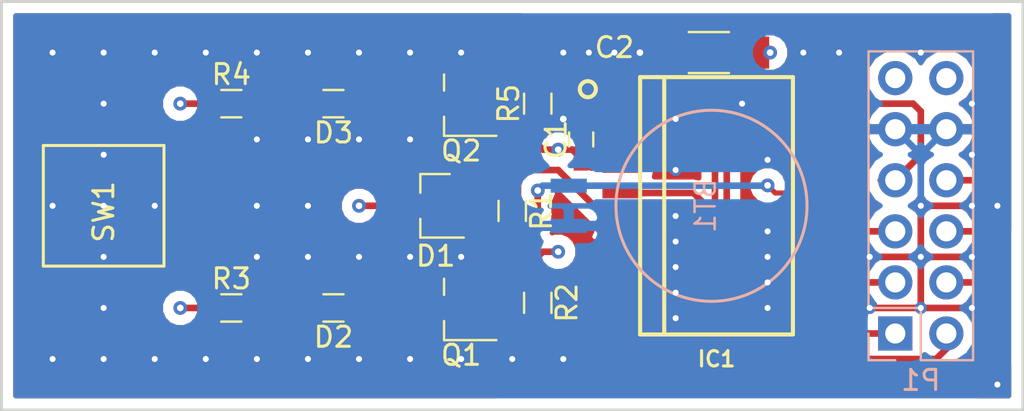
<source format=kicad_pcb>
(kicad_pcb (version 4) (host pcbnew 4.0.7+dfsg1-1~bpo8+1)

  (general
    (links 116)
    (no_connects 0)
    (area 116.764999 86.284999 167.715001 106.755001)
    (thickness 1.6)
    (drawings 4)
    (tracks 138)
    (zones 0)
    (modules 85)
    (nets 19)
  )

  (page A4)
  (layers
    (0 F.Cu signal hide)
    (1 In1.Cu power hide)
    (2 In2.Cu power hide)
    (31 B.Cu signal)
    (32 B.Adhes user)
    (33 F.Adhes user)
    (34 B.Paste user)
    (35 F.Paste user)
    (36 B.SilkS user)
    (37 F.SilkS user)
    (38 B.Mask user)
    (39 F.Mask user)
    (44 Edge.Cuts user)
    (45 Margin user)
    (46 B.CrtYd user)
    (47 F.CrtYd user)
    (48 B.Fab user)
    (49 F.Fab user)
  )

  (setup
    (last_trace_width 0.3302)
    (trace_clearance 0.254)
    (zone_clearance 0.508)
    (zone_45_only no)
    (trace_min 0.1524)
    (segment_width 0.2)
    (edge_width 0.15)
    (via_size 0.6858)
    (via_drill 0.3302)
    (via_min_size 0.6858)
    (via_min_drill 0.3302)
    (uvia_size 0.6858)
    (uvia_drill 0.3302)
    (uvias_allowed no)
    (uvia_min_size 0)
    (uvia_min_drill 0)
    (pcb_text_width 0.3)
    (pcb_text_size 1.5 1.5)
    (mod_edge_width 0.15)
    (mod_text_size 1 1)
    (mod_text_width 0.15)
    (pad_size 0.6 0.6)
    (pad_drill 0.3)
    (pad_to_mask_clearance 0.2)
    (aux_axis_origin 0 0)
    (visible_elements FFFFFF7F)
    (pcbplotparams
      (layerselection 0x010f0_80000007)
      (usegerberextensions false)
      (excludeedgelayer true)
      (linewidth 0.100000)
      (plotframeref false)
      (viasonmask false)
      (mode 1)
      (useauxorigin false)
      (hpglpennumber 1)
      (hpglpenspeed 20)
      (hpglpendiameter 15)
      (hpglpenoverlay 2)
      (psnegative false)
      (psa4output false)
      (plotreference true)
      (plotvalue true)
      (plotinvisibletext false)
      (padsonsilk false)
      (subtractmaskfromsilk false)
      (outputformat 1)
      (mirror false)
      (drillshape 0)
      (scaleselection 1)
      (outputdirectory ""))
  )

  (net 0 "")
  (net 1 GND)
  (net 2 "Net-(BT1-Pad1)")
  (net 3 "Net-(D1-Pad1)")
  (net 4 "Net-(D1-Pad2)")
  (net 5 +3V3)
  (net 6 "Net-(D2-Pad1)")
  (net 7 "Net-(D2-Pad2)")
  (net 8 "Net-(D3-Pad1)")
  (net 9 "Net-(D3-Pad2)")
  (net 10 /pmod_connector/spi1_ss0)
  (net 11 /ds3234_circuit/32kHz)
  (net 12 /pmod_connector/gpio_mio9)
  (net 13 /ds3234_circuit/rst_n)
  (net 14 /pmod_connector/sp1_miso)
  (net 15 /pmod_connector/spi1_clk)
  (net 16 /pmod_connector/gpio_mio14)
  (net 17 /pmod_connector/gpio_mio15)
  (net 18 /pmod_connector/spi1_mosi)

  (net_class Default "This is the default net class."
    (clearance 0.254)
    (trace_width 0.3302)
    (via_dia 0.6858)
    (via_drill 0.3302)
    (uvia_dia 0.6858)
    (uvia_drill 0.3302)
    (add_net +3V3)
    (add_net /ds3234_circuit/32kHz)
    (add_net /ds3234_circuit/rst_n)
    (add_net /pmod_connector/gpio_mio14)
    (add_net /pmod_connector/gpio_mio15)
    (add_net /pmod_connector/gpio_mio9)
    (add_net /pmod_connector/sp1_miso)
    (add_net /pmod_connector/spi1_clk)
    (add_net /pmod_connector/spi1_mosi)
    (add_net /pmod_connector/spi1_ss0)
    (add_net GND)
    (add_net "Net-(BT1-Pad1)")
    (add_net "Net-(D1-Pad1)")
    (add_net "Net-(D1-Pad2)")
    (add_net "Net-(D2-Pad1)")
    (add_net "Net-(D2-Pad2)")
    (add_net "Net-(D3-Pad1)")
    (add_net "Net-(D3-Pad2)")
  )

  (module batter_rec:GND-VIA (layer F.Cu) (tedit 5A94C9C0) (tstamp 5A9644B5)
    (at 166.37 96.52)
    (fp_text reference REF** (at 0.1 1.9) (layer F.SilkS) hide
      (effects (font (size 1 1) (thickness 0.15)))
    )
    (fp_text value GND-VIA (at 0 -1.4) (layer F.Fab) hide
      (effects (font (size 1 1) (thickness 0.15)))
    )
    (pad 1 thru_hole circle (at 0 0) (size 0.6 0.6) (drill 0.3) (layers *.Cu)
      (net 1 GND) (zone_connect 2))
  )

  (module batter_rec:GND-VIA (layer F.Cu) (tedit 5A94C9C0) (tstamp 5A9644B0)
    (at 166.37 105.41)
    (fp_text reference REF** (at 0.1 1.9) (layer F.SilkS) hide
      (effects (font (size 1 1) (thickness 0.15)))
    )
    (fp_text value GND-VIA (at 0 -1.4) (layer F.Fab) hide
      (effects (font (size 1 1) (thickness 0.15)))
    )
    (pad 1 thru_hole circle (at 0 0) (size 0.6 0.6) (drill 0.3) (layers *.Cu)
      (net 1 GND) (zone_connect 2))
  )

  (module batter_rec:GND-VIA (layer F.Cu) (tedit 5A94C9C0) (tstamp 5A9644AB)
    (at 144.78 104.14)
    (fp_text reference REF** (at 0.1 1.9) (layer F.SilkS) hide
      (effects (font (size 1 1) (thickness 0.15)))
    )
    (fp_text value GND-VIA (at 0 -1.4) (layer F.Fab) hide
      (effects (font (size 1 1) (thickness 0.15)))
    )
    (pad 1 thru_hole circle (at 0 0) (size 0.6 0.6) (drill 0.3) (layers *.Cu)
      (net 1 GND) (zone_connect 2))
  )

  (module batter_rec:GND-VIA (layer F.Cu) (tedit 5A94C9C0) (tstamp 5A9644A4)
    (at 158.496 88.9)
    (fp_text reference REF** (at 0.1 1.9) (layer F.SilkS) hide
      (effects (font (size 1 1) (thickness 0.15)))
    )
    (fp_text value GND-VIA (at 0 -1.4) (layer F.Fab) hide
      (effects (font (size 1 1) (thickness 0.15)))
    )
    (pad 1 thru_hole circle (at 0 0) (size 0.6 0.6) (drill 0.3) (layers *.Cu)
      (net 1 GND) (zone_connect 2))
  )

  (module batter_rec:GND-VIA (layer F.Cu) (tedit 5A94C9C0) (tstamp 5A964494)
    (at 154.94 94.234)
    (fp_text reference REF** (at 0.1 1.9) (layer F.SilkS) hide
      (effects (font (size 1 1) (thickness 0.15)))
    )
    (fp_text value GND-VIA (at 0 -1.4) (layer F.Fab) hide
      (effects (font (size 1 1) (thickness 0.15)))
    )
    (pad 1 thru_hole circle (at 0 0) (size 0.6 0.6) (drill 0.3) (layers *.Cu)
      (net 1 GND) (zone_connect 2))
  )

  (module batter_rec:GND-VIA (layer F.Cu) (tedit 5A94C9C0) (tstamp 5A96448F)
    (at 150.368 94.742)
    (fp_text reference REF** (at 0.1 1.9) (layer F.SilkS) hide
      (effects (font (size 1 1) (thickness 0.15)))
    )
    (fp_text value GND-VIA (at 0 -1.4) (layer F.Fab) hide
      (effects (font (size 1 1) (thickness 0.15)))
    )
    (pad 1 thru_hole circle (at 0 0) (size 0.6 0.6) (drill 0.3) (layers *.Cu)
      (net 1 GND) (zone_connect 2))
  )

  (module batter_rec:GND-VIA (layer F.Cu) (tedit 5A94C9C0) (tstamp 5A96448A)
    (at 150.368 97.028)
    (fp_text reference REF** (at 0.1 1.9) (layer F.SilkS) hide
      (effects (font (size 1 1) (thickness 0.15)))
    )
    (fp_text value GND-VIA (at 0 -1.4) (layer F.Fab) hide
      (effects (font (size 1 1) (thickness 0.15)))
    )
    (pad 1 thru_hole circle (at 0 0) (size 0.6 0.6) (drill 0.3) (layers *.Cu)
      (net 1 GND) (zone_connect 2))
  )

  (module batter_rec:GND-VIA (layer F.Cu) (tedit 5A94C9C0) (tstamp 5A964485)
    (at 150.368 98.298)
    (fp_text reference REF** (at 0.1 1.9) (layer F.SilkS) hide
      (effects (font (size 1 1) (thickness 0.15)))
    )
    (fp_text value GND-VIA (at 0 -1.4) (layer F.Fab) hide
      (effects (font (size 1 1) (thickness 0.15)))
    )
    (pad 1 thru_hole circle (at 0 0) (size 0.6 0.6) (drill 0.3) (layers *.Cu)
      (net 1 GND) (zone_connect 2))
  )

  (module batter_rec:GND-VIA (layer F.Cu) (tedit 5A94C9C0) (tstamp 5A964480)
    (at 150.368 99.568)
    (fp_text reference REF** (at 0.1 1.9) (layer F.SilkS) hide
      (effects (font (size 1 1) (thickness 0.15)))
    )
    (fp_text value GND-VIA (at 0 -1.4) (layer F.Fab) hide
      (effects (font (size 1 1) (thickness 0.15)))
    )
    (pad 1 thru_hole circle (at 0 0) (size 0.6 0.6) (drill 0.3) (layers *.Cu)
      (net 1 GND) (zone_connect 2))
  )

  (module batter_rec:GND-VIA (layer F.Cu) (tedit 5A94C9C0) (tstamp 5A96447B)
    (at 150.368 100.838)
    (fp_text reference REF** (at 0.1 1.9) (layer F.SilkS) hide
      (effects (font (size 1 1) (thickness 0.15)))
    )
    (fp_text value GND-VIA (at 0 -1.4) (layer F.Fab) hide
      (effects (font (size 1 1) (thickness 0.15)))
    )
    (pad 1 thru_hole circle (at 0 0) (size 0.6 0.6) (drill 0.3) (layers *.Cu)
      (net 1 GND) (zone_connect 2))
  )

  (module batter_rec:GND-VIA (layer F.Cu) (tedit 5A94C9C0) (tstamp 5A964451)
    (at 137.16 93.218)
    (fp_text reference REF** (at 0.1 1.9) (layer F.SilkS) hide
      (effects (font (size 1 1) (thickness 0.15)))
    )
    (fp_text value GND-VIA (at 0 -1.4) (layer F.Fab) hide
      (effects (font (size 1 1) (thickness 0.15)))
    )
    (pad 1 thru_hole circle (at 0 0) (size 0.6 0.6) (drill 0.3) (layers *.Cu)
      (net 1 GND) (zone_connect 2))
  )

  (module batter_rec:GND-VIA (layer F.Cu) (tedit 5A94C9C0) (tstamp 5A96444C)
    (at 134.62 93.218)
    (fp_text reference REF** (at 0.1 1.9) (layer F.SilkS) hide
      (effects (font (size 1 1) (thickness 0.15)))
    )
    (fp_text value GND-VIA (at 0 -1.4) (layer F.Fab) hide
      (effects (font (size 1 1) (thickness 0.15)))
    )
    (pad 1 thru_hole circle (at 0 0) (size 0.6 0.6) (drill 0.3) (layers *.Cu)
      (net 1 GND) (zone_connect 2))
  )

  (module batter_rec:GND-VIA (layer F.Cu) (tedit 5A94C9C0) (tstamp 5A964447)
    (at 132.08 93.218)
    (fp_text reference REF** (at 0.1 1.9) (layer F.SilkS) hide
      (effects (font (size 1 1) (thickness 0.15)))
    )
    (fp_text value GND-VIA (at 0 -1.4) (layer F.Fab) hide
      (effects (font (size 1 1) (thickness 0.15)))
    )
    (pad 1 thru_hole circle (at 0 0) (size 0.6 0.6) (drill 0.3) (layers *.Cu)
      (net 1 GND) (zone_connect 2))
  )

  (module batter_rec:GND-VIA (layer F.Cu) (tedit 5A94C9C0) (tstamp 5A94E935)
    (at 150.368 92.202)
    (fp_text reference REF** (at 0.1 1.9) (layer F.SilkS) hide
      (effects (font (size 1 1) (thickness 0.15)))
    )
    (fp_text value GND-VIA (at 0 -1.4) (layer F.Fab) hide
      (effects (font (size 1 1) (thickness 0.15)))
    )
    (pad 1 thru_hole circle (at 0 0) (size 0.6 0.6) (drill 0.3) (layers *.Cu)
      (net 1 GND) (zone_connect 2))
  )

  (module batter_rec:GND-VIA (layer F.Cu) (tedit 5A94C9C0) (tstamp 5A94E91D)
    (at 154.94 97.79)
    (fp_text reference REF** (at 0.1 1.9) (layer F.SilkS) hide
      (effects (font (size 1 1) (thickness 0.15)))
    )
    (fp_text value GND-VIA (at 0 -1.4) (layer F.Fab) hide
      (effects (font (size 1 1) (thickness 0.15)))
    )
    (pad 1 thru_hole circle (at 0 0) (size 0.6 0.6) (drill 0.3) (layers *.Cu)
      (net 1 GND) (zone_connect 2))
  )

  (module batter_rec:GND-VIA (layer F.Cu) (tedit 5A94C9C0) (tstamp 5A94E914)
    (at 154.94 100.33)
    (fp_text reference REF** (at 0.1 1.9) (layer F.SilkS) hide
      (effects (font (size 1 1) (thickness 0.15)))
    )
    (fp_text value GND-VIA (at 0 -1.4) (layer F.Fab) hide
      (effects (font (size 1 1) (thickness 0.15)))
    )
    (pad 1 thru_hole circle (at 0 0) (size 0.6 0.6) (drill 0.3) (layers *.Cu)
      (net 1 GND) (zone_connect 2))
  )

  (module batter_rec:GND-VIA (layer F.Cu) (tedit 5A94C9C0) (tstamp 5A94E909)
    (at 154.94 99.06)
    (fp_text reference REF** (at 0.1 1.9) (layer F.SilkS) hide
      (effects (font (size 1 1) (thickness 0.15)))
    )
    (fp_text value GND-VIA (at 0 -1.4) (layer F.Fab) hide
      (effects (font (size 1 1) (thickness 0.15)))
    )
    (pad 1 thru_hole circle (at 0 0) (size 0.6 0.6) (drill 0.3) (layers *.Cu)
      (net 1 GND) (zone_connect 2))
  )

  (module batter_rec:GND-VIA (layer F.Cu) (tedit 5A94C9C0) (tstamp 5A94DF87)
    (at 150.368 102.108)
    (fp_text reference REF** (at 0.1 1.9) (layer F.SilkS) hide
      (effects (font (size 1 1) (thickness 0.15)))
    )
    (fp_text value GND-VIA (at 0 -1.4) (layer F.Fab) hide
      (effects (font (size 1 1) (thickness 0.15)))
    )
    (pad 1 thru_hole circle (at 0 0) (size 0.6 0.6) (drill 0.3) (layers *.Cu)
      (net 1 GND) (zone_connect 2))
  )

  (module batter_rec:GND-VIA (layer F.Cu) (tedit 5A94C9C0) (tstamp 5A94DF82)
    (at 142.24 104.14)
    (fp_text reference REF** (at 0.1 1.9) (layer F.SilkS) hide
      (effects (font (size 1 1) (thickness 0.15)))
    )
    (fp_text value GND-VIA (at 0 -1.4) (layer F.Fab) hide
      (effects (font (size 1 1) (thickness 0.15)))
    )
    (pad 1 thru_hole circle (at 0 0) (size 0.6 0.6) (drill 0.3) (layers *.Cu)
      (net 1 GND) (zone_connect 2))
  )

  (module batter_rec:GND-VIA (layer F.Cu) (tedit 5A94C9C0) (tstamp 5A94DF76)
    (at 132.08 96.52)
    (fp_text reference REF** (at 0.1 1.9) (layer F.SilkS) hide
      (effects (font (size 1 1) (thickness 0.15)))
    )
    (fp_text value GND-VIA (at 0 -1.4) (layer F.Fab) hide
      (effects (font (size 1 1) (thickness 0.15)))
    )
    (pad 1 thru_hole circle (at 0 0) (size 0.6 0.6) (drill 0.3) (layers *.Cu)
      (net 1 GND) (zone_connect 2))
  )

  (module batter_rec:GND-VIA (layer F.Cu) (tedit 5A94C9C0) (tstamp 5A94DF71)
    (at 129.54 96.52)
    (fp_text reference REF** (at 0.1 1.9) (layer F.SilkS) hide
      (effects (font (size 1 1) (thickness 0.15)))
    )
    (fp_text value GND-VIA (at 0 -1.4) (layer F.Fab) hide
      (effects (font (size 1 1) (thickness 0.15)))
    )
    (pad 1 thru_hole circle (at 0 0) (size 0.6 0.6) (drill 0.3) (layers *.Cu)
      (net 1 GND) (zone_connect 2))
  )

  (module batter_rec:GND-VIA (layer F.Cu) (tedit 5A94C9C0) (tstamp 5A94DF5E)
    (at 129.54 93.218)
    (fp_text reference REF** (at 0.1 1.9) (layer F.SilkS) hide
      (effects (font (size 1 1) (thickness 0.15)))
    )
    (fp_text value GND-VIA (at 0 -1.4) (layer F.Fab) hide
      (effects (font (size 1 1) (thickness 0.15)))
    )
    (pad 1 thru_hole circle (at 0 0) (size 0.6 0.6) (drill 0.3) (layers *.Cu)
      (net 1 GND) (zone_connect 2))
  )

  (module batter_rec:GND-VIA (layer F.Cu) (tedit 5A94C9C0) (tstamp 5A94DF56)
    (at 139.7 99.06)
    (fp_text reference REF** (at 0.1 1.9) (layer F.SilkS) hide
      (effects (font (size 1 1) (thickness 0.15)))
    )
    (fp_text value GND-VIA (at 0 -1.4) (layer F.Fab) hide
      (effects (font (size 1 1) (thickness 0.15)))
    )
    (pad 1 thru_hole circle (at 0 0) (size 0.6 0.6) (drill 0.3) (layers *.Cu)
      (net 1 GND) (zone_connect 2))
  )

  (module batter_rec:GND-VIA (layer F.Cu) (tedit 5A94C9C0) (tstamp 5A94DF4E)
    (at 137.16 99.06)
    (fp_text reference REF** (at 0.1 1.9) (layer F.SilkS) hide
      (effects (font (size 1 1) (thickness 0.15)))
    )
    (fp_text value GND-VIA (at 0 -1.4) (layer F.Fab) hide
      (effects (font (size 1 1) (thickness 0.15)))
    )
    (pad 1 thru_hole circle (at 0 0) (size 0.6 0.6) (drill 0.3) (layers *.Cu)
      (net 1 GND) (zone_connect 2))
  )

  (module batter_rec:GND-VIA (layer F.Cu) (tedit 5A94C9C0) (tstamp 5A94DF43)
    (at 134.62 99.06)
    (fp_text reference REF** (at 0.1 1.9) (layer F.SilkS) hide
      (effects (font (size 1 1) (thickness 0.15)))
    )
    (fp_text value GND-VIA (at 0 -1.4) (layer F.Fab) hide
      (effects (font (size 1 1) (thickness 0.15)))
    )
    (pad 1 thru_hole circle (at 0 0) (size 0.6 0.6) (drill 0.3) (layers *.Cu)
      (net 1 GND) (zone_connect 2))
  )

  (module batter_rec:GND-VIA (layer F.Cu) (tedit 5A94C9C0) (tstamp 5A94DF3E)
    (at 132.08 99.06)
    (fp_text reference REF** (at 0.1 1.9) (layer F.SilkS) hide
      (effects (font (size 1 1) (thickness 0.15)))
    )
    (fp_text value GND-VIA (at 0 -1.4) (layer F.Fab) hide
      (effects (font (size 1 1) (thickness 0.15)))
    )
    (pad 1 thru_hole circle (at 0 0) (size 0.6 0.6) (drill 0.3) (layers *.Cu)
      (net 1 GND) (zone_connect 2))
  )

  (module batter_rec:GND-VIA (layer F.Cu) (tedit 5A94C9C0) (tstamp 5A94DF38)
    (at 129.54 99.06)
    (fp_text reference REF** (at 0.1 1.9) (layer F.SilkS) hide
      (effects (font (size 1 1) (thickness 0.15)))
    )
    (fp_text value GND-VIA (at 0 -1.4) (layer F.Fab) hide
      (effects (font (size 1 1) (thickness 0.15)))
    )
    (pad 1 thru_hole circle (at 0 0) (size 0.6 0.6) (drill 0.3) (layers *.Cu)
      (net 1 GND) (zone_connect 2))
  )

  (module batter_rec:GND-VIA (layer F.Cu) (tedit 5A94C9C0) (tstamp 5A94DF2A)
    (at 139.7 104.14)
    (fp_text reference REF** (at 0.1 1.9) (layer F.SilkS) hide
      (effects (font (size 1 1) (thickness 0.15)))
    )
    (fp_text value GND-VIA (at 0 -1.4) (layer F.Fab) hide
      (effects (font (size 1 1) (thickness 0.15)))
    )
    (pad 1 thru_hole circle (at 0 0) (size 0.6 0.6) (drill 0.3) (layers *.Cu)
      (net 1 GND) (zone_connect 2))
  )

  (module batter_rec:GND-VIA (layer F.Cu) (tedit 5A94C9C0) (tstamp 5A94DF1A)
    (at 137.16 104.14)
    (fp_text reference REF** (at 0.1 1.9) (layer F.SilkS) hide
      (effects (font (size 1 1) (thickness 0.15)))
    )
    (fp_text value GND-VIA (at 0 -1.4) (layer F.Fab) hide
      (effects (font (size 1 1) (thickness 0.15)))
    )
    (pad 1 thru_hole circle (at 0 0) (size 0.6 0.6) (drill 0.3) (layers *.Cu)
      (net 1 GND) (zone_connect 2))
  )

  (module batter_rec:GND-VIA (layer F.Cu) (tedit 5A94C9C0) (tstamp 5A94DF0C)
    (at 134.62 104.14)
    (fp_text reference REF** (at 0.1 1.9) (layer F.SilkS) hide
      (effects (font (size 1 1) (thickness 0.15)))
    )
    (fp_text value GND-VIA (at 0 -1.4) (layer F.Fab) hide
      (effects (font (size 1 1) (thickness 0.15)))
    )
    (pad 1 thru_hole circle (at 0 0) (size 0.6 0.6) (drill 0.3) (layers *.Cu)
      (net 1 GND) (zone_connect 2))
  )

  (module batter_rec:GND-VIA (layer F.Cu) (tedit 5A94C9C0) (tstamp 5A94DF07)
    (at 132.08 104.14)
    (fp_text reference REF** (at 0.1 1.9) (layer F.SilkS) hide
      (effects (font (size 1 1) (thickness 0.15)))
    )
    (fp_text value GND-VIA (at 0 -1.4) (layer F.Fab) hide
      (effects (font (size 1 1) (thickness 0.15)))
    )
    (pad 1 thru_hole circle (at 0 0) (size 0.6 0.6) (drill 0.3) (layers *.Cu)
      (net 1 GND) (zone_connect 2))
  )

  (module batter_rec:GND-VIA (layer F.Cu) (tedit 5A94C9C0) (tstamp 5A94DF02)
    (at 129.54 104.14)
    (fp_text reference REF** (at 0.1 1.9) (layer F.SilkS) hide
      (effects (font (size 1 1) (thickness 0.15)))
    )
    (fp_text value GND-VIA (at 0 -1.4) (layer F.Fab) hide
      (effects (font (size 1 1) (thickness 0.15)))
    )
    (pad 1 thru_hole circle (at 0 0) (size 0.6 0.6) (drill 0.3) (layers *.Cu)
      (net 1 GND) (zone_connect 2))
  )

  (module batter_rec:GND-VIA (layer F.Cu) (tedit 5A94C9C0) (tstamp 5A94DEFD)
    (at 127 104.14)
    (fp_text reference REF** (at 0.1 1.9) (layer F.SilkS) hide
      (effects (font (size 1 1) (thickness 0.15)))
    )
    (fp_text value GND-VIA (at 0 -1.4) (layer F.Fab) hide
      (effects (font (size 1 1) (thickness 0.15)))
    )
    (pad 1 thru_hole circle (at 0 0) (size 0.6 0.6) (drill 0.3) (layers *.Cu)
      (net 1 GND) (zone_connect 2))
  )

  (module batter_rec:GND-VIA (layer F.Cu) (tedit 5A94C9C0) (tstamp 5A94DEF7)
    (at 119.38 104.14)
    (fp_text reference REF** (at 0.1 1.9) (layer F.SilkS) hide
      (effects (font (size 1 1) (thickness 0.15)))
    )
    (fp_text value GND-VIA (at 0 -1.4) (layer F.Fab) hide
      (effects (font (size 1 1) (thickness 0.15)))
    )
    (pad 1 thru_hole circle (at 0 0) (size 0.6 0.6) (drill 0.3) (layers *.Cu)
      (net 1 GND) (zone_connect 2))
  )

  (module batter_rec:GND-VIA (layer F.Cu) (tedit 5A94C9C0) (tstamp 5A94DEEF)
    (at 124.46 104.14)
    (fp_text reference REF** (at 0.1 1.9) (layer F.SilkS) hide
      (effects (font (size 1 1) (thickness 0.15)))
    )
    (fp_text value GND-VIA (at 0 -1.4) (layer F.Fab) hide
      (effects (font (size 1 1) (thickness 0.15)))
    )
    (pad 1 thru_hole circle (at 0 0) (size 0.6 0.6) (drill 0.3) (layers *.Cu)
      (net 1 GND) (zone_connect 2))
  )

  (module batter_rec:GND-VIA (layer F.Cu) (tedit 5A94C9C0) (tstamp 5A94DEE9)
    (at 121.92 104.14)
    (fp_text reference REF** (at 0.1 1.9) (layer F.SilkS) hide
      (effects (font (size 1 1) (thickness 0.15)))
    )
    (fp_text value GND-VIA (at 0 -1.4) (layer F.Fab) hide
      (effects (font (size 1 1) (thickness 0.15)))
    )
    (pad 1 thru_hole circle (at 0 0) (size 0.6 0.6) (drill 0.3) (layers *.Cu)
      (net 1 GND) (zone_connect 2))
  )

  (module batter_rec:GND-VIA (layer F.Cu) (tedit 5A94C9C0) (tstamp 5A94DEE3)
    (at 121.92 101.6)
    (fp_text reference REF** (at 0.1 1.9) (layer F.SilkS) hide
      (effects (font (size 1 1) (thickness 0.15)))
    )
    (fp_text value GND-VIA (at 0 -1.4) (layer F.Fab) hide
      (effects (font (size 1 1) (thickness 0.15)))
    )
    (pad 1 thru_hole circle (at 0 0) (size 0.6 0.6) (drill 0.3) (layers *.Cu)
      (net 1 GND) (zone_connect 2))
  )

  (module batter_rec:GND-VIA (layer F.Cu) (tedit 5A94C9C0) (tstamp 5A94DED9)
    (at 121.92 99.06)
    (fp_text reference REF** (at 0.1 1.9) (layer F.SilkS) hide
      (effects (font (size 1 1) (thickness 0.15)))
    )
    (fp_text value GND-VIA (at 0 -1.4) (layer F.Fab) hide
      (effects (font (size 1 1) (thickness 0.15)))
    )
    (pad 1 thru_hole circle (at 0 0) (size 0.6 0.6) (drill 0.3) (layers *.Cu)
      (net 1 GND) (zone_connect 2))
  )

  (module batter_rec:GND-VIA (layer F.Cu) (tedit 5A94C9C0) (tstamp 5A94DED3)
    (at 119.38 96.52)
    (fp_text reference REF** (at 0.1 1.9) (layer F.SilkS) hide
      (effects (font (size 1 1) (thickness 0.15)))
    )
    (fp_text value GND-VIA (at 0 -1.4) (layer F.Fab) hide
      (effects (font (size 1 1) (thickness 0.15)))
    )
    (pad 1 thru_hole circle (at 0 0) (size 0.6 0.6) (drill 0.3) (layers *.Cu)
      (net 1 GND) (zone_connect 2))
  )

  (module batter_rec:GND-VIA (layer F.Cu) (tedit 5A94C9C0) (tstamp 5A94DECD)
    (at 124.46 96.52)
    (fp_text reference REF** (at 0.1 1.9) (layer F.SilkS) hide
      (effects (font (size 1 1) (thickness 0.15)))
    )
    (fp_text value GND-VIA (at 0 -1.4) (layer F.Fab) hide
      (effects (font (size 1 1) (thickness 0.15)))
    )
    (pad 1 thru_hole circle (at 0 0) (size 0.6 0.6) (drill 0.3) (layers *.Cu)
      (net 1 GND) (zone_connect 2))
  )

  (module batter_rec:GND-VIA (layer F.Cu) (tedit 5A94C9C0) (tstamp 5A94DEC4)
    (at 121.92 96.52)
    (fp_text reference REF** (at 0.1 1.9) (layer F.SilkS) hide
      (effects (font (size 1 1) (thickness 0.15)))
    )
    (fp_text value GND-VIA (at 0 -1.4) (layer F.Fab) hide
      (effects (font (size 1 1) (thickness 0.15)))
    )
    (pad 1 thru_hole circle (at 0 0) (size 0.6 0.6) (drill 0.3) (layers *.Cu)
      (net 1 GND) (zone_connect 2))
  )

  (module batter_rec:GND-VIA (layer F.Cu) (tedit 5A94C9C0) (tstamp 5A94DEBF)
    (at 121.92 93.98)
    (fp_text reference REF** (at 0.1 1.9) (layer F.SilkS) hide
      (effects (font (size 1 1) (thickness 0.15)))
    )
    (fp_text value GND-VIA (at 0 -1.4) (layer F.Fab) hide
      (effects (font (size 1 1) (thickness 0.15)))
    )
    (pad 1 thru_hole circle (at 0 0) (size 0.6 0.6) (drill 0.3) (layers *.Cu)
      (net 1 GND) (zone_connect 2))
  )

  (module batter_rec:GND-VIA (layer F.Cu) (tedit 5A94C9C0) (tstamp 5A94DEBA)
    (at 121.92 91.44)
    (fp_text reference REF** (at 0.1 1.9) (layer F.SilkS) hide
      (effects (font (size 1 1) (thickness 0.15)))
    )
    (fp_text value GND-VIA (at 0 -1.4) (layer F.Fab) hide
      (effects (font (size 1 1) (thickness 0.15)))
    )
    (pad 1 thru_hole circle (at 0 0) (size 0.6 0.6) (drill 0.3) (layers *.Cu)
      (net 1 GND) (zone_connect 2))
  )

  (module batter_rec:GND-VIA (layer F.Cu) (tedit 5A94C9C0) (tstamp 5A94DEB6)
    (at 119.38 88.9)
    (fp_text reference REF** (at 0.1 1.9) (layer F.SilkS) hide
      (effects (font (size 1 1) (thickness 0.15)))
    )
    (fp_text value GND-VIA (at 0 -1.4) (layer F.Fab) hide
      (effects (font (size 1 1) (thickness 0.15)))
    )
    (pad 1 thru_hole circle (at 0 0) (size 0.6 0.6) (drill 0.3) (layers *.Cu)
      (net 1 GND) (zone_connect 2))
  )

  (module batter_rec:GND-VIA (layer F.Cu) (tedit 5A94C9C0) (tstamp 5A94DEB1)
    (at 121.92 88.9)
    (fp_text reference REF** (at 0.1 1.9) (layer F.SilkS) hide
      (effects (font (size 1 1) (thickness 0.15)))
    )
    (fp_text value GND-VIA (at 0 -1.4) (layer F.Fab) hide
      (effects (font (size 1 1) (thickness 0.15)))
    )
    (pad 1 thru_hole circle (at 0 0) (size 0.6 0.6) (drill 0.3) (layers *.Cu)
      (net 1 GND) (zone_connect 2))
  )

  (module batter_rec:GND-VIA (layer F.Cu) (tedit 5A94C9C0) (tstamp 5A94DEAC)
    (at 124.46 88.9)
    (fp_text reference REF** (at 0.1 1.9) (layer F.SilkS) hide
      (effects (font (size 1 1) (thickness 0.15)))
    )
    (fp_text value GND-VIA (at 0 -1.4) (layer F.Fab) hide
      (effects (font (size 1 1) (thickness 0.15)))
    )
    (pad 1 thru_hole circle (at 0 0) (size 0.6 0.6) (drill 0.3) (layers *.Cu)
      (net 1 GND) (zone_connect 2))
  )

  (module batter_rec:GND-VIA (layer F.Cu) (tedit 5A94C9C0) (tstamp 5A94DEA7)
    (at 127 88.9)
    (fp_text reference REF** (at 0.1 1.9) (layer F.SilkS) hide
      (effects (font (size 1 1) (thickness 0.15)))
    )
    (fp_text value GND-VIA (at 0 -1.4) (layer F.Fab) hide
      (effects (font (size 1 1) (thickness 0.15)))
    )
    (pad 1 thru_hole circle (at 0 0) (size 0.6 0.6) (drill 0.3) (layers *.Cu)
      (net 1 GND) (zone_connect 2))
  )

  (module batter_rec:GND-VIA (layer F.Cu) (tedit 5A94C9C0) (tstamp 5A94DEA2)
    (at 129.54 88.9)
    (fp_text reference REF** (at 0.1 1.9) (layer F.SilkS) hide
      (effects (font (size 1 1) (thickness 0.15)))
    )
    (fp_text value GND-VIA (at 0 -1.4) (layer F.Fab) hide
      (effects (font (size 1 1) (thickness 0.15)))
    )
    (pad 1 thru_hole circle (at 0 0) (size 0.6 0.6) (drill 0.3) (layers *.Cu)
      (net 1 GND) (zone_connect 2))
  )

  (module batter_rec:GND-VIA (layer F.Cu) (tedit 5A94C9C0) (tstamp 5A94DE9D)
    (at 132.08 88.9)
    (fp_text reference REF** (at 0.1 1.9) (layer F.SilkS) hide
      (effects (font (size 1 1) (thickness 0.15)))
    )
    (fp_text value GND-VIA (at 0 -1.4) (layer F.Fab) hide
      (effects (font (size 1 1) (thickness 0.15)))
    )
    (pad 1 thru_hole circle (at 0 0) (size 0.6 0.6) (drill 0.3) (layers *.Cu)
      (net 1 GND) (zone_connect 2))
  )

  (module batter_rec:GND-VIA (layer F.Cu) (tedit 5A94C9C0) (tstamp 5A94DE98)
    (at 134.62 88.9)
    (fp_text reference REF** (at 0.1 1.9) (layer F.SilkS) hide
      (effects (font (size 1 1) (thickness 0.15)))
    )
    (fp_text value GND-VIA (at 0 -1.4) (layer F.Fab) hide
      (effects (font (size 1 1) (thickness 0.15)))
    )
    (pad 1 thru_hole circle (at 0 0) (size 0.6 0.6) (drill 0.3) (layers *.Cu)
      (net 1 GND) (zone_connect 2))
  )

  (module batter_rec:GND-VIA (layer F.Cu) (tedit 5A94C9C0) (tstamp 5A94DE93)
    (at 137.16 88.9)
    (fp_text reference REF** (at 0.1 1.9) (layer F.SilkS) hide
      (effects (font (size 1 1) (thickness 0.15)))
    )
    (fp_text value GND-VIA (at 0 -1.4) (layer F.Fab) hide
      (effects (font (size 1 1) (thickness 0.15)))
    )
    (pad 1 thru_hole circle (at 0 0) (size 0.6 0.6) (drill 0.3) (layers *.Cu)
      (net 1 GND) (zone_connect 2))
  )

  (module batter_rec:GND-VIA (layer F.Cu) (tedit 5A94C9C0) (tstamp 5A94DE23)
    (at 139.7 88.9)
    (fp_text reference REF** (at 0.1 1.9) (layer F.SilkS) hide
      (effects (font (size 1 1) (thickness 0.15)))
    )
    (fp_text value GND-VIA (at 0 -1.4) (layer F.Fab) hide
      (effects (font (size 1 1) (thickness 0.15)))
    )
    (pad 1 thru_hole circle (at 0 0) (size 0.6 0.6) (drill 0.3) (layers *.Cu)
      (net 1 GND) (zone_connect 2))
  )

  (module batter_rec:GND-VIA (layer F.Cu) (tedit 5A94C9C0) (tstamp 5A94CE5D)
    (at 144.78 88.9)
    (fp_text reference REF** (at 0.1 1.9) (layer F.SilkS) hide
      (effects (font (size 1 1) (thickness 0.15)))
    )
    (fp_text value GND-VIA (at 0 -1.4) (layer F.Fab) hide
      (effects (font (size 1 1) (thickness 0.15)))
    )
    (pad 1 thru_hole circle (at 0 0) (size 0.6 0.6) (drill 0.3) (layers *.Cu)
      (net 1 GND) (zone_connect 2))
  )

  (module batter_rec:GND-VIA (layer F.Cu) (tedit 5A94C9C0) (tstamp 5A94CE4F)
    (at 146.05 88.9)
    (fp_text reference REF** (at 0.1 1.9) (layer F.SilkS) hide
      (effects (font (size 1 1) (thickness 0.15)))
    )
    (fp_text value GND-VIA (at 0 -1.4) (layer F.Fab) hide
      (effects (font (size 1 1) (thickness 0.15)))
    )
    (pad 1 thru_hole circle (at 0 0) (size 0.6 0.6) (drill 0.3) (layers *.Cu)
      (net 1 GND) (zone_connect 2))
  )

  (module batter_rec:GND-VIA (layer F.Cu) (tedit 5A94C9C0) (tstamp 5A94CE45)
    (at 147.32 88.9)
    (fp_text reference REF** (at 0.1 1.9) (layer F.SilkS) hide
      (effects (font (size 1 1) (thickness 0.15)))
    )
    (fp_text value GND-VIA (at 0 -1.4) (layer F.Fab) hide
      (effects (font (size 1 1) (thickness 0.15)))
    )
    (pad 1 thru_hole circle (at 0 0) (size 0.6 0.6) (drill 0.3) (layers *.Cu)
      (net 1 GND) (zone_connect 2))
  )

  (module batter_rec:GND-VIA (layer F.Cu) (tedit 5A94C9C0) (tstamp 5A94CE33)
    (at 165.1 93.98)
    (fp_text reference REF** (at 0.1 1.9) (layer F.SilkS) hide
      (effects (font (size 1 1) (thickness 0.15)))
    )
    (fp_text value GND-VIA (at 0 -1.4) (layer F.Fab) hide
      (effects (font (size 1 1) (thickness 0.15)))
    )
    (pad 1 thru_hole circle (at 0 0) (size 0.6 0.6) (drill 0.3) (layers *.Cu)
      (net 1 GND) (zone_connect 2))
  )

  (module batter_rec:GND-VIA (layer F.Cu) (tedit 5A94C9C0) (tstamp 5A94CE21)
    (at 165.1 91.44)
    (fp_text reference REF** (at 0.1 1.9) (layer F.SilkS) hide
      (effects (font (size 1 1) (thickness 0.15)))
    )
    (fp_text value GND-VIA (at 0 -1.4) (layer F.Fab) hide
      (effects (font (size 1 1) (thickness 0.15)))
    )
    (pad 1 thru_hole circle (at 0 0) (size 0.6 0.6) (drill 0.3) (layers *.Cu)
      (net 1 GND) (zone_connect 2))
  )

  (module batter_rec:GND-VIA (layer F.Cu) (tedit 5A94C9C0) (tstamp 5A94CE17)
    (at 162.56 88.9)
    (fp_text reference REF** (at 0.1 1.9) (layer F.SilkS) hide
      (effects (font (size 1 1) (thickness 0.15)))
    )
    (fp_text value GND-VIA (at 0 -1.4) (layer F.Fab) hide
      (effects (font (size 1 1) (thickness 0.15)))
    )
    (pad 1 thru_hole circle (at 0 0) (size 0.6 0.6) (drill 0.3) (layers *.Cu)
      (net 1 GND) (zone_connect 2))
  )

  (module batter_rec:GND-VIA (layer F.Cu) (tedit 5A94C9C0) (tstamp 5A94CE01)
    (at 156.718 88.9)
    (fp_text reference REF** (at 0.1 1.9) (layer F.SilkS) hide
      (effects (font (size 1 1) (thickness 0.15)))
    )
    (fp_text value GND-VIA (at 0 -1.4) (layer F.Fab) hide
      (effects (font (size 1 1) (thickness 0.15)))
    )
    (pad 1 thru_hole circle (at 0 0) (size 0.6 0.6) (drill 0.3) (layers *.Cu)
      (net 1 GND) (zone_connect 2))
  )

  (module batter_rec:GND-VIA (layer F.Cu) (tedit 5A94C9C0) (tstamp 5A94CDEE)
    (at 153.67 91.44)
    (fp_text reference REF** (at 0.1 1.9) (layer F.SilkS) hide
      (effects (font (size 1 1) (thickness 0.15)))
    )
    (fp_text value GND-VIA (at 0 -1.4) (layer F.Fab) hide
      (effects (font (size 1 1) (thickness 0.15)))
    )
    (pad 1 thru_hole circle (at 0 0) (size 0.6 0.6) (drill 0.3) (layers *.Cu)
      (net 1 GND) (zone_connect 2))
  )

  (module batter_rec:GND-VIA (layer F.Cu) (tedit 5A94C9C0) (tstamp 5A94CDC4)
    (at 154.94 101.6)
    (fp_text reference REF** (at 0.1 1.9) (layer F.SilkS) hide
      (effects (font (size 1 1) (thickness 0.15)))
    )
    (fp_text value GND-VIA (at 0 -1.4) (layer F.Fab) hide
      (effects (font (size 1 1) (thickness 0.15)))
    )
    (pad 1 thru_hole circle (at 0 0) (size 0.6 0.6) (drill 0.3) (layers *.Cu)
      (net 1 GND) (zone_connect 2))
  )

  (module batter_rec:GND-VIA (layer F.Cu) (tedit 5A94C9C0) (tstamp 5A94CC3B)
    (at 160.02 101.6)
    (fp_text reference REF** (at 0.1 1.9) (layer F.SilkS) hide
      (effects (font (size 1 1) (thickness 0.15)))
    )
    (fp_text value GND-VIA (at 0 -1.4) (layer F.Fab) hide
      (effects (font (size 1 1) (thickness 0.15)))
    )
    (pad 1 thru_hole circle (at 0 0) (size 0.6 0.6) (drill 0.3) (layers *.Cu)
      (net 1 GND) (zone_connect 2))
  )

  (module batter_rec:GND-VIA (layer F.Cu) (tedit 5A94C9C0) (tstamp 5A94CB6E)
    (at 165.1 99.06)
    (fp_text reference REF** (at 0.1 1.9) (layer F.SilkS) hide
      (effects (font (size 1 1) (thickness 0.15)))
    )
    (fp_text value GND-VIA (at 0 -1.4) (layer F.Fab) hide
      (effects (font (size 1 1) (thickness 0.15)))
    )
    (pad 1 thru_hole circle (at 0 0) (size 0.6 0.6) (drill 0.3) (layers *.Cu)
      (net 1 GND) (zone_connect 2))
  )

  (module batter_rec:GND-VIA (layer F.Cu) (tedit 5A94C9C0) (tstamp 5A94CB4A)
    (at 160.02 99.06)
    (fp_text reference REF** (at 0.1 1.9) (layer F.SilkS) hide
      (effects (font (size 1 1) (thickness 0.15)))
    )
    (fp_text value GND-VIA (at 0 -1.4) (layer F.Fab) hide
      (effects (font (size 1 1) (thickness 0.15)))
    )
    (pad 1 thru_hole circle (at 0 0) (size 0.6 0.6) (drill 0.3) (layers *.Cu)
      (net 1 GND) (zone_connect 2))
  )

  (module batter_rec:GND-VIA (layer F.Cu) (tedit 5A94C9C0) (tstamp 5A94CA5A)
    (at 162.56 101.6)
    (fp_text reference REF** (at 0.1 1.9) (layer F.SilkS) hide
      (effects (font (size 1 1) (thickness 0.15)))
    )
    (fp_text value GND-VIA (at 0 -1.4) (layer F.Fab) hide
      (effects (font (size 1 1) (thickness 0.15)))
    )
    (pad 1 thru_hole circle (at 0 0) (size 0.6 0.6) (drill 0.3) (layers *.Cu)
      (net 1 GND) (zone_connect 2))
  )

  (module batter_rec:GND-VIA (layer F.Cu) (tedit 5A94C9C0) (tstamp 5A94CA40)
    (at 165.1 101.6)
    (fp_text reference REF** (at 0.1 1.9) (layer F.SilkS) hide
      (effects (font (size 1 1) (thickness 0.15)))
    )
    (fp_text value GND-VIA (at 0 -1.4) (layer F.Fab) hide
      (effects (font (size 1 1) (thickness 0.15)))
    )
    (pad 1 thru_hole circle (at 0 0) (size 0.6 0.6) (drill 0.3) (layers *.Cu)
      (net 1 GND) (zone_connect 2))
  )

  (module batter_rec:GND-VIA (layer F.Cu) (tedit 5A94C9C0) (tstamp 5A94CA24)
    (at 162.56 99.06)
    (fp_text reference REF** (at 0.1 1.9) (layer F.SilkS) hide
      (effects (font (size 1 1) (thickness 0.15)))
    )
    (fp_text value GND-VIA (at 0 -1.4) (layer F.Fab) hide
      (effects (font (size 1 1) (thickness 0.15)))
    )
    (pad 1 thru_hole circle (at 0 0) (size 0.6 0.6) (drill 0.3) (layers *.Cu)
      (net 1 GND) (zone_connect 2))
  )

  (module batter_rec:GND-VIA (layer F.Cu) (tedit 5A94C9C0) (tstamp 5A94CA01)
    (at 162.56 96.52)
    (fp_text reference REF** (at 0.1 1.9) (layer F.SilkS) hide
      (effects (font (size 1 1) (thickness 0.15)))
    )
    (fp_text value GND-VIA (at 0 -1.4) (layer F.Fab) hide
      (effects (font (size 1 1) (thickness 0.15)))
    )
    (pad 1 thru_hole circle (at 0 0) (size 0.6 0.6) (drill 0.3) (layers *.Cu)
      (net 1 GND) (zone_connect 2))
  )

  (module batter_rec:MS920T-FL27E (layer B.Cu) (tedit 5A94C13E) (tstamp 5A9399C4)
    (at 146.05 96.52 180)
    (path /5A88DD71/5A89AE9B)
    (fp_text reference BT1 (at -5.8 0 450) (layer B.SilkS)
      (effects (font (size 1 1) (thickness 0.125)) (justify mirror))
    )
    (fp_text value MS920T-FL27E (at -5.625 5.65 180) (layer B.Fab) hide
      (effects (font (size 1 1) (thickness 0.15)) (justify mirror))
    )
    (fp_circle (center -6.1 0) (end -5.4 4.7) (layer B.SilkS) (width 0.15))
    (pad 2 smd rect (at 1 -1 180) (size 1.8 0.7) (layers B.Cu B.Paste B.Mask)
      (net 1 GND))
    (pad 1 smd rect (at 1 1 180) (size 1.8 0.7) (layers B.Cu B.Paste B.Mask)
      (net 2 "Net-(BT1-Pad1)"))
  )

  (module TO_SOT_Packages_SMD:SOT-23 (layer F.Cu) (tedit 5A937F88) (tstamp 5A9399CB)
    (at 138.43 96.52 180)
    (descr "SOT-23, Standard")
    (tags SOT-23)
    (path /5A88DD71/5A89AF46)
    (attr smd)
    (fp_text reference D1 (at 0 -2.5 180) (layer F.SilkS)
      (effects (font (size 1 1) (thickness 0.15)))
    )
    (fp_text value BAS40-04 (at 0 2.5 180) (layer F.Fab) hide
      (effects (font (size 1 1) (thickness 0.15)))
    )
    (fp_text user %R (at 0 0 270) (layer F.Fab)
      (effects (font (size 0.5 0.5) (thickness 0.075)))
    )
    (fp_line (start -0.7 -0.95) (end -0.7 1.5) (layer F.Fab) (width 0.1))
    (fp_line (start -0.15 -1.52) (end 0.7 -1.52) (layer F.Fab) (width 0.1))
    (fp_line (start -0.7 -0.95) (end -0.15 -1.52) (layer F.Fab) (width 0.1))
    (fp_line (start 0.7 -1.52) (end 0.7 1.52) (layer F.Fab) (width 0.1))
    (fp_line (start -0.7 1.52) (end 0.7 1.52) (layer F.Fab) (width 0.1))
    (fp_line (start 0.76 1.58) (end 0.76 0.65) (layer F.SilkS) (width 0.12))
    (fp_line (start 0.76 -1.58) (end 0.76 -0.65) (layer F.SilkS) (width 0.12))
    (fp_line (start -1.7 -1.75) (end 1.7 -1.75) (layer F.CrtYd) (width 0.05))
    (fp_line (start 1.7 -1.75) (end 1.7 1.75) (layer F.CrtYd) (width 0.05))
    (fp_line (start 1.7 1.75) (end -1.7 1.75) (layer F.CrtYd) (width 0.05))
    (fp_line (start -1.7 1.75) (end -1.7 -1.75) (layer F.CrtYd) (width 0.05))
    (fp_line (start 0.76 -1.58) (end -1.4 -1.58) (layer F.SilkS) (width 0.12))
    (fp_line (start 0.76 1.58) (end -0.7 1.58) (layer F.SilkS) (width 0.12))
    (pad 1 smd rect (at -1 -0.95 180) (size 0.9 0.8) (layers F.Cu F.Paste F.Mask)
      (net 3 "Net-(D1-Pad1)"))
    (pad 2 smd rect (at -1 0.95 180) (size 0.9 0.8) (layers F.Cu F.Paste F.Mask)
      (net 4 "Net-(D1-Pad2)"))
    (pad 3 smd rect (at 1 0 180) (size 0.9 0.8) (layers F.Cu F.Paste F.Mask)
      (net 5 +3V3))
    (model ${KISYS3DMOD}/TO_SOT_Packages_SMD.3dshapes/SOT-23.wrl
      (at (xyz 0 0 0))
      (scale (xyz 1 1 1))
      (rotate (xyz 0 0 0))
    )
  )

  (module soic:SOIC20 (layer F.Cu) (tedit 0) (tstamp 5A9399F5)
    (at 152.4 96.52)
    (path /5A88DD71/5A891BA8)
    (solder_paste_margin -0.0508)
    (attr smd)
    (fp_text reference IC1 (at 0 7.62) (layer F.SilkS)
      (effects (font (size 0.762 0.762) (thickness 0.1524)))
    )
    (fp_text value DS3234 (at 0 0) (layer F.SilkS) hide
      (effects (font (size 0.762 0.762) (thickness 0.1524)))
    )
    (fp_circle (center -6.4 -5.8) (end -6 -5.8) (layer F.SilkS) (width 0.2032))
    (fp_line (start -2.6 -6.4) (end -2.6 6.4) (layer F.SilkS) (width 0.2032))
    (fp_line (start -3.8 6.4) (end 3.8 6.4) (layer F.SilkS) (width 0.2032))
    (fp_line (start 3.8 6.4) (end 3.8 -6.4) (layer F.SilkS) (width 0.2032))
    (fp_line (start 3.8 -6.4) (end -3.8 -6.4) (layer F.SilkS) (width 0.2032))
    (fp_line (start -3.8 -6.4) (end -3.8 6.4) (layer F.SilkS) (width 0.2032))
    (pad 1 smd rect (at -4.685 -5.715) (size 1.98 0.53) (layers F.Cu F.Paste F.Mask)
      (net 10 /pmod_connector/spi1_ss0))
    (pad 2 smd rect (at -4.685 -4.445) (size 1.98 0.53) (layers F.Cu F.Paste F.Mask)
      (net 1 GND))
    (pad 3 smd rect (at -4.685 -3.175) (size 1.98 0.53) (layers F.Cu F.Paste F.Mask)
      (net 11 /ds3234_circuit/32kHz))
    (pad 4 smd rect (at -4.685 -1.905) (size 1.98 0.53) (layers F.Cu F.Paste F.Mask)
      (net 5 +3V3))
    (pad 5 smd rect (at -4.685 -0.635) (size 1.98 0.53) (layers F.Cu F.Paste F.Mask)
      (net 12 /pmod_connector/gpio_mio9))
    (pad 6 smd rect (at -4.685 0.635) (size 1.98 0.53) (layers F.Cu F.Paste F.Mask)
      (net 13 /ds3234_circuit/rst_n))
    (pad 7 smd rect (at -4.685 1.905) (size 1.98 0.53) (layers F.Cu F.Paste F.Mask)
      (net 1 GND))
    (pad 8 smd rect (at -4.685 3.175) (size 1.98 0.53) (layers F.Cu F.Paste F.Mask)
      (net 1 GND))
    (pad 9 smd rect (at -4.685 4.445) (size 1.98 0.53) (layers F.Cu F.Paste F.Mask)
      (net 1 GND))
    (pad 10 smd rect (at -4.685 5.715) (size 1.98 0.53) (layers F.Cu F.Paste F.Mask)
      (net 1 GND))
    (pad 11 smd rect (at 4.685 5.715) (size 1.98 0.53) (layers F.Cu F.Paste F.Mask)
      (net 1 GND))
    (pad 12 smd rect (at 4.685 4.445) (size 1.98 0.53) (layers F.Cu F.Paste F.Mask)
      (net 1 GND))
    (pad 13 smd rect (at 4.685 3.175) (size 1.98 0.53) (layers F.Cu F.Paste F.Mask)
      (net 1 GND))
    (pad 14 smd rect (at 4.685 1.905) (size 1.98 0.53) (layers F.Cu F.Paste F.Mask)
      (net 1 GND))
    (pad 15 smd rect (at 4.685 0.635) (size 1.98 0.53) (layers F.Cu F.Paste F.Mask)
      (net 1 GND))
    (pad 16 smd rect (at 4.685 -0.635) (size 1.98 0.53) (layers F.Cu F.Paste F.Mask)
      (net 2 "Net-(BT1-Pad1)"))
    (pad 17 smd rect (at 4.685 -1.905) (size 1.98 0.53) (layers F.Cu F.Paste F.Mask)
      (net 18 /pmod_connector/spi1_mosi))
    (pad 18 smd rect (at 4.685 -3.175) (size 1.98 0.53) (layers F.Cu F.Paste F.Mask)
      (net 15 /pmod_connector/spi1_clk))
    (pad 19 smd rect (at 4.685 -4.445) (size 1.98 0.53) (layers F.Cu F.Paste F.Mask)
      (net 14 /pmod_connector/sp1_miso))
    (pad 20 smd rect (at 4.685 -5.715) (size 1.98 0.53) (layers F.Cu F.Paste F.Mask)
      (net 15 /pmod_connector/spi1_clk))
  )

  (module batter_rec:PTS645SK43SMTR92LFS (layer F.Cu) (tedit 5A938360) (tstamp 5A939E7F)
    (at 121.92 96.52 270)
    (path /5A89ABFD/5A89B9C0)
    (fp_text reference SW1 (at 0.3 0 270) (layer F.SilkS)
      (effects (font (size 1 1) (thickness 0.15)))
    )
    (fp_text value PTS645SK43SMTR92LFS (at 0.2 -4.2 270) (layer F.Fab) hide
      (effects (font (size 1 1) (thickness 0.15)))
    )
    (fp_line (start 3 3) (end 3 -3) (layer F.SilkS) (width 0.15))
    (fp_line (start 3 -3) (end -3 -3) (layer F.SilkS) (width 0.15))
    (fp_line (start -3 -3) (end -3 3) (layer F.SilkS) (width 0.15))
    (fp_line (start 3 3) (end -3 3) (layer F.SilkS) (width 0.15))
    (pad 2 smd rect (at 4 2.3 270) (size 1.55 1.3) (layers F.Cu F.Paste F.Mask)
      (net 1 GND))
    (pad 2 smd rect (at -4 2.3 270) (size 1.55 1.3) (layers F.Cu F.Paste F.Mask)
      (net 1 GND))
    (pad 1 smd rect (at -4 -2.3 270) (size 1.55 1.3) (layers F.Cu F.Paste F.Mask)
      (net 13 /ds3234_circuit/rst_n))
    (pad 1 smd rect (at 4 -2.3 270) (size 1.55 1.3) (layers F.Cu F.Paste F.Mask)
      (net 13 /ds3234_circuit/rst_n))
  )

  (module batter_rec:PMOD (layer B.Cu) (tedit 5A93875C) (tstamp 5A93A368)
    (at 161.29 102.87)
    (descr "Through hole straight pin header, 2x06, 2.54mm pitch, double rows")
    (tags "Through hole pin header THT 2x06 2.54mm double row")
    (path /5A88DD9F/5A88EA36)
    (fp_text reference P1 (at 1.27 2.33) (layer B.SilkS)
      (effects (font (size 1 1) (thickness 0.15)) (justify mirror))
    )
    (fp_text value PMOD-Device-x2-Type-Generic-Alt (at 10.922 -15.494) (layer B.Fab) hide
      (effects (font (size 1 1) (thickness 0.15)) (justify mirror))
    )
    (fp_line (start 0 1.27) (end 3.81 1.27) (layer B.Fab) (width 0.1))
    (fp_line (start 3.81 1.27) (end 3.81 -13.97) (layer B.Fab) (width 0.1))
    (fp_line (start 3.81 -13.97) (end -1.27 -13.97) (layer B.Fab) (width 0.1))
    (fp_line (start -1.27 -13.97) (end -1.27 0) (layer B.Fab) (width 0.1))
    (fp_line (start -1.27 0) (end 0 1.27) (layer B.Fab) (width 0.1))
    (fp_line (start -1.33 -14.03) (end 3.87 -14.03) (layer B.SilkS) (width 0.12))
    (fp_line (start -1.33 -1.27) (end -1.33 -14.03) (layer B.SilkS) (width 0.12))
    (fp_line (start 3.87 1.33) (end 3.87 -14.03) (layer B.SilkS) (width 0.12))
    (fp_line (start -1.33 -1.27) (end 1.27 -1.27) (layer B.SilkS) (width 0.12))
    (fp_line (start 1.27 -1.27) (end 1.27 1.33) (layer B.SilkS) (width 0.12))
    (fp_line (start 1.27 1.33) (end 3.87 1.33) (layer B.SilkS) (width 0.12))
    (fp_line (start -1.33 0) (end -1.33 1.33) (layer B.SilkS) (width 0.12))
    (fp_line (start -1.33 1.33) (end 0 1.33) (layer B.SilkS) (width 0.12))
    (fp_line (start -1.8 1.8) (end -1.8 -14.5) (layer B.CrtYd) (width 0.05))
    (fp_line (start -1.8 -14.5) (end 4.35 -14.5) (layer B.CrtYd) (width 0.05))
    (fp_line (start 4.35 -14.5) (end 4.35 1.8) (layer B.CrtYd) (width 0.05))
    (fp_line (start 4.35 1.8) (end -1.8 1.8) (layer B.CrtYd) (width 0.05))
    (fp_text user %R (at 1.27 -6.35 90) (layer B.Fab) hide
      (effects (font (size 1 1) (thickness 0.15)) (justify mirror))
    )
    (pad 1 thru_hole rect (at 0 0) (size 1.7 1.7) (drill 1) (layers *.Cu *.Mask)
      (net 10 /pmod_connector/spi1_ss0))
    (pad 7 thru_hole oval (at 2.54 0) (size 1.7 1.7) (drill 1) (layers *.Cu *.Mask)
      (net 11 /ds3234_circuit/32kHz))
    (pad 2 thru_hole oval (at 0 -2.54) (size 1.7 1.7) (drill 1) (layers *.Cu *.Mask)
      (net 18 /pmod_connector/spi1_mosi))
    (pad 8 thru_hole oval (at 2.54 -2.54) (size 1.7 1.7) (drill 1) (layers *.Cu *.Mask)
      (net 12 /pmod_connector/gpio_mio9))
    (pad 3 thru_hole oval (at 0 -5.08) (size 1.7 1.7) (drill 1) (layers *.Cu *.Mask)
      (net 14 /pmod_connector/sp1_miso))
    (pad 9 thru_hole oval (at 2.54 -5.08) (size 1.7 1.7) (drill 1) (layers *.Cu *.Mask)
      (net 16 /pmod_connector/gpio_mio14))
    (pad 4 thru_hole oval (at 0 -7.62) (size 1.7 1.7) (drill 1) (layers *.Cu *.Mask)
      (net 15 /pmod_connector/spi1_clk))
    (pad 10 thru_hole oval (at 2.54 -7.62) (size 1.7 1.7) (drill 1) (layers *.Cu *.Mask)
      (net 17 /pmod_connector/gpio_mio15))
    (pad 5 thru_hole oval (at 0 -10.16) (size 1.7 1.7) (drill 1) (layers *.Cu *.Mask)
      (net 1 GND))
    (pad 11 thru_hole oval (at 2.54 -10.16) (size 1.7 1.7) (drill 1) (layers *.Cu *.Mask)
      (net 1 GND))
    (pad 6 thru_hole oval (at 0 -12.7) (size 1.7 1.7) (drill 1) (layers *.Cu *.Mask)
      (net 5 +3V3))
    (pad 12 thru_hole oval (at 2.54 -12.7) (size 1.7 1.7) (drill 1) (layers *.Cu *.Mask)
      (net 5 +3V3))
    (model ${KISYS3DMOD}/Pin_Headers.3dshapes/Pin_Header_Straight_2x06_Pitch2.54mm.wrl
      (at (xyz 0 0 0))
      (scale (xyz 1 1 1))
      (rotate (xyz 0 0 0))
    )
  )

  (module Capacitors_SMD:C_0603_HandSoldering (layer F.Cu) (tedit 5A94C24F) (tstamp 5A93B444)
    (at 145.669 93.218 90)
    (descr "Capacitor SMD 0603, hand soldering")
    (tags "capacitor 0603")
    (path /5A88DD71/5A939A18)
    (attr smd)
    (fp_text reference C1 (at 0 -1.25 90) (layer F.SilkS)
      (effects (font (size 1 1) (thickness 0.15)))
    )
    (fp_text value C1608X7R1E104M080AA (at 0 1.5 90) (layer F.Fab) hide
      (effects (font (size 1 1) (thickness 0.15)))
    )
    (fp_text user %R (at 0 -1.25 90) (layer F.Fab) hide
      (effects (font (size 1 1) (thickness 0.15)))
    )
    (fp_line (start -0.8 0.4) (end -0.8 -0.4) (layer F.Fab) (width 0.1))
    (fp_line (start 0.8 0.4) (end -0.8 0.4) (layer F.Fab) (width 0.1))
    (fp_line (start 0.8 -0.4) (end 0.8 0.4) (layer F.Fab) (width 0.1))
    (fp_line (start -0.8 -0.4) (end 0.8 -0.4) (layer F.Fab) (width 0.1))
    (fp_line (start -0.35 -0.6) (end 0.35 -0.6) (layer F.SilkS) (width 0.12))
    (fp_line (start 0.35 0.6) (end -0.35 0.6) (layer F.SilkS) (width 0.12))
    (fp_line (start -1.8 -0.65) (end 1.8 -0.65) (layer F.CrtYd) (width 0.05))
    (fp_line (start -1.8 -0.65) (end -1.8 0.65) (layer F.CrtYd) (width 0.05))
    (fp_line (start 1.8 0.65) (end 1.8 -0.65) (layer F.CrtYd) (width 0.05))
    (fp_line (start 1.8 0.65) (end -1.8 0.65) (layer F.CrtYd) (width 0.05))
    (pad 1 smd rect (at -0.95 0 90) (size 1.2 0.75) (layers F.Cu F.Paste F.Mask)
      (net 5 +3V3))
    (pad 2 smd rect (at 0.95 0 90) (size 1.2 0.75) (layers F.Cu F.Paste F.Mask)
      (net 1 GND))
    (model Capacitors_SMD.3dshapes/C_0603.wrl
      (at (xyz 0 0 0))
      (scale (xyz 1 1 1))
      (rotate (xyz 0 0 0))
    )
  )

  (module Capacitors_SMD:C_1206_HandSoldering (layer F.Cu) (tedit 5A94C15F) (tstamp 5A93B44A)
    (at 152.019 88.9 180)
    (descr "Capacitor SMD 1206, hand soldering")
    (tags "capacitor 1206")
    (path /5A88DD71/5A939BFF)
    (attr smd)
    (fp_text reference C2 (at 4.699 0.254 180) (layer F.SilkS)
      (effects (font (size 1 1) (thickness 0.15)))
    )
    (fp_text value C3216X7R1V106M160AC (at 0 2 180) (layer F.Fab) hide
      (effects (font (size 1 1) (thickness 0.15)))
    )
    (fp_text user %R (at -4.191 0.254 180) (layer F.Fab) hide
      (effects (font (size 1 1) (thickness 0.15)))
    )
    (fp_line (start -1.6 0.8) (end -1.6 -0.8) (layer F.Fab) (width 0.1))
    (fp_line (start 1.6 0.8) (end -1.6 0.8) (layer F.Fab) (width 0.1))
    (fp_line (start 1.6 -0.8) (end 1.6 0.8) (layer F.Fab) (width 0.1))
    (fp_line (start -1.6 -0.8) (end 1.6 -0.8) (layer F.Fab) (width 0.1))
    (fp_line (start 1 -1.02) (end -1 -1.02) (layer F.SilkS) (width 0.12))
    (fp_line (start -1 1.02) (end 1 1.02) (layer F.SilkS) (width 0.12))
    (fp_line (start -3.25 -1.05) (end 3.25 -1.05) (layer F.CrtYd) (width 0.05))
    (fp_line (start -3.25 -1.05) (end -3.25 1.05) (layer F.CrtYd) (width 0.05))
    (fp_line (start 3.25 1.05) (end 3.25 -1.05) (layer F.CrtYd) (width 0.05))
    (fp_line (start 3.25 1.05) (end -3.25 1.05) (layer F.CrtYd) (width 0.05))
    (pad 1 smd rect (at -2 0 180) (size 2 1.6) (layers F.Cu F.Paste F.Mask)
      (net 5 +3V3))
    (pad 2 smd rect (at 2 0 180) (size 2 1.6) (layers F.Cu F.Paste F.Mask)
      (net 1 GND))
    (model Capacitors_SMD.3dshapes/C_1206.wrl
      (at (xyz 0 0 0))
      (scale (xyz 1 1 1))
      (rotate (xyz 0 0 0))
    )
  )

  (module batter_rec:GND-VIA (layer F.Cu) (tedit 5A94C9C0) (tstamp 5A94C9B7)
    (at 165.1 96.52)
    (fp_text reference REF** (at 0.1 1.9) (layer F.SilkS) hide
      (effects (font (size 1 1) (thickness 0.15)))
    )
    (fp_text value GND-VIA (at 0 -1.4) (layer F.Fab) hide
      (effects (font (size 1 1) (thickness 0.15)))
    )
    (pad 1 thru_hole circle (at 0 0) (size 0.6 0.6) (drill 0.3) (layers *.Cu)
      (net 1 GND) (zone_connect 2))
  )

  (module Resistors_SMD:R_0603_HandSoldering (layer F.Cu) (tedit 5A962F07) (tstamp 5A96404E)
    (at 133.35 101.6 180)
    (descr "Resistor SMD 0603, hand soldering")
    (tags "resistor 0603")
    (path /5A89ABFD/5A89BA17)
    (attr smd)
    (fp_text reference D2 (at 0 -1.45 180) (layer F.SilkS)
      (effects (font (size 1 1) (thickness 0.15)))
    )
    (fp_text value "LG L29K-F2J1-24-Z" (at 0 1.55 180) (layer F.Fab) hide
      (effects (font (size 1 1) (thickness 0.15)))
    )
    (fp_text user %R (at 0 0 180) (layer F.Fab)
      (effects (font (size 0.4 0.4) (thickness 0.075)))
    )
    (fp_line (start -0.8 0.4) (end -0.8 -0.4) (layer F.Fab) (width 0.1))
    (fp_line (start 0.8 0.4) (end -0.8 0.4) (layer F.Fab) (width 0.1))
    (fp_line (start 0.8 -0.4) (end 0.8 0.4) (layer F.Fab) (width 0.1))
    (fp_line (start -0.8 -0.4) (end 0.8 -0.4) (layer F.Fab) (width 0.1))
    (fp_line (start 0.5 0.68) (end -0.5 0.68) (layer F.SilkS) (width 0.12))
    (fp_line (start -0.5 -0.68) (end 0.5 -0.68) (layer F.SilkS) (width 0.12))
    (fp_line (start -1.96 -0.7) (end 1.95 -0.7) (layer F.CrtYd) (width 0.05))
    (fp_line (start -1.96 -0.7) (end -1.96 0.7) (layer F.CrtYd) (width 0.05))
    (fp_line (start 1.95 0.7) (end 1.95 -0.7) (layer F.CrtYd) (width 0.05))
    (fp_line (start 1.95 0.7) (end -1.96 0.7) (layer F.CrtYd) (width 0.05))
    (pad 1 smd rect (at -1.1 0 180) (size 1.2 0.9) (layers F.Cu F.Paste F.Mask)
      (net 6 "Net-(D2-Pad1)"))
    (pad 2 smd rect (at 1.1 0 180) (size 1.2 0.9) (layers F.Cu F.Paste F.Mask)
      (net 7 "Net-(D2-Pad2)"))
    (model ${KISYS3DMOD}/Resistors_SMD.3dshapes/R_0603.wrl
      (at (xyz 0 0 0))
      (scale (xyz 1 1 1))
      (rotate (xyz 0 0 0))
    )
  )

  (module Resistors_SMD:R_0603_HandSoldering (layer F.Cu) (tedit 5A962F5F) (tstamp 5A96405F)
    (at 133.35 91.44 180)
    (descr "Resistor SMD 0603, hand soldering")
    (tags "resistor 0603")
    (path /5A89ABFD/5A89BBE4)
    (attr smd)
    (fp_text reference D3 (at 0 -1.45 180) (layer F.SilkS)
      (effects (font (size 1 1) (thickness 0.15)))
    )
    (fp_text value "LS L29K-G1J2-1-Z" (at 0 1.55 180) (layer F.Fab) hide
      (effects (font (size 1 1) (thickness 0.15)))
    )
    (fp_text user %R (at 0 0 180) (layer F.Fab)
      (effects (font (size 0.4 0.4) (thickness 0.075)))
    )
    (fp_line (start -0.8 0.4) (end -0.8 -0.4) (layer F.Fab) (width 0.1))
    (fp_line (start 0.8 0.4) (end -0.8 0.4) (layer F.Fab) (width 0.1))
    (fp_line (start 0.8 -0.4) (end 0.8 0.4) (layer F.Fab) (width 0.1))
    (fp_line (start -0.8 -0.4) (end 0.8 -0.4) (layer F.Fab) (width 0.1))
    (fp_line (start 0.5 0.68) (end -0.5 0.68) (layer F.SilkS) (width 0.12))
    (fp_line (start -0.5 -0.68) (end 0.5 -0.68) (layer F.SilkS) (width 0.12))
    (fp_line (start -1.96 -0.7) (end 1.95 -0.7) (layer F.CrtYd) (width 0.05))
    (fp_line (start -1.96 -0.7) (end -1.96 0.7) (layer F.CrtYd) (width 0.05))
    (fp_line (start 1.95 0.7) (end 1.95 -0.7) (layer F.CrtYd) (width 0.05))
    (fp_line (start 1.95 0.7) (end -1.96 0.7) (layer F.CrtYd) (width 0.05))
    (pad 1 smd rect (at -1.1 0 180) (size 1.2 0.9) (layers F.Cu F.Paste F.Mask)
      (net 8 "Net-(D3-Pad1)"))
    (pad 2 smd rect (at 1.1 0 180) (size 1.2 0.9) (layers F.Cu F.Paste F.Mask)
      (net 9 "Net-(D3-Pad2)"))
    (model ${KISYS3DMOD}/Resistors_SMD.3dshapes/R_0603.wrl
      (at (xyz 0 0 0))
      (scale (xyz 1 1 1))
      (rotate (xyz 0 0 0))
    )
  )

  (module TO_SOT_Packages_SMD:SuperSOT-3 (layer F.Cu) (tedit 5A962F0F) (tstamp 5A964066)
    (at 139.7 101.6 180)
    (descr "3-pin SuperSOT package https://www.fairchildsemi.com/package-drawings/MA/MA03B.pdf")
    (tags "SuperSOT-3 SSOT-3")
    (path /5A89ABFD/5A89BB53)
    (attr smd)
    (fp_text reference Q1 (at 0 -2.35 180) (layer F.SilkS)
      (effects (font (size 1 1) (thickness 0.15)))
    )
    (fp_text value FDN339AN (at 0 2.4 180) (layer F.Fab) hide
      (effects (font (size 1 1) (thickness 0.15)))
    )
    (fp_text user %R (at 0 0 270) (layer F.Fab)
      (effects (font (size 0.5 0.5) (thickness 0.075)))
    )
    (fp_line (start 0.85 0.65) (end 0.85 1.45) (layer F.SilkS) (width 0.12))
    (fp_line (start -1.75 -1.6) (end 0.85 -1.6) (layer F.SilkS) (width 0.12))
    (fp_line (start 0.85 -1.6) (end 0.85 -0.65) (layer F.SilkS) (width 0.12))
    (fp_line (start 0.7 -1.45) (end 0.7 1.45) (layer F.Fab) (width 0.12))
    (fp_line (start 0.7 1.45) (end -0.7 1.45) (layer F.Fab) (width 0.12))
    (fp_line (start -0.7 1.45) (end -0.7 -0.9) (layer F.Fab) (width 0.12))
    (fp_line (start -0.7 -0.9) (end -0.15 -1.45) (layer F.Fab) (width 0.12))
    (fp_line (start -0.15 -1.45) (end 0.7 -1.45) (layer F.Fab) (width 0.12))
    (fp_line (start -2.05 -1.7) (end 2.05 -1.7) (layer F.CrtYd) (width 0.05))
    (fp_line (start -2.05 -1.7) (end -2.05 1.7) (layer F.CrtYd) (width 0.05))
    (fp_line (start 2.05 1.7) (end 2.05 -1.7) (layer F.CrtYd) (width 0.05))
    (fp_line (start 2.05 1.7) (end -2.05 1.7) (layer F.CrtYd) (width 0.05))
    (pad 1 smd rect (at -1.1 -0.95 180) (size 1.4 1) (layers F.Cu F.Paste F.Mask)
      (net 16 /pmod_connector/gpio_mio14))
    (pad 2 smd rect (at -1.1 0.95 180) (size 1.4 1) (layers F.Cu F.Paste F.Mask)
      (net 1 GND))
    (pad 3 smd rect (at 1.1 0 180) (size 1.4 1) (layers F.Cu F.Paste F.Mask)
      (net 6 "Net-(D2-Pad1)"))
    (model ${KISYS3DMOD}/TO_SOT_Packages_SMD.3dshapes/SuperSOT-3.wrl
      (at (xyz 0 0 0))
      (scale (xyz 1 1 1))
      (rotate (xyz 0 0 0))
    )
  )

  (module TO_SOT_Packages_SMD:SuperSOT-3 (layer F.Cu) (tedit 5A962F52) (tstamp 5A96406D)
    (at 139.7 91.44 180)
    (descr "3-pin SuperSOT package https://www.fairchildsemi.com/package-drawings/MA/MA03B.pdf")
    (tags "SuperSOT-3 SSOT-3")
    (path /5A89ABFD/5A89BC33)
    (attr smd)
    (fp_text reference Q2 (at 0 -2.35 180) (layer F.SilkS)
      (effects (font (size 1 1) (thickness 0.15)))
    )
    (fp_text value FDN339AN (at 0 2.4 180) (layer F.Fab) hide
      (effects (font (size 1 1) (thickness 0.15)))
    )
    (fp_text user %R (at 0 0 270) (layer F.Fab)
      (effects (font (size 0.5 0.5) (thickness 0.075)))
    )
    (fp_line (start 0.85 0.65) (end 0.85 1.45) (layer F.SilkS) (width 0.12))
    (fp_line (start -1.75 -1.6) (end 0.85 -1.6) (layer F.SilkS) (width 0.12))
    (fp_line (start 0.85 -1.6) (end 0.85 -0.65) (layer F.SilkS) (width 0.12))
    (fp_line (start 0.7 -1.45) (end 0.7 1.45) (layer F.Fab) (width 0.12))
    (fp_line (start 0.7 1.45) (end -0.7 1.45) (layer F.Fab) (width 0.12))
    (fp_line (start -0.7 1.45) (end -0.7 -0.9) (layer F.Fab) (width 0.12))
    (fp_line (start -0.7 -0.9) (end -0.15 -1.45) (layer F.Fab) (width 0.12))
    (fp_line (start -0.15 -1.45) (end 0.7 -1.45) (layer F.Fab) (width 0.12))
    (fp_line (start -2.05 -1.7) (end 2.05 -1.7) (layer F.CrtYd) (width 0.05))
    (fp_line (start -2.05 -1.7) (end -2.05 1.7) (layer F.CrtYd) (width 0.05))
    (fp_line (start 2.05 1.7) (end 2.05 -1.7) (layer F.CrtYd) (width 0.05))
    (fp_line (start 2.05 1.7) (end -2.05 1.7) (layer F.CrtYd) (width 0.05))
    (pad 1 smd rect (at -1.1 -0.95 180) (size 1.4 1) (layers F.Cu F.Paste F.Mask)
      (net 17 /pmod_connector/gpio_mio15))
    (pad 2 smd rect (at -1.1 0.95 180) (size 1.4 1) (layers F.Cu F.Paste F.Mask)
      (net 1 GND))
    (pad 3 smd rect (at 1.1 0 180) (size 1.4 1) (layers F.Cu F.Paste F.Mask)
      (net 8 "Net-(D3-Pad1)"))
    (model ${KISYS3DMOD}/TO_SOT_Packages_SMD.3dshapes/SuperSOT-3.wrl
      (at (xyz 0 0 0))
      (scale (xyz 1 1 1))
      (rotate (xyz 0 0 0))
    )
  )

  (module Resistors_SMD:R_0603_HandSoldering (layer F.Cu) (tedit 5A962F77) (tstamp 5A96407E)
    (at 142.24 96.774 270)
    (descr "Resistor SMD 0603, hand soldering")
    (tags "resistor 0603")
    (path /5A88DD71/5A89B00B)
    (attr smd)
    (fp_text reference R1 (at 0 -1.45 270) (layer F.SilkS)
      (effects (font (size 1 1) (thickness 0.15)))
    )
    (fp_text value 620 (at 0 1.55 270) (layer F.Fab) hide
      (effects (font (size 1 1) (thickness 0.15)))
    )
    (fp_text user %R (at 0 0 270) (layer F.Fab)
      (effects (font (size 0.4 0.4) (thickness 0.075)))
    )
    (fp_line (start -0.8 0.4) (end -0.8 -0.4) (layer F.Fab) (width 0.1))
    (fp_line (start 0.8 0.4) (end -0.8 0.4) (layer F.Fab) (width 0.1))
    (fp_line (start 0.8 -0.4) (end 0.8 0.4) (layer F.Fab) (width 0.1))
    (fp_line (start -0.8 -0.4) (end 0.8 -0.4) (layer F.Fab) (width 0.1))
    (fp_line (start 0.5 0.68) (end -0.5 0.68) (layer F.SilkS) (width 0.12))
    (fp_line (start -0.5 -0.68) (end 0.5 -0.68) (layer F.SilkS) (width 0.12))
    (fp_line (start -1.96 -0.7) (end 1.95 -0.7) (layer F.CrtYd) (width 0.05))
    (fp_line (start -1.96 -0.7) (end -1.96 0.7) (layer F.CrtYd) (width 0.05))
    (fp_line (start 1.95 0.7) (end 1.95 -0.7) (layer F.CrtYd) (width 0.05))
    (fp_line (start 1.95 0.7) (end -1.96 0.7) (layer F.CrtYd) (width 0.05))
    (pad 1 smd rect (at -1.1 0 270) (size 1.2 0.9) (layers F.Cu F.Paste F.Mask)
      (net 4 "Net-(D1-Pad2)"))
    (pad 2 smd rect (at 1.1 0 270) (size 1.2 0.9) (layers F.Cu F.Paste F.Mask)
      (net 2 "Net-(BT1-Pad1)"))
    (model ${KISYS3DMOD}/Resistors_SMD.3dshapes/R_0603.wrl
      (at (xyz 0 0 0))
      (scale (xyz 1 1 1))
      (rotate (xyz 0 0 0))
    )
  )

  (module Resistors_SMD:R_0603_HandSoldering (layer F.Cu) (tedit 5A962F67) (tstamp 5A96408F)
    (at 143.51 101.346 270)
    (descr "Resistor SMD 0603, hand soldering")
    (tags "resistor 0603")
    (path /5A88DD71/5A960468)
    (attr smd)
    (fp_text reference R2 (at 0 -1.45 270) (layer F.SilkS)
      (effects (font (size 1 1) (thickness 0.15)))
    )
    (fp_text value 10K (at 0 1.55 270) (layer F.Fab) hide
      (effects (font (size 1 1) (thickness 0.15)))
    )
    (fp_text user %R (at 0 0 270) (layer F.Fab)
      (effects (font (size 0.4 0.4) (thickness 0.075)))
    )
    (fp_line (start -0.8 0.4) (end -0.8 -0.4) (layer F.Fab) (width 0.1))
    (fp_line (start 0.8 0.4) (end -0.8 0.4) (layer F.Fab) (width 0.1))
    (fp_line (start 0.8 -0.4) (end 0.8 0.4) (layer F.Fab) (width 0.1))
    (fp_line (start -0.8 -0.4) (end 0.8 -0.4) (layer F.Fab) (width 0.1))
    (fp_line (start 0.5 0.68) (end -0.5 0.68) (layer F.SilkS) (width 0.12))
    (fp_line (start -0.5 -0.68) (end 0.5 -0.68) (layer F.SilkS) (width 0.12))
    (fp_line (start -1.96 -0.7) (end 1.95 -0.7) (layer F.CrtYd) (width 0.05))
    (fp_line (start -1.96 -0.7) (end -1.96 0.7) (layer F.CrtYd) (width 0.05))
    (fp_line (start 1.95 0.7) (end 1.95 -0.7) (layer F.CrtYd) (width 0.05))
    (fp_line (start 1.95 0.7) (end -1.96 0.7) (layer F.CrtYd) (width 0.05))
    (pad 1 smd rect (at -1.1 0 270) (size 1.2 0.9) (layers F.Cu F.Paste F.Mask)
      (net 5 +3V3))
    (pad 2 smd rect (at 1.1 0 270) (size 1.2 0.9) (layers F.Cu F.Paste F.Mask)
      (net 12 /pmod_connector/gpio_mio9))
    (model ${KISYS3DMOD}/Resistors_SMD.3dshapes/R_0603.wrl
      (at (xyz 0 0 0))
      (scale (xyz 1 1 1))
      (rotate (xyz 0 0 0))
    )
  )

  (module Resistors_SMD:R_0603_HandSoldering (layer F.Cu) (tedit 5A962F19) (tstamp 5A9640A0)
    (at 128.27 101.6)
    (descr "Resistor SMD 0603, hand soldering")
    (tags "resistor 0603")
    (path /5A89ABFD/5A8CE0CA)
    (attr smd)
    (fp_text reference R3 (at 0 -1.45) (layer F.SilkS)
      (effects (font (size 1 1) (thickness 0.15)))
    )
    (fp_text value 261 (at 0 1.55) (layer F.Fab) hide
      (effects (font (size 1 1) (thickness 0.15)))
    )
    (fp_text user %R (at 0 0) (layer F.Fab)
      (effects (font (size 0.4 0.4) (thickness 0.075)))
    )
    (fp_line (start -0.8 0.4) (end -0.8 -0.4) (layer F.Fab) (width 0.1))
    (fp_line (start 0.8 0.4) (end -0.8 0.4) (layer F.Fab) (width 0.1))
    (fp_line (start 0.8 -0.4) (end 0.8 0.4) (layer F.Fab) (width 0.1))
    (fp_line (start -0.8 -0.4) (end 0.8 -0.4) (layer F.Fab) (width 0.1))
    (fp_line (start 0.5 0.68) (end -0.5 0.68) (layer F.SilkS) (width 0.12))
    (fp_line (start -0.5 -0.68) (end 0.5 -0.68) (layer F.SilkS) (width 0.12))
    (fp_line (start -1.96 -0.7) (end 1.95 -0.7) (layer F.CrtYd) (width 0.05))
    (fp_line (start -1.96 -0.7) (end -1.96 0.7) (layer F.CrtYd) (width 0.05))
    (fp_line (start 1.95 0.7) (end 1.95 -0.7) (layer F.CrtYd) (width 0.05))
    (fp_line (start 1.95 0.7) (end -1.96 0.7) (layer F.CrtYd) (width 0.05))
    (pad 1 smd rect (at -1.1 0) (size 1.2 0.9) (layers F.Cu F.Paste F.Mask)
      (net 5 +3V3))
    (pad 2 smd rect (at 1.1 0) (size 1.2 0.9) (layers F.Cu F.Paste F.Mask)
      (net 7 "Net-(D2-Pad2)"))
    (model ${KISYS3DMOD}/Resistors_SMD.3dshapes/R_0603.wrl
      (at (xyz 0 0 0))
      (scale (xyz 1 1 1))
      (rotate (xyz 0 0 0))
    )
  )

  (module Resistors_SMD:R_0603_HandSoldering (layer F.Cu) (tedit 5A962F72) (tstamp 5A9640B1)
    (at 128.27 91.44)
    (descr "Resistor SMD 0603, hand soldering")
    (tags "resistor 0603")
    (path /5A89ABFD/5A8CE175)
    (attr smd)
    (fp_text reference R4 (at 0 -1.45) (layer F.SilkS)
      (effects (font (size 1 1) (thickness 0.15)))
    )
    (fp_text value 261 (at 0 1.55) (layer F.Fab) hide
      (effects (font (size 1 1) (thickness 0.15)))
    )
    (fp_text user %R (at 0 0) (layer F.Fab)
      (effects (font (size 0.4 0.4) (thickness 0.075)))
    )
    (fp_line (start -0.8 0.4) (end -0.8 -0.4) (layer F.Fab) (width 0.1))
    (fp_line (start 0.8 0.4) (end -0.8 0.4) (layer F.Fab) (width 0.1))
    (fp_line (start 0.8 -0.4) (end 0.8 0.4) (layer F.Fab) (width 0.1))
    (fp_line (start -0.8 -0.4) (end 0.8 -0.4) (layer F.Fab) (width 0.1))
    (fp_line (start 0.5 0.68) (end -0.5 0.68) (layer F.SilkS) (width 0.12))
    (fp_line (start -0.5 -0.68) (end 0.5 -0.68) (layer F.SilkS) (width 0.12))
    (fp_line (start -1.96 -0.7) (end 1.95 -0.7) (layer F.CrtYd) (width 0.05))
    (fp_line (start -1.96 -0.7) (end -1.96 0.7) (layer F.CrtYd) (width 0.05))
    (fp_line (start 1.95 0.7) (end 1.95 -0.7) (layer F.CrtYd) (width 0.05))
    (fp_line (start 1.95 0.7) (end -1.96 0.7) (layer F.CrtYd) (width 0.05))
    (pad 1 smd rect (at -1.1 0) (size 1.2 0.9) (layers F.Cu F.Paste F.Mask)
      (net 5 +3V3))
    (pad 2 smd rect (at 1.1 0) (size 1.2 0.9) (layers F.Cu F.Paste F.Mask)
      (net 9 "Net-(D3-Pad2)"))
    (model ${KISYS3DMOD}/Resistors_SMD.3dshapes/R_0603.wrl
      (at (xyz 0 0 0))
      (scale (xyz 1 1 1))
      (rotate (xyz 0 0 0))
    )
  )

  (module Resistors_SMD:R_0603_HandSoldering (layer F.Cu) (tedit 5A962F6D) (tstamp 5A9640C2)
    (at 143.51 91.44 90)
    (descr "Resistor SMD 0603, hand soldering")
    (tags "resistor 0603")
    (path /5A88DD71/5A94C2DD)
    (attr smd)
    (fp_text reference R5 (at 0 -1.45 90) (layer F.SilkS)
      (effects (font (size 1 1) (thickness 0.15)))
    )
    (fp_text value 10K (at 0 1.55 90) (layer F.Fab) hide
      (effects (font (size 1 1) (thickness 0.15)))
    )
    (fp_text user %R (at 0 0 90) (layer F.Fab)
      (effects (font (size 0.4 0.4) (thickness 0.075)))
    )
    (fp_line (start -0.8 0.4) (end -0.8 -0.4) (layer F.Fab) (width 0.1))
    (fp_line (start 0.8 0.4) (end -0.8 0.4) (layer F.Fab) (width 0.1))
    (fp_line (start 0.8 -0.4) (end 0.8 0.4) (layer F.Fab) (width 0.1))
    (fp_line (start -0.8 -0.4) (end 0.8 -0.4) (layer F.Fab) (width 0.1))
    (fp_line (start 0.5 0.68) (end -0.5 0.68) (layer F.SilkS) (width 0.12))
    (fp_line (start -0.5 -0.68) (end 0.5 -0.68) (layer F.SilkS) (width 0.12))
    (fp_line (start -1.96 -0.7) (end 1.95 -0.7) (layer F.CrtYd) (width 0.05))
    (fp_line (start -1.96 -0.7) (end -1.96 0.7) (layer F.CrtYd) (width 0.05))
    (fp_line (start 1.95 0.7) (end 1.95 -0.7) (layer F.CrtYd) (width 0.05))
    (fp_line (start 1.95 0.7) (end -1.96 0.7) (layer F.CrtYd) (width 0.05))
    (pad 1 smd rect (at -1.1 0 90) (size 1.2 0.9) (layers F.Cu F.Paste F.Mask)
      (net 5 +3V3))
    (pad 2 smd rect (at 1.1 0 90) (size 1.2 0.9) (layers F.Cu F.Paste F.Mask)
      (net 10 /pmod_connector/spi1_ss0))
    (model ${KISYS3DMOD}/Resistors_SMD.3dshapes/R_0603.wrl
      (at (xyz 0 0 0))
      (scale (xyz 1 1 1))
      (rotate (xyz 0 0 0))
    )
  )

  (gr_line (start 167.64 86.36) (end 116.84 86.36) (angle 90) (layer Edge.Cuts) (width 0.15))
  (gr_line (start 167.64 106.68) (end 167.64 86.36) (angle 90) (layer Edge.Cuts) (width 0.15))
  (gr_line (start 116.84 106.68) (end 167.64 106.68) (angle 90) (layer Edge.Cuts) (width 0.15))
  (gr_line (start 116.84 86.36) (end 116.84 106.68) (angle 90) (layer Edge.Cuts) (width 0.15))

  (segment (start 147.715 92.075) (end 145.862 92.075) (width 0.3302) (layer F.Cu) (net 1))
  (segment (start 145.862 92.075) (end 145.669 92.268) (width 0.3302) (layer F.Cu) (net 1) (tstamp 5A964401))
  (segment (start 163.83 92.71) (end 162.56 93.98) (width 0.3302) (layer B.Cu) (net 1))
  (segment (start 162.56 96.52) (end 162.56 93.98) (width 0.3302) (layer B.Cu) (net 1))
  (segment (start 162.56 93.98) (end 161.29 92.71) (width 0.3302) (layer B.Cu) (net 1) (tstamp 5A94E038))
  (segment (start 162.56 101.6) (end 165.1 101.6) (width 0.3302) (layer In1.Cu) (net 1))
  (segment (start 162.56 99.06) (end 162.56 101.6) (width 0.3302) (layer In1.Cu) (net 1))
  (segment (start 162.56 96.52) (end 162.56 99.06) (width 0.3302) (layer In1.Cu) (net 1))
  (segment (start 162.56 99.06) (end 162.56 96.52) (width 0.3302) (layer F.Cu) (net 1))
  (segment (start 162.56 101.6) (end 160.02 101.6) (width 0.3302) (layer F.Cu) (net 1))
  (segment (start 162.56 101.6) (end 165.1 101.6) (width 0.3302) (layer F.Cu) (net 1))
  (segment (start 162.56 96.52) (end 165.1 96.52) (width 0.3302) (layer F.Cu) (net 1))
  (segment (start 162.56 99.06) (end 160.02 99.06) (width 0.3302) (layer F.Cu) (net 1))
  (segment (start 162.56 99.06) (end 165.1 99.06) (width 0.3302) (layer F.Cu) (net 1))
  (segment (start 162.56 99.06) (end 162.56 101.6) (width 0.3302) (layer F.Cu) (net 1))
  (segment (start 145.669 92.268) (end 144.846 92.268) (width 0.254) (layer F.Cu) (net 1))
  (via (at 144.78 92.202) (size 0.6858) (drill 0.3302) (layers F.Cu B.Cu) (net 1))
  (segment (start 144.846 92.268) (end 144.78 92.202) (width 0.254) (layer F.Cu) (net 1) (tstamp 5A93B492))
  (segment (start 150.019 88.9) (end 148.59 88.9) (width 0.254) (layer F.Cu) (net 1))
  (via (at 148.59 88.9) (size 0.6858) (drill 0.3302) (layers F.Cu B.Cu) (net 1))
  (segment (start 142.24 97.874) (end 143.172 97.874) (width 0.3302) (layer F.Cu) (net 2))
  (segment (start 143.748 95.52) (end 145.05 95.52) (width 0.3302) (layer B.Cu) (net 2) (tstamp 5A964439))
  (segment (start 143.51 95.758) (end 143.748 95.52) (width 0.3302) (layer B.Cu) (net 2) (tstamp 5A964438))
  (via (at 143.51 95.758) (size 0.6858) (drill 0.3302) (layers F.Cu B.Cu) (net 2))
  (segment (start 143.51 97.536) (end 143.51 95.758) (width 0.3302) (layer F.Cu) (net 2) (tstamp 5A964436))
  (segment (start 143.172 97.874) (end 143.51 97.536) (width 0.3302) (layer F.Cu) (net 2) (tstamp 5A964435))
  (segment (start 154.924 95.52) (end 145.05 95.52) (width 0.3302) (layer B.Cu) (net 2) (tstamp 5A93A59D))
  (segment (start 154.94 95.504) (end 154.924 95.52) (width 0.254) (layer B.Cu) (net 2) (tstamp 5A93A59C))
  (segment (start 157.085 95.885) (end 155.321 95.885) (width 0.254) (layer F.Cu) (net 2))
  (via (at 154.94 95.504) (size 0.6858) (drill 0.3302) (layers F.Cu B.Cu) (net 2))
  (segment (start 155.321 95.885) (end 154.94 95.504) (width 0.254) (layer F.Cu) (net 2) (tstamp 5A93A59A))
  (segment (start 139.43 95.57) (end 142.136 95.57) (width 0.3302) (layer F.Cu) (net 4))
  (segment (start 142.136 95.57) (end 142.24 95.674) (width 0.3302) (layer F.Cu) (net 4) (tstamp 5A964432))
  (segment (start 143.51 100.246) (end 143.51 99.06) (width 0.3302) (layer F.Cu) (net 5))
  (via (at 144.526 98.806) (size 0.6858) (drill 0.3302) (layers F.Cu B.Cu) (net 5))
  (segment (start 143.764 98.806) (end 144.526 98.806) (width 0.3302) (layer F.Cu) (net 5) (tstamp 5A96436E))
  (segment (start 143.51 99.06) (end 143.764 98.806) (width 0.3302) (layer F.Cu) (net 5) (tstamp 5A96436D))
  (segment (start 127.17 91.44) (end 125.73 91.44) (width 0.3302) (layer F.Cu) (net 5))
  (via (at 125.73 91.44) (size 0.6858) (drill 0.3302) (layers F.Cu B.Cu) (net 5))
  (segment (start 127.17 101.6) (end 125.73 101.6) (width 0.3302) (layer F.Cu) (net 5))
  (via (at 125.73 101.6) (size 0.6858) (drill 0.3302) (layers F.Cu B.Cu) (net 5))
  (segment (start 137.43 96.52) (end 134.62 96.52) (width 0.3302) (layer F.Cu) (net 5))
  (via (at 134.62 96.52) (size 0.6858) (drill 0.3302) (layers F.Cu B.Cu) (net 5))
  (via (at 144.526 93.726) (size 0.6858) (drill 0.3302) (layers F.Cu B.Cu) (net 5))
  (segment (start 143.51 92.54) (end 143.51 93.472) (width 0.3302) (layer F.Cu) (net 5))
  (segment (start 145.227 93.726) (end 145.669 94.168) (width 0.3302) (layer F.Cu) (net 5) (tstamp 5A96431D))
  (segment (start 143.764 93.726) (end 144.526 93.726) (width 0.3302) (layer F.Cu) (net 5) (tstamp 5A96431C))
  (segment (start 144.526 93.726) (end 145.227 93.726) (width 0.3302) (layer F.Cu) (net 5) (tstamp 5A964320))
  (segment (start 143.51 93.472) (end 143.764 93.726) (width 0.3302) (layer F.Cu) (net 5) (tstamp 5A96431B))
  (segment (start 154.019 88.9) (end 155.067 88.9) (width 0.254) (layer F.Cu) (net 5))
  (via (at 155.067 88.9) (size 0.6858) (drill 0.3302) (layers F.Cu B.Cu) (net 5))
  (segment (start 145.669 94.168) (end 145.73 94.168) (width 0.254) (layer F.Cu) (net 5))
  (segment (start 145.73 94.168) (end 146.177 94.615) (width 0.3302) (layer F.Cu) (net 5) (tstamp 5A93B464))
  (segment (start 146.177 94.615) (end 147.715 94.615) (width 0.3302) (layer F.Cu) (net 5) (tstamp 5A93B465))
  (segment (start 134.45 101.6) (end 138.6 101.6) (width 0.3302) (layer F.Cu) (net 6))
  (segment (start 129.37 101.6) (end 132.25 101.6) (width 0.3302) (layer F.Cu) (net 7))
  (segment (start 134.45 91.44) (end 138.6 91.44) (width 0.3302) (layer F.Cu) (net 8))
  (segment (start 129.37 91.44) (end 132.25 91.44) (width 0.3302) (layer F.Cu) (net 9))
  (segment (start 147.715 90.805) (end 147.715 90.565) (width 0.3302) (layer F.Cu) (net 10))
  (segment (start 147.715 90.565) (end 147.49 90.34) (width 0.3302) (layer F.Cu) (net 10) (tstamp 5A964326))
  (segment (start 147.49 90.34) (end 143.51 90.34) (width 0.3302) (layer F.Cu) (net 10) (tstamp 5A964327))
  (segment (start 147.715 90.805) (end 151.257 90.805) (width 0.3302) (layer F.Cu) (net 10))
  (segment (start 159.512 102.87) (end 161.29 102.87) (width 0.3302) (layer F.Cu) (net 10) (tstamp 5A93A465))
  (segment (start 159.004 103.378) (end 159.512 102.87) (width 0.3302) (layer F.Cu) (net 10) (tstamp 5A93A464))
  (segment (start 154.686 103.378) (end 159.004 103.378) (width 0.3302) (layer F.Cu) (net 10) (tstamp 5A93A462))
  (segment (start 152.908 101.6) (end 154.686 103.378) (width 0.3302) (layer F.Cu) (net 10) (tstamp 5A93A460))
  (segment (start 152.908 92.456) (end 152.908 101.6) (width 0.3302) (layer F.Cu) (net 10) (tstamp 5A93A45E))
  (segment (start 151.257 90.805) (end 152.908 92.456) (width 0.3302) (layer F.Cu) (net 10) (tstamp 5A93A45C))
  (segment (start 163.83 102.87) (end 163.83 103.632) (width 0.3302) (layer F.Cu) (net 11))
  (segment (start 163.83 103.632) (end 163.322 104.14) (width 0.3302) (layer F.Cu) (net 11) (tstamp 5A9643A3))
  (segment (start 163.322 104.14) (end 154.432 104.14) (width 0.3302) (layer F.Cu) (net 11) (tstamp 5A9643A4))
  (segment (start 154.432 104.14) (end 152.323798 102.031798) (width 0.3302) (layer F.Cu) (net 11) (tstamp 5A9643A5))
  (segment (start 152.323798 102.031798) (end 152.323798 94.157798) (width 0.3302) (layer F.Cu) (net 11) (tstamp 5A9643A7))
  (segment (start 152.323798 94.157798) (end 151.511 93.345) (width 0.3302) (layer F.Cu) (net 11) (tstamp 5A9643A9))
  (segment (start 151.511 93.345) (end 147.715 93.345) (width 0.3302) (layer F.Cu) (net 11) (tstamp 5A9643AA))
  (segment (start 143.51 102.446) (end 145.118 102.446) (width 0.3302) (layer F.Cu) (net 12))
  (segment (start 146.05 103.378) (end 152.654 103.378) (width 0.3302) (layer F.Cu) (net 12) (tstamp 5A9643F2))
  (segment (start 145.118 102.446) (end 146.05 103.378) (width 0.3302) (layer F.Cu) (net 12) (tstamp 5A9643F1))
  (segment (start 147.715 95.885) (end 151.257 95.885) (width 0.3302) (layer F.Cu) (net 12))
  (segment (start 165.608 100.33) (end 163.83 100.33) (width 0.3302) (layer F.Cu) (net 12) (tstamp 5A9643CA))
  (segment (start 166.116 100.838) (end 165.608 100.33) (width 0.3302) (layer F.Cu) (net 12) (tstamp 5A9643C9))
  (segment (start 166.116 102.87) (end 166.116 100.838) (width 0.3302) (layer F.Cu) (net 12) (tstamp 5A9643C7))
  (segment (start 164.084 104.902) (end 166.116 102.87) (width 0.3302) (layer F.Cu) (net 12) (tstamp 5A9643C5))
  (segment (start 154.178 104.902) (end 164.084 104.902) (width 0.3302) (layer F.Cu) (net 12) (tstamp 5A9643C3))
  (segment (start 151.638 102.362) (end 152.654 103.378) (width 0.3302) (layer F.Cu) (net 12) (tstamp 5A9643C1))
  (segment (start 152.654 103.378) (end 154.178 104.902) (width 0.3302) (layer F.Cu) (net 12) (tstamp 5A9643F5))
  (segment (start 151.638 96.266) (end 151.638 102.362) (width 0.3302) (layer F.Cu) (net 12) (tstamp 5A9643C0))
  (segment (start 151.257 95.885) (end 151.638 96.266) (width 0.3302) (layer F.Cu) (net 12) (tstamp 5A9643BF))
  (segment (start 147.715 97.155) (end 146.939 97.155) (width 0.3302) (layer F.Cu) (net 13))
  (segment (start 146.939 97.155) (end 144.526 94.742) (width 0.3302) (layer F.Cu) (net 13) (tstamp 5A964470))
  (segment (start 144.526 94.742) (end 143.51 94.742) (width 0.3302) (layer F.Cu) (net 13) (tstamp 5A964471))
  (segment (start 143.51 94.742) (end 143.002 94.234) (width 0.3302) (layer F.Cu) (net 13) (tstamp 5A964472))
  (segment (start 143.002 94.234) (end 128.524 94.234) (width 0.3302) (layer F.Cu) (net 13) (tstamp 5A964473))
  (segment (start 128.524 94.234) (end 126.238 96.52) (width 0.3302) (layer F.Cu) (net 13) (tstamp 5A964474))
  (segment (start 124.22 92.52) (end 125.286 92.52) (width 0.3302) (layer F.Cu) (net 13))
  (segment (start 125.286 100.52) (end 124.22 100.52) (width 0.3302) (layer F.Cu) (net 13) (tstamp 5A964467))
  (segment (start 126.238 99.568) (end 125.286 100.52) (width 0.3302) (layer F.Cu) (net 13) (tstamp 5A964466))
  (segment (start 126.238 93.472) (end 126.238 96.52) (width 0.3302) (layer F.Cu) (net 13) (tstamp 5A964465))
  (segment (start 126.238 96.52) (end 126.238 99.568) (width 0.3302) (layer F.Cu) (net 13) (tstamp 5A964478))
  (segment (start 125.286 92.52) (end 126.238 93.472) (width 0.3302) (layer F.Cu) (net 13) (tstamp 5A964464))
  (segment (start 161.29 97.79) (end 159.893 97.79) (width 0.3302) (layer F.Cu) (net 14))
  (segment (start 158.623 92.075) (end 157.085 92.075) (width 0.3302) (layer F.Cu) (net 14) (tstamp 5A93A522))
  (segment (start 159.512 92.964) (end 158.623 92.075) (width 0.3302) (layer F.Cu) (net 14) (tstamp 5A93A521))
  (segment (start 159.512 97.409) (end 159.512 92.964) (width 0.3302) (layer F.Cu) (net 14) (tstamp 5A93A520))
  (segment (start 159.893 97.79) (end 159.512 97.409) (width 0.3302) (layer F.Cu) (net 14) (tstamp 5A93A51F))
  (segment (start 157.085 93.345) (end 155.448 93.345) (width 0.3302) (layer F.Cu) (net 15))
  (segment (start 155.448 90.805) (end 157.085 90.805) (width 0.3302) (layer F.Cu) (net 15) (tstamp 5A93A544))
  (segment (start 154.94 91.313) (end 155.448 90.805) (width 0.3302) (layer F.Cu) (net 15) (tstamp 5A93A543))
  (segment (start 154.94 92.837) (end 154.94 91.313) (width 0.3302) (layer F.Cu) (net 15) (tstamp 5A93A542))
  (segment (start 155.448 93.345) (end 154.94 92.837) (width 0.3302) (layer F.Cu) (net 15) (tstamp 5A93A541))
  (segment (start 157.085 90.805) (end 158.75 90.805) (width 0.3302) (layer F.Cu) (net 15))
  (segment (start 162.56 93.98) (end 161.29 95.25) (width 0.3302) (layer F.Cu) (net 15) (tstamp 5A93A530))
  (segment (start 162.56 91.821) (end 162.56 93.98) (width 0.3302) (layer F.Cu) (net 15) (tstamp 5A93A52F))
  (segment (start 162.179 91.44) (end 162.56 91.821) (width 0.3302) (layer F.Cu) (net 15) (tstamp 5A93A52E))
  (segment (start 159.385 91.44) (end 162.179 91.44) (width 0.3302) (layer F.Cu) (net 15) (tstamp 5A93A52D))
  (segment (start 158.75 90.805) (end 159.385 91.44) (width 0.3302) (layer F.Cu) (net 15) (tstamp 5A93A52C))
  (segment (start 161.29 95.25) (end 160.528 95.25) (width 0.254) (layer F.Cu) (net 15))
  (segment (start 140.8 102.55) (end 140.8 104.224) (width 0.3302) (layer F.Cu) (net 16))
  (segment (start 165.862 97.79) (end 163.83 97.79) (width 0.3302) (layer F.Cu) (net 16) (tstamp 5A9643D9))
  (segment (start 166.878 98.806) (end 165.862 97.79) (width 0.3302) (layer F.Cu) (net 16) (tstamp 5A9643D8))
  (segment (start 166.878 103.378) (end 166.878 98.806) (width 0.3302) (layer F.Cu) (net 16) (tstamp 5A9643D6))
  (segment (start 164.592 105.664) (end 166.878 103.378) (width 0.3302) (layer F.Cu) (net 16) (tstamp 5A9643D4))
  (segment (start 142.24 105.664) (end 164.592 105.664) (width 0.3302) (layer F.Cu) (net 16) (tstamp 5A9643D2))
  (segment (start 140.8 104.224) (end 142.24 105.664) (width 0.3302) (layer F.Cu) (net 16) (tstamp 5A9643D1))
  (segment (start 140.8 92.39) (end 141.798 92.39) (width 0.3302) (layer F.Cu) (net 17))
  (segment (start 165.354 95.25) (end 163.83 95.25) (width 0.3302) (layer F.Cu) (net 17) (tstamp 5A9643E3))
  (segment (start 166.116 94.488) (end 165.354 95.25) (width 0.3302) (layer F.Cu) (net 17) (tstamp 5A9643E2))
  (segment (start 166.116 88.138) (end 166.116 94.488) (width 0.3302) (layer F.Cu) (net 17) (tstamp 5A9643E1))
  (segment (start 165.608 87.63) (end 166.116 88.138) (width 0.3302) (layer F.Cu) (net 17) (tstamp 5A9643E0))
  (segment (start 143.256 87.63) (end 165.608 87.63) (width 0.3302) (layer F.Cu) (net 17) (tstamp 5A9643DF))
  (segment (start 142.24 88.646) (end 143.256 87.63) (width 0.3302) (layer F.Cu) (net 17) (tstamp 5A9643DE))
  (segment (start 142.24 91.948) (end 142.24 88.646) (width 0.3302) (layer F.Cu) (net 17) (tstamp 5A9643DD))
  (segment (start 141.798 92.39) (end 142.24 91.948) (width 0.3302) (layer F.Cu) (net 17) (tstamp 5A9643DC))
  (segment (start 161.29 100.33) (end 159.766 100.33) (width 0.3302) (layer F.Cu) (net 18))
  (segment (start 158.242 94.615) (end 157.085 94.615) (width 0.3302) (layer F.Cu) (net 18) (tstamp 5A93A51C))
  (segment (start 158.75 95.123) (end 158.242 94.615) (width 0.3302) (layer F.Cu) (net 18) (tstamp 5A93A51B))
  (segment (start 158.75 99.314) (end 158.75 95.123) (width 0.3302) (layer F.Cu) (net 18) (tstamp 5A93A519))
  (segment (start 159.766 100.33) (end 158.75 99.314) (width 0.3302) (layer F.Cu) (net 18) (tstamp 5A93A518))

  (zone (net 1) (net_name GND) (layer F.Cu) (tstamp 5A93A5F2) (hatch edge 0.508)
    (connect_pads (clearance 0.508))
    (min_thickness 0.254)
    (fill yes (arc_segments 16) (thermal_gap 0.508) (thermal_bridge_width 0.508))
    (polygon
      (pts
        (xy 117.094 86.614) (xy 167.386 86.614) (xy 167.386 106.426) (xy 117.094 106.426)
      )
    )
    (filled_polygon
      (pts
        (xy 166.93 105.97) (xy 165.417512 105.97) (xy 166.93 104.457512)
      )
    )
    (filled_polygon
      (pts
        (xy 141.674244 88.080244) (xy 141.500804 88.339815) (xy 141.4399 88.646) (xy 141.4399 89.355) (xy 141.08575 89.355)
        (xy 140.927 89.51375) (xy 140.927 90.363) (xy 140.947 90.363) (xy 140.947 90.617) (xy 140.927 90.617)
        (xy 140.927 90.637) (xy 140.673 90.637) (xy 140.673 90.617) (xy 140.653 90.617) (xy 140.653 90.363)
        (xy 140.673 90.363) (xy 140.673 89.51375) (xy 140.51425 89.355) (xy 139.973691 89.355) (xy 139.740302 89.451673)
        (xy 139.561673 89.630301) (xy 139.465 89.86369) (xy 139.465 90.20425) (xy 139.623748 90.362998) (xy 139.580325 90.362998)
        (xy 139.55189 90.343569) (xy 139.3 90.29256) (xy 137.9 90.29256) (xy 137.664683 90.336838) (xy 137.448559 90.47591)
        (xy 137.336509 90.6399) (xy 135.579301 90.6399) (xy 135.51409 90.538559) (xy 135.30189 90.393569) (xy 135.05 90.34256)
        (xy 133.85 90.34256) (xy 133.614683 90.386838) (xy 133.398559 90.52591) (xy 133.350866 90.595711) (xy 133.31409 90.538559)
        (xy 133.10189 90.393569) (xy 132.85 90.34256) (xy 131.65 90.34256) (xy 131.414683 90.386838) (xy 131.198559 90.52591)
        (xy 131.120673 90.6399) (xy 130.499301 90.6399) (xy 130.43409 90.538559) (xy 130.22189 90.393569) (xy 129.97 90.34256)
        (xy 128.77 90.34256) (xy 128.534683 90.386838) (xy 128.318559 90.52591) (xy 128.270866 90.595711) (xy 128.23409 90.538559)
        (xy 128.02189 90.393569) (xy 127.77 90.34256) (xy 126.57 90.34256) (xy 126.334683 90.386838) (xy 126.118559 90.52591)
        (xy 126.109735 90.538825) (xy 125.92537 90.46227) (xy 125.536337 90.461931) (xy 125.176788 90.610493) (xy 124.90146 90.885341)
        (xy 124.813339 91.09756) (xy 123.57 91.09756) (xy 123.334683 91.141838) (xy 123.118559 91.28091) (xy 122.973569 91.49311)
        (xy 122.92256 91.745) (xy 122.92256 93.295) (xy 122.966838 93.530317) (xy 123.10591 93.746441) (xy 123.31811 93.891431)
        (xy 123.57 93.94244) (xy 124.87 93.94244) (xy 125.105317 93.898162) (xy 125.321441 93.75909) (xy 125.350723 93.716235)
        (xy 125.4379 93.803412) (xy 125.4379 99.236588) (xy 125.352429 99.322059) (xy 125.33409 99.293559) (xy 125.12189 99.148569)
        (xy 124.87 99.09756) (xy 123.57 99.09756) (xy 123.334683 99.141838) (xy 123.118559 99.28091) (xy 122.973569 99.49311)
        (xy 122.92256 99.745) (xy 122.92256 101.295) (xy 122.966838 101.530317) (xy 123.10591 101.746441) (xy 123.31811 101.891431)
        (xy 123.57 101.94244) (xy 124.813404 101.94244) (xy 124.900493 102.153212) (xy 125.175341 102.42854) (xy 125.53463 102.57773)
        (xy 125.923663 102.578069) (xy 126.107119 102.502267) (xy 126.31811 102.646431) (xy 126.57 102.69744) (xy 127.77 102.69744)
        (xy 128.005317 102.653162) (xy 128.221441 102.51409) (xy 128.269134 102.444289) (xy 128.30591 102.501441) (xy 128.51811 102.646431)
        (xy 128.77 102.69744) (xy 129.97 102.69744) (xy 130.205317 102.653162) (xy 130.421441 102.51409) (xy 130.499327 102.4001)
        (xy 131.120699 102.4001) (xy 131.18591 102.501441) (xy 131.39811 102.646431) (xy 131.65 102.69744) (xy 132.85 102.69744)
        (xy 133.085317 102.653162) (xy 133.301441 102.51409) (xy 133.349134 102.444289) (xy 133.38591 102.501441) (xy 133.59811 102.646431)
        (xy 133.85 102.69744) (xy 135.05 102.69744) (xy 135.285317 102.653162) (xy 135.501441 102.51409) (xy 135.579327 102.4001)
        (xy 137.338525 102.4001) (xy 137.43591 102.551441) (xy 137.64811 102.696431) (xy 137.9 102.74744) (xy 139.3 102.74744)
        (xy 139.45256 102.718734) (xy 139.45256 103.05) (xy 139.496838 103.285317) (xy 139.63591 103.501441) (xy 139.84811 103.646431)
        (xy 139.9999 103.677169) (xy 139.9999 104.224) (xy 140.060804 104.530185) (xy 140.234244 104.789756) (xy 141.414488 105.97)
        (xy 117.55 105.97) (xy 117.55 100.80575) (xy 118.335 100.80575) (xy 118.335 101.421309) (xy 118.431673 101.654698)
        (xy 118.610301 101.833327) (xy 118.84369 101.93) (xy 119.33425 101.93) (xy 119.493 101.77125) (xy 119.493 100.647)
        (xy 119.747 100.647) (xy 119.747 101.77125) (xy 119.90575 101.93) (xy 120.39631 101.93) (xy 120.629699 101.833327)
        (xy 120.808327 101.654698) (xy 120.905 101.421309) (xy 120.905 100.80575) (xy 120.74625 100.647) (xy 119.747 100.647)
        (xy 119.493 100.647) (xy 118.49375 100.647) (xy 118.335 100.80575) (xy 117.55 100.80575) (xy 117.55 99.618691)
        (xy 118.335 99.618691) (xy 118.335 100.23425) (xy 118.49375 100.393) (xy 119.493 100.393) (xy 119.493 99.26875)
        (xy 119.747 99.26875) (xy 119.747 100.393) (xy 120.74625 100.393) (xy 120.905 100.23425) (xy 120.905 99.618691)
        (xy 120.808327 99.385302) (xy 120.629699 99.206673) (xy 120.39631 99.11) (xy 119.90575 99.11) (xy 119.747 99.26875)
        (xy 119.493 99.26875) (xy 119.33425 99.11) (xy 118.84369 99.11) (xy 118.610301 99.206673) (xy 118.431673 99.385302)
        (xy 118.335 99.618691) (xy 117.55 99.618691) (xy 117.55 92.80575) (xy 118.335 92.80575) (xy 118.335 93.421309)
        (xy 118.431673 93.654698) (xy 118.610301 93.833327) (xy 118.84369 93.93) (xy 119.33425 93.93) (xy 119.493 93.77125)
        (xy 119.493 92.647) (xy 119.747 92.647) (xy 119.747 93.77125) (xy 119.90575 93.93) (xy 120.39631 93.93)
        (xy 120.629699 93.833327) (xy 120.808327 93.654698) (xy 120.905 93.421309) (xy 120.905 92.80575) (xy 120.74625 92.647)
        (xy 119.747 92.647) (xy 119.493 92.647) (xy 118.49375 92.647) (xy 118.335 92.80575) (xy 117.55 92.80575)
        (xy 117.55 91.618691) (xy 118.335 91.618691) (xy 118.335 92.23425) (xy 118.49375 92.393) (xy 119.493 92.393)
        (xy 119.493 91.26875) (xy 119.747 91.26875) (xy 119.747 92.393) (xy 120.74625 92.393) (xy 120.905 92.23425)
        (xy 120.905 91.618691) (xy 120.808327 91.385302) (xy 120.629699 91.206673) (xy 120.39631 91.11) (xy 119.90575 91.11)
        (xy 119.747 91.26875) (xy 119.493 91.26875) (xy 119.33425 91.11) (xy 118.84369 91.11) (xy 118.610301 91.206673)
        (xy 118.431673 91.385302) (xy 118.335 91.618691) (xy 117.55 91.618691) (xy 117.55 87.07) (xy 142.684488 87.07)
      )
    )
    (filled_polygon
      (pts
        (xy 138.33256 95.17) (xy 138.33256 95.660681) (xy 138.13189 95.523569) (xy 137.88 95.47256) (xy 136.98 95.47256)
        (xy 136.744683 95.516838) (xy 136.528559 95.65591) (xy 136.484837 95.7199) (xy 135.203049 95.7199) (xy 135.174659 95.69146)
        (xy 134.81537 95.54227) (xy 134.426337 95.541931) (xy 134.066788 95.690493) (xy 133.79146 95.965341) (xy 133.64227 96.32463)
        (xy 133.641931 96.713663) (xy 133.790493 97.073212) (xy 134.065341 97.34854) (xy 134.42463 97.49773) (xy 134.813663 97.498069)
        (xy 135.173212 97.349507) (xy 135.20267 97.3201) (xy 136.482873 97.3201) (xy 136.51591 97.371441) (xy 136.72811 97.516431)
        (xy 136.98 97.56744) (xy 137.88 97.56744) (xy 138.115317 97.523162) (xy 138.331441 97.38409) (xy 138.33256 97.382452)
        (xy 138.33256 97.87) (xy 138.376838 98.105317) (xy 138.51591 98.321441) (xy 138.72811 98.466431) (xy 138.98 98.51744)
        (xy 139.88 98.51744) (xy 140.115317 98.473162) (xy 140.331441 98.33409) (xy 140.476431 98.12189) (xy 140.52744 97.87)
        (xy 140.52744 97.07) (xy 140.483162 96.834683) (xy 140.34409 96.618559) (xy 140.198917 96.519367) (xy 140.331441 96.43409)
        (xy 140.375163 96.3701) (xy 141.160642 96.3701) (xy 141.186838 96.509317) (xy 141.32591 96.725441) (xy 141.395711 96.773134)
        (xy 141.338559 96.80991) (xy 141.193569 97.02211) (xy 141.14256 97.274) (xy 141.14256 98.474) (xy 141.186838 98.709317)
        (xy 141.32591 98.925441) (xy 141.53811 99.070431) (xy 141.79 99.12144) (xy 142.69 99.12144) (xy 142.707711 99.118107)
        (xy 142.608559 99.18191) (xy 142.463569 99.39411) (xy 142.41256 99.646) (xy 142.41256 100.846) (xy 142.456838 101.081317)
        (xy 142.59591 101.297441) (xy 142.665711 101.345134) (xy 142.608559 101.38191) (xy 142.463569 101.59411) (xy 142.41256 101.846)
        (xy 142.41256 103.046) (xy 142.456838 103.281317) (xy 142.59591 103.497441) (xy 142.80811 103.642431) (xy 143.06 103.69344)
        (xy 143.96 103.69344) (xy 144.195317 103.649162) (xy 144.411441 103.51009) (xy 144.556431 103.29789) (xy 144.566919 103.2461)
        (xy 144.786588 103.2461) (xy 145.484244 103.943756) (xy 145.743815 104.117196) (xy 146.05 104.1781) (xy 152.322588 104.1781)
        (xy 153.008388 104.8639) (xy 142.571412 104.8639) (xy 141.6001 103.892588) (xy 141.6001 103.678605) (xy 141.735317 103.653162)
        (xy 141.951441 103.51409) (xy 142.096431 103.30189) (xy 142.14744 103.05) (xy 142.14744 102.05) (xy 142.103162 101.814683)
        (xy 141.96409 101.598559) (xy 141.955402 101.592623) (xy 142.038327 101.509699) (xy 142.135 101.27631) (xy 142.135 100.93575)
        (xy 141.97625 100.777) (xy 140.927 100.777) (xy 140.927 100.797) (xy 140.673 100.797) (xy 140.673 100.777)
        (xy 140.653 100.777) (xy 140.653 100.523) (xy 140.673 100.523) (xy 140.673 99.67375) (xy 140.927 99.67375)
        (xy 140.927 100.523) (xy 141.97625 100.523) (xy 142.135 100.36425) (xy 142.135 100.02369) (xy 142.038327 99.790301)
        (xy 141.859698 99.611673) (xy 141.626309 99.515) (xy 141.08575 99.515) (xy 140.927 99.67375) (xy 140.673 99.67375)
        (xy 140.51425 99.515) (xy 139.973691 99.515) (xy 139.740302 99.611673) (xy 139.561673 99.790301) (xy 139.465 100.02369)
        (xy 139.465 100.36425) (xy 139.623748 100.522998) (xy 139.580325 100.522998) (xy 139.55189 100.503569) (xy 139.3 100.45256)
        (xy 137.9 100.45256) (xy 137.664683 100.496838) (xy 137.448559 100.63591) (xy 137.336509 100.7999) (xy 135.579301 100.7999)
        (xy 135.51409 100.698559) (xy 135.30189 100.553569) (xy 135.05 100.50256) (xy 133.85 100.50256) (xy 133.614683 100.546838)
        (xy 133.398559 100.68591) (xy 133.350866 100.755711) (xy 133.31409 100.698559) (xy 133.10189 100.553569) (xy 132.85 100.50256)
        (xy 131.65 100.50256) (xy 131.414683 100.546838) (xy 131.198559 100.68591) (xy 131.120673 100.7999) (xy 130.499301 100.7999)
        (xy 130.43409 100.698559) (xy 130.22189 100.553569) (xy 129.97 100.50256) (xy 128.77 100.50256) (xy 128.534683 100.546838)
        (xy 128.318559 100.68591) (xy 128.270866 100.755711) (xy 128.23409 100.698559) (xy 128.02189 100.553569) (xy 127.77 100.50256)
        (xy 126.57 100.50256) (xy 126.403651 100.533861) (xy 126.803756 100.133756) (xy 126.977196 99.874185) (xy 127.0381 99.568)
        (xy 127.0381 96.851412) (xy 128.855412 95.0341) (xy 138.36008 95.0341)
      )
    )
    (filled_polygon
      (pts
        (xy 146.078736 97.426248) (xy 146.121838 97.655317) (xy 146.20399 97.782984) (xy 146.186673 97.800301) (xy 146.09 98.03369)
        (xy 146.09 98.13925) (xy 146.24875 98.298) (xy 147.588 98.298) (xy 147.588 98.278) (xy 147.842 98.278)
        (xy 147.842 98.298) (xy 149.18125 98.298) (xy 149.34 98.13925) (xy 149.34 98.03369) (xy 149.243327 97.800301)
        (xy 149.225721 97.782695) (xy 149.301431 97.67189) (xy 149.35244 97.42) (xy 149.35244 96.89) (xy 149.313885 96.6851)
        (xy 150.8379 96.6851) (xy 150.8379 102.362) (xy 150.880845 102.5779) (xy 149.34 102.5779) (xy 149.34 102.52075)
        (xy 149.18125 102.362) (xy 147.842 102.362) (xy 147.842 102.382) (xy 147.588 102.382) (xy 147.588 102.362)
        (xy 146.24875 102.362) (xy 146.207131 102.403619) (xy 145.683756 101.880244) (xy 145.424185 101.706804) (xy 145.118 101.6459)
        (xy 144.569789 101.6459) (xy 144.563162 101.610683) (xy 144.42409 101.394559) (xy 144.354289 101.346866) (xy 144.411441 101.31009)
        (xy 144.451986 101.25075) (xy 146.09 101.25075) (xy 146.09 101.35631) (xy 146.186673 101.589699) (xy 146.196974 101.6)
        (xy 146.186673 101.610301) (xy 146.09 101.84369) (xy 146.09 101.94925) (xy 146.24875 102.108) (xy 147.588 102.108)
        (xy 147.588 101.092) (xy 147.842 101.092) (xy 147.842 102.108) (xy 149.18125 102.108) (xy 149.34 101.94925)
        (xy 149.34 101.84369) (xy 149.243327 101.610301) (xy 149.233026 101.6) (xy 149.243327 101.589699) (xy 149.34 101.35631)
        (xy 149.34 101.25075) (xy 149.18125 101.092) (xy 147.842 101.092) (xy 147.588 101.092) (xy 146.24875 101.092)
        (xy 146.09 101.25075) (xy 144.451986 101.25075) (xy 144.556431 101.09789) (xy 144.60744 100.846) (xy 144.60744 99.98075)
        (xy 146.09 99.98075) (xy 146.09 100.08631) (xy 146.186673 100.319699) (xy 146.196974 100.33) (xy 146.186673 100.340301)
        (xy 146.09 100.57369) (xy 146.09 100.67925) (xy 146.24875 100.838) (xy 147.588 100.838) (xy 147.588 99.822)
        (xy 147.842 99.822) (xy 147.842 100.838) (xy 149.18125 100.838) (xy 149.34 100.67925) (xy 149.34 100.57369)
        (xy 149.243327 100.340301) (xy 149.233026 100.33) (xy 149.243327 100.319699) (xy 149.34 100.08631) (xy 149.34 99.98075)
        (xy 149.18125 99.822) (xy 147.842 99.822) (xy 147.588 99.822) (xy 146.24875 99.822) (xy 146.09 99.98075)
        (xy 144.60744 99.98075) (xy 144.60744 99.783971) (xy 144.719663 99.784069) (xy 145.079212 99.635507) (xy 145.35454 99.360659)
        (xy 145.50373 99.00137) (xy 145.503983 98.71075) (xy 146.09 98.71075) (xy 146.09 98.81631) (xy 146.186673 99.049699)
        (xy 146.196974 99.06) (xy 146.186673 99.070301) (xy 146.09 99.30369) (xy 146.09 99.40925) (xy 146.24875 99.568)
        (xy 147.588 99.568) (xy 147.588 98.552) (xy 147.842 98.552) (xy 147.842 99.568) (xy 149.18125 99.568)
        (xy 149.34 99.40925) (xy 149.34 99.30369) (xy 149.243327 99.070301) (xy 149.233026 99.06) (xy 149.243327 99.049699)
        (xy 149.34 98.81631) (xy 149.34 98.71075) (xy 149.18125 98.552) (xy 147.842 98.552) (xy 147.588 98.552)
        (xy 146.24875 98.552) (xy 146.09 98.71075) (xy 145.503983 98.71075) (xy 145.504069 98.612337) (xy 145.355507 98.252788)
        (xy 145.080659 97.97746) (xy 144.72137 97.82827) (xy 144.332337 97.827931) (xy 144.230644 97.869949) (xy 144.249196 97.842185)
        (xy 144.3101 97.536) (xy 144.3101 96.341049) (xy 144.33854 96.312659) (xy 144.48773 95.95337) (xy 144.487833 95.835345)
      )
    )
    (filled_polygon
      (pts
        (xy 148.384 88.61425) (xy 148.54275 88.773) (xy 149.892 88.773) (xy 149.892 88.753) (xy 150.146 88.753)
        (xy 150.146 88.773) (xy 151.49525 88.773) (xy 151.654 88.61425) (xy 151.654 88.4301) (xy 152.37156 88.4301)
        (xy 152.37156 89.7) (xy 152.415838 89.935317) (xy 152.55491 90.151441) (xy 152.76711 90.296431) (xy 153.019 90.34744)
        (xy 154.774048 90.34744) (xy 154.374244 90.747244) (xy 154.200804 91.006815) (xy 154.1399 91.313) (xy 154.1399 92.837)
        (xy 154.200804 93.143185) (xy 154.374244 93.402756) (xy 154.882244 93.910756) (xy 155.141815 94.084196) (xy 155.448 94.1451)
        (xy 155.489053 94.1451) (xy 155.44756 94.35) (xy 155.44756 94.655903) (xy 155.13537 94.52627) (xy 154.746337 94.525931)
        (xy 154.386788 94.674493) (xy 154.11146 94.949341) (xy 153.96227 95.30863) (xy 153.961931 95.697663) (xy 154.110493 96.057212)
        (xy 154.385341 96.33254) (xy 154.74463 96.48173) (xy 154.869022 96.481838) (xy 154.941552 96.530301) (xy 155.029395 96.588996)
        (xy 155.321 96.647) (xy 155.508335 96.647) (xy 155.46 96.76369) (xy 155.46 96.86925) (xy 155.61875 97.028)
        (xy 156.958 97.028) (xy 156.958 97.008) (xy 157.212 97.008) (xy 157.212 97.028) (xy 157.232 97.028)
        (xy 157.232 97.282) (xy 157.212 97.282) (xy 157.212 98.298) (xy 157.232 98.298) (xy 157.232 98.552)
        (xy 157.212 98.552) (xy 157.212 99.568) (xy 157.232 99.568) (xy 157.232 99.822) (xy 157.212 99.822)
        (xy 157.212 100.838) (xy 158.55125 100.838) (xy 158.71 100.67925) (xy 158.71 100.57369) (xy 158.613327 100.340301)
        (xy 158.603026 100.33) (xy 158.613327 100.319699) (xy 158.616508 100.31202) (xy 159.200244 100.895756) (xy 159.459815 101.069196)
        (xy 159.766 101.1301) (xy 160.043839 101.1301) (xy 160.210853 101.380054) (xy 160.252452 101.40785) (xy 160.204683 101.416838)
        (xy 159.988559 101.55591) (xy 159.843569 101.76811) (xy 159.79256 102.02) (xy 159.79256 102.0699) (xy 159.512 102.0699)
        (xy 159.205815 102.130804) (xy 158.946244 102.304244) (xy 158.71 102.540488) (xy 158.71 102.52075) (xy 158.55125 102.362)
        (xy 157.212 102.362) (xy 157.212 102.382) (xy 156.958 102.382) (xy 156.958 102.362) (xy 155.61875 102.362)
        (xy 155.46 102.52075) (xy 155.46 102.5779) (xy 155.017412 102.5779) (xy 153.7081 101.268588) (xy 153.7081 101.25075)
        (xy 155.46 101.25075) (xy 155.46 101.35631) (xy 155.556673 101.589699) (xy 155.566974 101.6) (xy 155.556673 101.610301)
        (xy 155.46 101.84369) (xy 155.46 101.94925) (xy 155.61875 102.108) (xy 156.958 102.108) (xy 156.958 101.092)
        (xy 157.212 101.092) (xy 157.212 102.108) (xy 158.55125 102.108) (xy 158.71 101.94925) (xy 158.71 101.84369)
        (xy 158.613327 101.610301) (xy 158.603026 101.6) (xy 158.613327 101.589699) (xy 158.71 101.35631) (xy 158.71 101.25075)
        (xy 158.55125 101.092) (xy 157.212 101.092) (xy 156.958 101.092) (xy 155.61875 101.092) (xy 155.46 101.25075)
        (xy 153.7081 101.25075) (xy 153.7081 99.98075) (xy 155.46 99.98075) (xy 155.46 100.08631) (xy 155.556673 100.319699)
        (xy 155.566974 100.33) (xy 155.556673 100.340301) (xy 155.46 100.57369) (xy 155.46 100.67925) (xy 155.61875 100.838)
        (xy 156.958 100.838) (xy 156.958 99.822) (xy 155.61875 99.822) (xy 155.46 99.98075) (xy 153.7081 99.98075)
        (xy 153.7081 98.71075) (xy 155.46 98.71075) (xy 155.46 98.81631) (xy 155.556673 99.049699) (xy 155.566974 99.06)
        (xy 155.556673 99.070301) (xy 155.46 99.30369) (xy 155.46 99.40925) (xy 155.61875 99.568) (xy 156.958 99.568)
        (xy 156.958 98.552) (xy 155.61875 98.552) (xy 155.46 98.71075) (xy 153.7081 98.71075) (xy 153.7081 97.44075)
        (xy 155.46 97.44075) (xy 155.46 97.54631) (xy 155.556673 97.779699) (xy 155.566974 97.79) (xy 155.556673 97.800301)
        (xy 155.46 98.03369) (xy 155.46 98.13925) (xy 155.61875 98.298) (xy 156.958 98.298) (xy 156.958 97.282)
        (xy 155.61875 97.282) (xy 155.46 97.44075) (xy 153.7081 97.44075) (xy 153.7081 92.456) (xy 153.647196 92.149815)
        (xy 153.473756 91.890244) (xy 151.822756 90.239244) (xy 151.563185 90.065804) (xy 151.553207 90.063819) (xy 151.557327 90.059699)
        (xy 151.654 89.82631) (xy 151.654 89.18575) (xy 151.49525 89.027) (xy 150.146 89.027) (xy 150.146 89.047)
        (xy 149.892 89.047) (xy 149.892 89.027) (xy 148.54275 89.027) (xy 148.384 89.18575) (xy 148.384 89.82631)
        (xy 148.411442 89.89256) (xy 148.174072 89.89256) (xy 148.055756 89.774244) (xy 147.796185 89.600804) (xy 147.49 89.5399)
        (xy 144.569789 89.5399) (xy 144.563162 89.504683) (xy 144.42409 89.288559) (xy 144.21189 89.143569) (xy 143.96 89.09256)
        (xy 143.06 89.09256) (xy 143.0401 89.096304) (xy 143.0401 88.977412) (xy 143.587412 88.4301) (xy 148.384 88.4301)
      )
    )
    (filled_polygon
      (pts
        (xy 165.3159 101.169412) (xy 165.3159 102.538588) (xy 165.284431 102.570057) (xy 165.231054 102.301715) (xy 164.909147 101.819946)
        (xy 164.579974 101.6) (xy 164.909147 101.380054) (xy 165.076161 101.1301) (xy 165.276588 101.1301)
      )
    )
    (filled_polygon
      (pts
        (xy 166.0779 99.137412) (xy 166.0779 99.700195) (xy 165.914185 99.590804) (xy 165.608 99.5299) (xy 165.076161 99.5299)
        (xy 164.909147 99.279946) (xy 164.579974 99.06) (xy 164.909147 98.840054) (xy 165.076161 98.5901) (xy 165.530588 98.5901)
      )
    )
    (filled_polygon
      (pts
        (xy 162.750853 98.840054) (xy 163.080026 99.06) (xy 162.750853 99.279946) (xy 162.56 99.565578) (xy 162.369147 99.279946)
        (xy 162.039974 99.06) (xy 162.369147 98.840054) (xy 162.56 98.554422)
      )
    )
    (filled_polygon
      (pts
        (xy 159.586815 98.529196) (xy 159.893 98.5901) (xy 160.043839 98.5901) (xy 160.210853 98.840054) (xy 160.540026 99.06)
        (xy 160.210853 99.279946) (xy 160.065298 99.497786) (xy 159.5501 98.982588) (xy 159.5501 98.504664)
      )
    )
    (filled_polygon
      (pts
        (xy 166.93 97.726488) (xy 166.427756 97.224244) (xy 166.168185 97.050804) (xy 165.862 96.9899) (xy 165.076161 96.9899)
        (xy 164.909147 96.739946) (xy 164.579974 96.52) (xy 164.909147 96.300054) (xy 165.076161 96.0501) (xy 165.354 96.0501)
        (xy 165.660185 95.989196) (xy 165.919756 95.815756) (xy 166.681756 95.053756) (xy 166.855196 94.794185) (xy 166.9161 94.488)
        (xy 166.9161 88.138) (xy 166.855196 87.831815) (xy 166.681756 87.572244) (xy 166.179512 87.07) (xy 166.93 87.07)
      )
    )
    (filled_polygon
      (pts
        (xy 162.750853 96.300054) (xy 163.080026 96.52) (xy 162.750853 96.739946) (xy 162.56 97.025578) (xy 162.369147 96.739946)
        (xy 162.039974 96.52) (xy 162.369147 96.300054) (xy 162.56 96.014422)
      )
    )
    (filled_polygon
      (pts
        (xy 151.523698 94.48921) (xy 151.523698 95.13795) (xy 151.257 95.0849) (xy 149.310947 95.0849) (xy 149.35244 94.88)
        (xy 149.35244 94.35) (xy 149.313885 94.1451) (xy 151.179588 94.1451)
      )
    )
    (filled_polygon
      (pts
        (xy 131.18591 92.341441) (xy 131.39811 92.486431) (xy 131.65 92.53744) (xy 132.85 92.53744) (xy 133.085317 92.493162)
        (xy 133.301441 92.35409) (xy 133.349134 92.284289) (xy 133.38591 92.341441) (xy 133.59811 92.486431) (xy 133.85 92.53744)
        (xy 135.05 92.53744) (xy 135.285317 92.493162) (xy 135.501441 92.35409) (xy 135.579327 92.2401) (xy 137.338525 92.2401)
        (xy 137.43591 92.391441) (xy 137.64811 92.536431) (xy 137.9 92.58744) (xy 139.3 92.58744) (xy 139.45256 92.558734)
        (xy 139.45256 92.89) (xy 139.496838 93.125317) (xy 139.63591 93.341441) (xy 139.771228 93.4339) (xy 128.524 93.4339)
        (xy 128.217815 93.494804) (xy 127.958244 93.668244) (xy 127.0381 94.588388) (xy 127.0381 93.472) (xy 126.977196 93.165815)
        (xy 126.803756 92.906244) (xy 126.40066 92.503148) (xy 126.57 92.53744) (xy 127.77 92.53744) (xy 128.005317 92.493162)
        (xy 128.221441 92.35409) (xy 128.269134 92.284289) (xy 128.30591 92.341441) (xy 128.51811 92.486431) (xy 128.77 92.53744)
        (xy 129.97 92.53744) (xy 130.205317 92.493162) (xy 130.421441 92.35409) (xy 130.499327 92.2401) (xy 131.120699 92.2401)
      )
    )
    (filled_polygon
      (pts
        (xy 165.3159 94.156588) (xy 165.054702 94.417786) (xy 164.909147 94.199946) (xy 164.568447 93.972298) (xy 164.711358 93.905183)
        (xy 165.101645 93.476924) (xy 165.271476 93.06689) (xy 165.150155 92.837) (xy 163.957 92.837) (xy 163.957 92.857)
        (xy 163.703 92.857) (xy 163.703 92.837) (xy 163.683 92.837) (xy 163.683 92.583) (xy 163.703 92.583)
        (xy 163.703 92.563) (xy 163.957 92.563) (xy 163.957 92.583) (xy 165.150155 92.583) (xy 165.271476 92.35311)
        (xy 165.101645 91.943076) (xy 164.711358 91.514817) (xy 164.568447 91.447702) (xy 164.909147 91.220054) (xy 165.231054 90.738285)
        (xy 165.3159 90.311736)
      )
    )
    (filled_polygon
      (pts
        (xy 161.417 92.583) (xy 161.437 92.583) (xy 161.437 92.837) (xy 161.417 92.837) (xy 161.417 92.857)
        (xy 161.163 92.857) (xy 161.163 92.837) (xy 161.143 92.837) (xy 161.143 92.583) (xy 161.163 92.583)
        (xy 161.163 92.563) (xy 161.417 92.563)
      )
    )
    (filled_polygon
      (pts
        (xy 152.1079 92.787412) (xy 152.1079 92.810388) (xy 152.076756 92.779244) (xy 151.817185 92.605804) (xy 151.511 92.5449)
        (xy 149.307447 92.5449) (xy 149.34 92.46631) (xy 149.34 92.36075) (xy 149.18125 92.202) (xy 147.842 92.202)
        (xy 147.842 92.222) (xy 147.588 92.222) (xy 147.588 92.202) (xy 147.568 92.202) (xy 147.568 91.948)
        (xy 147.588 91.948) (xy 147.588 91.928) (xy 147.842 91.928) (xy 147.842 91.948) (xy 149.18125 91.948)
        (xy 149.34 91.78925) (xy 149.34 91.68369) (xy 149.307447 91.6051) (xy 150.925588 91.6051)
      )
    )
    (filled_polygon
      (pts
        (xy 144.755673 91.308302) (xy 144.659 91.541691) (xy 144.659 91.98225) (xy 144.81775 92.141) (xy 145.542 92.141)
        (xy 145.542 92.121) (xy 145.796 92.121) (xy 145.796 92.141) (xy 145.816 92.141) (xy 145.816 92.395)
        (xy 145.796 92.395) (xy 145.796 92.415) (xy 145.542 92.415) (xy 145.542 92.395) (xy 144.81775 92.395)
        (xy 144.659 92.55375) (xy 144.659 92.748216) (xy 144.60744 92.748171) (xy 144.60744 91.94) (xy 144.563162 91.704683)
        (xy 144.42409 91.488559) (xy 144.354289 91.440866) (xy 144.411441 91.40409) (xy 144.556431 91.19189) (xy 144.566919 91.1401)
        (xy 144.923874 91.1401)
      )
    )
    (filled_polygon
      (pts
        (xy 165.3159 88.469412) (xy 165.3159 90.028264) (xy 165.231054 89.601715) (xy 164.909147 89.119946) (xy 164.427378 88.798039)
        (xy 163.859093 88.685) (xy 163.800907 88.685) (xy 163.232622 88.798039) (xy 162.750853 89.119946) (xy 162.56 89.405578)
        (xy 162.369147 89.119946) (xy 161.887378 88.798039) (xy 161.319093 88.685) (xy 161.260907 88.685) (xy 160.692622 88.798039)
        (xy 160.210853 89.119946) (xy 159.888946 89.601715) (xy 159.775907 90.17) (xy 159.869376 90.6399) (xy 159.716412 90.6399)
        (xy 159.315756 90.239244) (xy 159.056185 90.065804) (xy 158.75 90.0049) (xy 158.416651 90.0049) (xy 158.32689 89.943569)
        (xy 158.075 89.89256) (xy 156.095 89.89256) (xy 155.859683 89.936838) (xy 155.753912 90.0049) (xy 155.579211 90.0049)
        (xy 155.615431 89.95189) (xy 155.66644 89.7) (xy 155.66644 89.68336) (xy 155.89554 89.454659) (xy 156.04473 89.09537)
        (xy 156.045069 88.706337) (xy 155.930931 88.4301) (xy 165.276588 88.4301)
      )
    )
  )
  (zone (net 1) (net_name GND) (layer In1.Cu) (tstamp 5A93A5F4) (hatch edge 0.508)
    (connect_pads (clearance 0.508))
    (min_thickness 0.254)
    (fill yes (arc_segments 16) (thermal_gap 0.508) (thermal_bridge_width 0.508))
    (polygon
      (pts
        (xy 117.094 86.614) (xy 167.386 86.614) (xy 167.386 106.553) (xy 117.094 106.553)
      )
    )
    (filled_polygon
      (pts
        (xy 166.93 105.97) (xy 117.55 105.97) (xy 117.55 101.793663) (xy 124.751931 101.793663) (xy 124.900493 102.153212)
        (xy 125.175341 102.42854) (xy 125.53463 102.57773) (xy 125.923663 102.578069) (xy 126.283212 102.429507) (xy 126.55854 102.154659)
        (xy 126.70773 101.79537) (xy 126.708069 101.406337) (xy 126.559507 101.046788) (xy 126.284659 100.77146) (xy 125.92537 100.62227)
        (xy 125.536337 100.621931) (xy 125.176788 100.770493) (xy 124.90146 101.045341) (xy 124.75227 101.40463) (xy 124.751931 101.793663)
        (xy 117.55 101.793663) (xy 117.55 98.999663) (xy 143.547931 98.999663) (xy 143.696493 99.359212) (xy 143.971341 99.63454)
        (xy 144.33063 99.78373) (xy 144.719663 99.784069) (xy 145.079212 99.635507) (xy 145.35454 99.360659) (xy 145.50373 99.00137)
        (xy 145.504069 98.612337) (xy 145.355507 98.252788) (xy 145.080659 97.97746) (xy 144.72137 97.82827) (xy 144.332337 97.827931)
        (xy 143.972788 97.976493) (xy 143.69746 98.251341) (xy 143.54827 98.61063) (xy 143.547931 98.999663) (xy 117.55 98.999663)
        (xy 117.55 96.713663) (xy 133.641931 96.713663) (xy 133.790493 97.073212) (xy 134.065341 97.34854) (xy 134.42463 97.49773)
        (xy 134.813663 97.498069) (xy 135.173212 97.349507) (xy 135.44854 97.074659) (xy 135.59773 96.71537) (xy 135.598069 96.326337)
        (xy 135.449507 95.966788) (xy 135.434409 95.951663) (xy 142.531931 95.951663) (xy 142.680493 96.311212) (xy 142.955341 96.58654)
        (xy 143.31463 96.73573) (xy 143.703663 96.736069) (xy 144.063212 96.587507) (xy 144.33854 96.312659) (xy 144.48773 95.95337)
        (xy 144.487952 95.697663) (xy 153.961931 95.697663) (xy 154.110493 96.057212) (xy 154.385341 96.33254) (xy 154.74463 96.48173)
        (xy 155.133663 96.482069) (xy 155.493212 96.333507) (xy 155.76854 96.058659) (xy 155.91773 95.69937) (xy 155.918069 95.310337)
        (xy 155.893139 95.25) (xy 159.775907 95.25) (xy 159.888946 95.818285) (xy 160.210853 96.300054) (xy 160.540026 96.52)
        (xy 160.210853 96.739946) (xy 159.888946 97.221715) (xy 159.775907 97.79) (xy 159.888946 98.358285) (xy 160.210853 98.840054)
        (xy 160.540026 99.06) (xy 160.210853 99.279946) (xy 159.888946 99.761715) (xy 159.775907 100.33) (xy 159.888946 100.898285)
        (xy 160.210853 101.380054) (xy 160.252452 101.40785) (xy 160.204683 101.416838) (xy 159.988559 101.55591) (xy 159.843569 101.76811)
        (xy 159.79256 102.02) (xy 159.79256 103.72) (xy 159.836838 103.955317) (xy 159.97591 104.171441) (xy 160.18811 104.316431)
        (xy 160.44 104.36744) (xy 162.14 104.36744) (xy 162.375317 104.323162) (xy 162.591441 104.18409) (xy 162.736431 103.97189)
        (xy 162.747841 103.915546) (xy 162.750853 103.920054) (xy 163.232622 104.241961) (xy 163.800907 104.355) (xy 163.859093 104.355)
        (xy 164.427378 104.241961) (xy 164.909147 103.920054) (xy 165.231054 103.438285) (xy 165.344093 102.87) (xy 165.231054 102.301715)
        (xy 164.909147 101.819946) (xy 164.579974 101.6) (xy 164.909147 101.380054) (xy 165.231054 100.898285) (xy 165.344093 100.33)
        (xy 165.231054 99.761715) (xy 164.909147 99.279946) (xy 164.579974 99.06) (xy 164.909147 98.840054) (xy 165.231054 98.358285)
        (xy 165.344093 97.79) (xy 165.231054 97.221715) (xy 164.909147 96.739946) (xy 164.579974 96.52) (xy 164.909147 96.300054)
        (xy 165.231054 95.818285) (xy 165.344093 95.25) (xy 165.231054 94.681715) (xy 164.909147 94.199946) (xy 164.568447 93.972298)
        (xy 164.711358 93.905183) (xy 165.101645 93.476924) (xy 165.271476 93.06689) (xy 165.150155 92.837) (xy 163.957 92.837)
        (xy 163.957 92.857) (xy 163.703 92.857) (xy 163.703 92.837) (xy 161.417 92.837) (xy 161.417 92.857)
        (xy 161.163 92.857) (xy 161.163 92.837) (xy 159.969845 92.837) (xy 159.848524 93.06689) (xy 160.018355 93.476924)
        (xy 160.408642 93.905183) (xy 160.551553 93.972298) (xy 160.210853 94.199946) (xy 159.888946 94.681715) (xy 159.775907 95.25)
        (xy 155.893139 95.25) (xy 155.769507 94.950788) (xy 155.494659 94.67546) (xy 155.13537 94.52627) (xy 154.746337 94.525931)
        (xy 154.386788 94.674493) (xy 154.11146 94.949341) (xy 153.96227 95.30863) (xy 153.961931 95.697663) (xy 144.487952 95.697663)
        (xy 144.488069 95.564337) (xy 144.339507 95.204788) (xy 144.064659 94.92946) (xy 143.70537 94.78027) (xy 143.316337 94.779931)
        (xy 142.956788 94.928493) (xy 142.68146 95.203341) (xy 142.53227 95.56263) (xy 142.531931 95.951663) (xy 135.434409 95.951663)
        (xy 135.174659 95.69146) (xy 134.81537 95.54227) (xy 134.426337 95.541931) (xy 134.066788 95.690493) (xy 133.79146 95.965341)
        (xy 133.64227 96.32463) (xy 133.641931 96.713663) (xy 117.55 96.713663) (xy 117.55 93.919663) (xy 143.547931 93.919663)
        (xy 143.696493 94.279212) (xy 143.971341 94.55454) (xy 144.33063 94.70373) (xy 144.719663 94.704069) (xy 145.079212 94.555507)
        (xy 145.35454 94.280659) (xy 145.50373 93.92137) (xy 145.504069 93.532337) (xy 145.355507 93.172788) (xy 145.080659 92.89746)
        (xy 144.72137 92.74827) (xy 144.332337 92.747931) (xy 143.972788 92.896493) (xy 143.69746 93.171341) (xy 143.54827 93.53063)
        (xy 143.547931 93.919663) (xy 117.55 93.919663) (xy 117.55 91.633663) (xy 124.751931 91.633663) (xy 124.900493 91.993212)
        (xy 125.175341 92.26854) (xy 125.53463 92.41773) (xy 125.923663 92.418069) (xy 126.283212 92.269507) (xy 126.55854 91.994659)
        (xy 126.70773 91.63537) (xy 126.708069 91.246337) (xy 126.559507 90.886788) (xy 126.284659 90.61146) (xy 125.92537 90.46227)
        (xy 125.536337 90.461931) (xy 125.176788 90.610493) (xy 124.90146 90.885341) (xy 124.75227 91.24463) (xy 124.751931 91.633663)
        (xy 117.55 91.633663) (xy 117.55 90.17) (xy 159.775907 90.17) (xy 159.888946 90.738285) (xy 160.210853 91.220054)
        (xy 160.551553 91.447702) (xy 160.408642 91.514817) (xy 160.018355 91.943076) (xy 159.848524 92.35311) (xy 159.969845 92.583)
        (xy 161.163 92.583) (xy 161.163 92.563) (xy 161.417 92.563) (xy 161.417 92.583) (xy 163.703 92.583)
        (xy 163.703 92.563) (xy 163.957 92.563) (xy 163.957 92.583) (xy 165.150155 92.583) (xy 165.271476 92.35311)
        (xy 165.101645 91.943076) (xy 164.711358 91.514817) (xy 164.568447 91.447702) (xy 164.909147 91.220054) (xy 165.231054 90.738285)
        (xy 165.344093 90.17) (xy 165.231054 89.601715) (xy 164.909147 89.119946) (xy 164.427378 88.798039) (xy 163.859093 88.685)
        (xy 163.800907 88.685) (xy 163.232622 88.798039) (xy 162.750853 89.119946) (xy 162.56 89.405578) (xy 162.369147 89.119946)
        (xy 161.887378 88.798039) (xy 161.319093 88.685) (xy 161.260907 88.685) (xy 160.692622 88.798039) (xy 160.210853 89.119946)
        (xy 159.888946 89.601715) (xy 159.775907 90.17) (xy 117.55 90.17) (xy 117.55 89.093663) (xy 154.088931 89.093663)
        (xy 154.237493 89.453212) (xy 154.512341 89.72854) (xy 154.87163 89.87773) (xy 155.260663 89.878069) (xy 155.620212 89.729507)
        (xy 155.89554 89.454659) (xy 156.04473 89.09537) (xy 156.045069 88.706337) (xy 155.896507 88.346788) (xy 155.621659 88.07146)
        (xy 155.26237 87.92227) (xy 154.873337 87.921931) (xy 154.513788 88.070493) (xy 154.23846 88.345341) (xy 154.08927 88.70463)
        (xy 154.088931 89.093663) (xy 117.55 89.093663) (xy 117.55 87.07) (xy 166.93 87.07)
      )
    )
    (filled_polygon
      (pts
        (xy 162.750853 98.840054) (xy 163.080026 99.06) (xy 162.750853 99.279946) (xy 162.56 99.565578) (xy 162.369147 99.279946)
        (xy 162.039974 99.06) (xy 162.369147 98.840054) (xy 162.56 98.554422)
      )
    )
    (filled_polygon
      (pts
        (xy 162.750853 96.300054) (xy 163.080026 96.52) (xy 162.750853 96.739946) (xy 162.56 97.025578) (xy 162.369147 96.739946)
        (xy 162.039974 96.52) (xy 162.369147 96.300054) (xy 162.56 96.014422)
      )
    )
  )
  (zone (net 5) (net_name +3V3) (layer In2.Cu) (tstamp 5A93A5F6) (hatch edge 0.508)
    (connect_pads (clearance 0.508))
    (min_thickness 0.254)
    (fill yes (arc_segments 16) (thermal_gap 0.508) (thermal_bridge_width 0.508))
    (polygon
      (pts
        (xy 117.094 86.614) (xy 117.094 106.426) (xy 167.386 106.426) (xy 167.386 86.614)
      )
    )
    (filled_polygon
      (pts
        (xy 166.93 95.757533) (xy 166.900327 95.727808) (xy 166.556799 95.585162) (xy 166.184833 95.584838) (xy 165.841057 95.726883)
        (xy 165.735046 95.83271) (xy 165.630327 95.727808) (xy 165.286799 95.585162) (xy 165.277427 95.585154) (xy 165.344093 95.25)
        (xy 165.277488 94.915155) (xy 165.285167 94.915162) (xy 165.628943 94.773117) (xy 165.892192 94.510327) (xy 166.034838 94.166799)
        (xy 166.035162 93.794833) (xy 165.893117 93.451057) (xy 165.630327 93.187808) (xy 165.286799 93.045162) (xy 165.277427 93.045154)
        (xy 165.344093 92.71) (xy 165.277488 92.375155) (xy 165.285167 92.375162) (xy 165.628943 92.233117) (xy 165.892192 91.970327)
        (xy 166.034838 91.626799) (xy 166.035162 91.254833) (xy 165.893117 90.911057) (xy 165.630327 90.647808) (xy 165.286799 90.505162)
        (xy 165.259997 90.505139) (xy 165.150155 90.297) (xy 163.957 90.297) (xy 163.957 90.317) (xy 163.703 90.317)
        (xy 163.703 90.297) (xy 161.417 90.297) (xy 161.417 90.317) (xy 161.163 90.317) (xy 161.163 90.297)
        (xy 159.969845 90.297) (xy 159.848524 90.52689) (xy 160.018355 90.936924) (xy 160.408642 91.365183) (xy 160.551553 91.432298)
        (xy 160.210853 91.659946) (xy 159.888946 92.141715) (xy 159.775907 92.71) (xy 159.888946 93.278285) (xy 160.210853 93.760054)
        (xy 160.540026 93.98) (xy 160.210853 94.199946) (xy 159.888946 94.681715) (xy 159.775907 95.25) (xy 159.888946 95.818285)
        (xy 160.210853 96.300054) (xy 160.540026 96.52) (xy 160.210853 96.739946) (xy 159.888946 97.221715) (xy 159.775907 97.79)
        (xy 159.842512 98.124845) (xy 159.834833 98.124838) (xy 159.491057 98.266883) (xy 159.227808 98.529673) (xy 159.085162 98.873201)
        (xy 159.084838 99.245167) (xy 159.226883 99.588943) (xy 159.489673 99.852192) (xy 159.833201 99.994838) (xy 159.842573 99.994846)
        (xy 159.775907 100.33) (xy 159.842512 100.664845) (xy 159.834833 100.664838) (xy 159.491057 100.806883) (xy 159.227808 101.069673)
        (xy 159.085162 101.413201) (xy 159.084838 101.785167) (xy 159.226883 102.128943) (xy 159.489673 102.392192) (xy 159.79256 102.517962)
        (xy 159.79256 103.72) (xy 159.836838 103.955317) (xy 159.97591 104.171441) (xy 160.18811 104.316431) (xy 160.44 104.36744)
        (xy 162.14 104.36744) (xy 162.375317 104.323162) (xy 162.591441 104.18409) (xy 162.736431 103.97189) (xy 162.747841 103.915546)
        (xy 162.750853 103.920054) (xy 163.232622 104.241961) (xy 163.800907 104.355) (xy 163.859093 104.355) (xy 164.427378 104.241961)
        (xy 164.909147 103.920054) (xy 165.231054 103.438285) (xy 165.344093 102.87) (xy 165.277488 102.535155) (xy 165.285167 102.535162)
        (xy 165.628943 102.393117) (xy 165.892192 102.130327) (xy 166.034838 101.786799) (xy 166.035162 101.414833) (xy 165.893117 101.071057)
        (xy 165.630327 100.807808) (xy 165.286799 100.665162) (xy 165.277427 100.665154) (xy 165.344093 100.33) (xy 165.277488 99.995155)
        (xy 165.285167 99.995162) (xy 165.628943 99.853117) (xy 165.892192 99.590327) (xy 166.034838 99.246799) (xy 166.035162 98.874833)
        (xy 165.893117 98.531057) (xy 165.630327 98.267808) (xy 165.286799 98.125162) (xy 165.277427 98.125154) (xy 165.344093 97.79)
        (xy 165.277488 97.455155) (xy 165.285167 97.455162) (xy 165.628943 97.313117) (xy 165.734954 97.20729) (xy 165.839673 97.312192)
        (xy 166.183201 97.454838) (xy 166.555167 97.455162) (xy 166.898943 97.313117) (xy 166.93 97.282114) (xy 166.93 104.647533)
        (xy 166.900327 104.617808) (xy 166.556799 104.475162) (xy 166.184833 104.474838) (xy 165.841057 104.616883) (xy 165.577808 104.879673)
        (xy 165.435162 105.223201) (xy 165.434838 105.595167) (xy 165.576883 105.938943) (xy 165.607886 105.97) (xy 117.55 105.97)
        (xy 117.55 104.325167) (xy 118.444838 104.325167) (xy 118.586883 104.668943) (xy 118.849673 104.932192) (xy 119.193201 105.074838)
        (xy 119.565167 105.075162) (xy 119.908943 104.933117) (xy 120.172192 104.670327) (xy 120.314838 104.326799) (xy 120.314839 104.325167)
        (xy 120.984838 104.325167) (xy 121.126883 104.668943) (xy 121.389673 104.932192) (xy 121.733201 105.074838) (xy 122.105167 105.075162)
        (xy 122.448943 104.933117) (xy 122.712192 104.670327) (xy 122.854838 104.326799) (xy 122.854839 104.325167) (xy 123.524838 104.325167)
        (xy 123.666883 104.668943) (xy 123.929673 104.932192) (xy 124.273201 105.074838) (xy 124.645167 105.075162) (xy 124.988943 104.933117)
        (xy 125.252192 104.670327) (xy 125.394838 104.326799) (xy 125.394839 104.325167) (xy 126.064838 104.325167) (xy 126.206883 104.668943)
        (xy 126.469673 104.932192) (xy 126.813201 105.074838) (xy 127.185167 105.075162) (xy 127.528943 104.933117) (xy 127.792192 104.670327)
        (xy 127.934838 104.326799) (xy 127.934839 104.325167) (xy 128.604838 104.325167) (xy 128.746883 104.668943) (xy 129.009673 104.932192)
        (xy 129.353201 105.074838) (xy 129.725167 105.075162) (xy 130.068943 104.933117) (xy 130.332192 104.670327) (xy 130.474838 104.326799)
        (xy 130.474839 104.325167) (xy 131.144838 104.325167) (xy 131.286883 104.668943) (xy 131.549673 104.932192) (xy 131.893201 105.074838)
        (xy 132.265167 105.075162) (xy 132.608943 104.933117) (xy 132.872192 104.670327) (xy 133.014838 104.326799) (xy 133.014839 104.325167)
        (xy 133.684838 104.325167) (xy 133.826883 104.668943) (xy 134.089673 104.932192) (xy 134.433201 105.074838) (xy 134.805167 105.075162)
        (xy 135.148943 104.933117) (xy 135.412192 104.670327) (xy 135.554838 104.326799) (xy 135.554839 104.325167) (xy 136.224838 104.325167)
        (xy 136.366883 104.668943) (xy 136.629673 104.932192) (xy 136.973201 105.074838) (xy 137.345167 105.075162) (xy 137.688943 104.933117)
        (xy 137.952192 104.670327) (xy 138.094838 104.326799) (xy 138.094839 104.325167) (xy 138.764838 104.325167) (xy 138.906883 104.668943)
        (xy 139.169673 104.932192) (xy 139.513201 105.074838) (xy 139.885167 105.075162) (xy 140.228943 104.933117) (xy 140.492192 104.670327)
        (xy 140.634838 104.326799) (xy 140.634839 104.325167) (xy 141.304838 104.325167) (xy 141.446883 104.668943) (xy 141.709673 104.932192)
        (xy 142.053201 105.074838) (xy 142.425167 105.075162) (xy 142.768943 104.933117) (xy 143.032192 104.670327) (xy 143.174838 104.326799)
        (xy 143.174839 104.325167) (xy 143.844838 104.325167) (xy 143.986883 104.668943) (xy 144.249673 104.932192) (xy 144.593201 105.074838)
        (xy 144.965167 105.075162) (xy 145.308943 104.933117) (xy 145.572192 104.670327) (xy 145.714838 104.326799) (xy 145.715162 103.954833)
        (xy 145.573117 103.611057) (xy 145.310327 103.347808) (xy 144.966799 103.205162) (xy 144.594833 103.204838) (xy 144.251057 103.346883)
        (xy 143.987808 103.609673) (xy 143.845162 103.953201) (xy 143.844838 104.325167) (xy 143.174839 104.325167) (xy 143.175162 103.954833)
        (xy 143.033117 103.611057) (xy 142.770327 103.347808) (xy 142.426799 103.205162) (xy 142.054833 103.204838) (xy 141.711057 103.346883)
        (xy 141.447808 103.609673) (xy 141.305162 103.953201) (xy 141.304838 104.325167) (xy 140.634839 104.325167) (xy 140.635162 103.954833)
        (xy 140.493117 103.611057) (xy 140.230327 103.347808) (xy 139.886799 103.205162) (xy 139.514833 103.204838) (xy 139.171057 103.346883)
        (xy 138.907808 103.609673) (xy 138.765162 103.953201) (xy 138.764838 104.325167) (xy 138.094839 104.325167) (xy 138.095162 103.954833)
        (xy 137.953117 103.611057) (xy 137.690327 103.347808) (xy 137.346799 103.205162) (xy 136.974833 103.204838) (xy 136.631057 103.346883)
        (xy 136.367808 103.609673) (xy 136.225162 103.953201) (xy 136.224838 104.325167) (xy 135.554839 104.325167) (xy 135.555162 103.954833)
        (xy 135.413117 103.611057) (xy 135.150327 103.347808) (xy 134.806799 103.205162) (xy 134.434833 103.204838) (xy 134.091057 103.346883)
        (xy 133.827808 103.609673) (xy 133.685162 103.953201) (xy 133.684838 104.325167) (xy 133.014839 104.325167) (xy 133.015162 103.954833)
        (xy 132.873117 103.611057) (xy 132.610327 103.347808) (xy 132.266799 103.205162) (xy 131.894833 103.204838) (xy 131.551057 103.346883)
        (xy 131.287808 103.609673) (xy 131.145162 103.953201) (xy 131.144838 104.325167) (xy 130.474839 104.325167) (xy 130.475162 103.954833)
        (xy 130.333117 103.611057) (xy 130.070327 103.347808) (xy 129.726799 103.205162) (xy 129.354833 103.204838) (xy 129.011057 103.346883)
        (xy 128.747808 103.609673) (xy 128.605162 103.953201) (xy 128.604838 104.325167) (xy 127.934839 104.325167) (xy 127.935162 103.954833)
        (xy 127.793117 103.611057) (xy 127.530327 103.347808) (xy 127.186799 103.205162) (xy 126.814833 103.204838) (xy 126.471057 103.346883)
        (xy 126.207808 103.609673) (xy 126.065162 103.953201) (xy 126.064838 104.325167) (xy 125.394839 104.325167) (xy 125.395162 103.954833)
        (xy 125.253117 103.611057) (xy 124.990327 103.347808) (xy 124.646799 103.205162) (xy 124.274833 103.204838) (xy 123.931057 103.346883)
        (xy 123.667808 103.609673) (xy 123.525162 103.953201) (xy 123.524838 104.325167) (xy 122.854839 104.325167) (xy 122.855162 103.954833)
        (xy 122.713117 103.611057) (xy 122.450327 103.347808) (xy 122.106799 103.205162) (xy 121.734833 103.204838) (xy 121.391057 103.346883)
        (xy 121.127808 103.609673) (xy 120.985162 103.953201) (xy 120.984838 104.325167) (xy 120.314839 104.325167) (xy 120.315162 103.954833)
        (xy 120.173117 103.611057) (xy 119.910327 103.347808) (xy 119.566799 103.205162) (xy 119.194833 103.204838) (xy 118.851057 103.346883)
        (xy 118.587808 103.609673) (xy 118.445162 103.953201) (xy 118.444838 104.325167) (xy 117.55 104.325167) (xy 117.55 101.785167)
        (xy 120.984838 101.785167) (xy 121.126883 102.128943) (xy 121.389673 102.392192) (xy 121.733201 102.534838) (xy 122.105167 102.535162)
        (xy 122.448943 102.393117) (xy 122.712192 102.130327) (xy 122.854838 101.786799) (xy 122.855162 101.414833) (xy 122.713117 101.071057)
        (xy 122.450327 100.807808) (xy 122.106799 100.665162) (xy 121.734833 100.664838) (xy 121.391057 100.806883) (xy 121.127808 101.069673)
        (xy 120.985162 101.413201) (xy 120.984838 101.785167) (xy 117.55 101.785167) (xy 117.55 99.245167) (xy 120.984838 99.245167)
        (xy 121.126883 99.588943) (xy 121.389673 99.852192) (xy 121.733201 99.994838) (xy 122.105167 99.995162) (xy 122.448943 99.853117)
        (xy 122.712192 99.590327) (xy 122.854838 99.246799) (xy 122.854839 99.245167) (xy 128.604838 99.245167) (xy 128.746883 99.588943)
        (xy 129.009673 99.852192) (xy 129.353201 99.994838) (xy 129.725167 99.995162) (xy 130.068943 99.853117) (xy 130.332192 99.590327)
        (xy 130.474838 99.246799) (xy 130.474839 99.245167) (xy 131.144838 99.245167) (xy 131.286883 99.588943) (xy 131.549673 99.852192)
        (xy 131.893201 99.994838) (xy 132.265167 99.995162) (xy 132.608943 99.853117) (xy 132.872192 99.590327) (xy 133.014838 99.246799)
        (xy 133.014839 99.245167) (xy 133.684838 99.245167) (xy 133.826883 99.588943) (xy 134.089673 99.852192) (xy 134.433201 99.994838)
        (xy 134.805167 99.995162) (xy 135.148943 99.853117) (xy 135.412192 99.590327) (xy 135.554838 99.246799) (xy 135.554839 99.245167)
        (xy 136.224838 99.245167) (xy 136.366883 99.588943) (xy 136.629673 99.852192) (xy 136.973201 99.994838) (xy 137.345167 99.995162)
        (xy 137.688943 99.853117) (xy 137.952192 99.590327) (xy 138.094838 99.246799) (xy 138.094839 99.245167) (xy 138.764838 99.245167)
        (xy 138.906883 99.588943) (xy 139.169673 99.852192) (xy 139.513201 99.994838) (xy 139.885167 99.995162) (xy 140.228943 99.853117)
        (xy 140.492192 99.590327) (xy 140.634838 99.246799) (xy 140.635162 98.874833) (xy 140.493117 98.531057) (xy 140.230327 98.267808)
        (xy 139.886799 98.125162) (xy 139.514833 98.124838) (xy 139.171057 98.266883) (xy 138.907808 98.529673) (xy 138.765162 98.873201)
        (xy 138.764838 99.245167) (xy 138.094839 99.245167) (xy 138.095162 98.874833) (xy 137.953117 98.531057) (xy 137.690327 98.267808)
        (xy 137.346799 98.125162) (xy 136.974833 98.124838) (xy 136.631057 98.266883) (xy 136.367808 98.529673) (xy 136.225162 98.873201)
        (xy 136.224838 99.245167) (xy 135.554839 99.245167) (xy 135.555162 98.874833) (xy 135.413117 98.531057) (xy 135.150327 98.267808)
        (xy 134.806799 98.125162) (xy 134.434833 98.124838) (xy 134.091057 98.266883) (xy 133.827808 98.529673) (xy 133.685162 98.873201)
        (xy 133.684838 99.245167) (xy 133.014839 99.245167) (xy 133.015162 98.874833) (xy 132.873117 98.531057) (xy 132.610327 98.267808)
        (xy 132.266799 98.125162) (xy 131.894833 98.124838) (xy 131.551057 98.266883) (xy 131.287808 98.529673) (xy 131.145162 98.873201)
        (xy 131.144838 99.245167) (xy 130.474839 99.245167) (xy 130.475162 98.874833) (xy 130.333117 98.531057) (xy 130.070327 98.267808)
        (xy 129.726799 98.125162) (xy 129.354833 98.124838) (xy 129.011057 98.266883) (xy 128.747808 98.529673) (xy 128.605162 98.873201)
        (xy 128.604838 99.245167) (xy 122.854839 99.245167) (xy 122.855162 98.874833) (xy 122.713117 98.531057) (xy 122.450327 98.267808)
        (xy 122.106799 98.125162) (xy 121.734833 98.124838) (xy 121.391057 98.266883) (xy 121.127808 98.529673) (xy 120.985162 98.873201)
        (xy 120.984838 99.245167) (xy 117.55 99.245167) (xy 117.55 96.705167) (xy 118.444838 96.705167) (xy 118.586883 97.048943)
        (xy 118.849673 97.312192) (xy 119.193201 97.454838) (xy 119.565167 97.455162) (xy 119.908943 97.313117) (xy 120.172192 97.050327)
        (xy 120.314838 96.706799) (xy 120.314839 96.705167) (xy 120.984838 96.705167) (xy 121.126883 97.048943) (xy 121.389673 97.312192)
        (xy 121.733201 97.454838) (xy 122.105167 97.455162) (xy 122.448943 97.313117) (xy 122.712192 97.050327) (xy 122.854838 96.706799)
        (xy 122.854839 96.705167) (xy 123.524838 96.705167) (xy 123.666883 97.048943) (xy 123.929673 97.312192) (xy 124.273201 97.454838)
        (xy 124.645167 97.455162) (xy 124.988943 97.313117) (xy 125.252192 97.050327) (xy 125.394838 96.706799) (xy 125.394839 96.705167)
        (xy 128.604838 96.705167) (xy 128.746883 97.048943) (xy 129.009673 97.312192) (xy 129.353201 97.454838) (xy 129.725167 97.455162)
        (xy 130.068943 97.313117) (xy 130.332192 97.050327) (xy 130.474838 96.706799) (xy 130.474839 96.705167) (xy 131.144838 96.705167)
        (xy 131.286883 97.048943) (xy 131.549673 97.312192) (xy 131.893201 97.454838) (xy 132.265167 97.455162) (xy 132.608943 97.313117)
        (xy 132.709067 97.213167) (xy 149.432838 97.213167) (xy 149.574883 97.556943) (xy 149.68071 97.662954) (xy 149.575808 97.767673)
        (xy 149.433162 98.111201) (xy 149.432838 98.483167) (xy 149.574883 98.826943) (xy 149.68071 98.932954) (xy 149.575808 99.037673)
        (xy 149.433162 99.381201) (xy 149.432838 99.753167) (xy 149.574883 100.096943) (xy 149.68071 100.202954) (xy 149.575808 100.307673)
        (xy 149.433162 100.651201) (xy 149.432838 101.023167) (xy 149.574883 101.366943) (xy 149.68071 101.472954) (xy 149.575808 101.577673)
        (xy 149.433162 101.921201) (xy 149.432838 102.293167) (xy 149.574883 102.636943) (xy 149.837673 102.900192) (xy 150.181201 103.042838)
        (xy 150.553167 103.043162) (xy 150.896943 102.901117) (xy 151.160192 102.638327) (xy 151.302838 102.294799) (xy 151.303162 101.922833)
        (xy 151.161117 101.579057) (xy 151.05529 101.473046) (xy 151.160192 101.368327) (xy 151.302838 101.024799) (xy 151.303162 100.652833)
        (xy 151.161117 100.309057) (xy 151.05529 100.203046) (xy 151.160192 100.098327) (xy 151.302838 99.754799) (xy 151.303162 99.382833)
        (xy 151.161117 99.039057) (xy 151.05529 98.933046) (xy 151.160192 98.828327) (xy 151.302838 98.484799) (xy 151.303162 98.112833)
        (xy 151.24628 97.975167) (xy 154.004838 97.975167) (xy 154.146883 98.318943) (xy 154.25271 98.424954) (xy 154.147808 98.529673)
        (xy 154.005162 98.873201) (xy 154.004838 99.245167) (xy 154.146883 99.588943) (xy 154.25271 99.694954) (xy 154.147808 99.799673)
        (xy 154.005162 100.143201) (xy 154.004838 100.515167) (xy 154.146883 100.858943) (xy 154.25271 100.964954) (xy 154.147808 101.069673)
        (xy 154.005162 101.413201) (xy 154.004838 101.785167) (xy 154.146883 102.128943) (xy 154.409673 102.392192) (xy 154.753201 102.534838)
        (xy 155.125167 102.535162) (xy 155.468943 102.393117) (xy 155.732192 102.130327) (xy 155.874838 101.786799) (xy 155.875162 101.414833)
        (xy 155.733117 101.071057) (xy 155.62729 100.965046) (xy 155.732192 100.860327) (xy 155.874838 100.516799) (xy 155.875162 100.144833)
        (xy 155.733117 99.801057) (xy 155.62729 99.695046) (xy 155.732192 99.590327) (xy 155.874838 99.246799) (xy 155.875162 98.874833)
        (xy 155.733117 98.531057) (xy 155.62729 98.425046) (xy 155.732192 98.320327) (xy 155.874838 97.976799) (xy 155.875162 97.604833)
        (xy 155.733117 97.261057) (xy 155.470327 96.997808) (xy 155.126799 96.855162) (xy 154.754833 96.854838) (xy 154.411057 96.996883)
        (xy 154.147808 97.259673) (xy 154.005162 97.603201) (xy 154.004838 97.975167) (xy 151.24628 97.975167) (xy 151.161117 97.769057)
        (xy 151.05529 97.663046) (xy 151.160192 97.558327) (xy 151.302838 97.214799) (xy 151.303162 96.842833) (xy 151.161117 96.499057)
        (xy 150.898327 96.235808) (xy 150.554799 96.093162) (xy 150.182833 96.092838) (xy 149.839057 96.234883) (xy 149.575808 96.497673)
        (xy 149.433162 96.841201) (xy 149.432838 97.213167) (xy 132.709067 97.213167) (xy 132.872192 97.050327) (xy 133.014838 96.706799)
        (xy 133.015162 96.334833) (xy 132.873117 95.991057) (xy 132.833792 95.951663) (xy 142.531931 95.951663) (xy 142.680493 96.311212)
        (xy 142.955341 96.58654) (xy 143.31463 96.73573) (xy 143.703663 96.736069) (xy 144.063212 96.587507) (xy 144.33854 96.312659)
        (xy 144.48773 95.95337) (xy 144.487952 95.697663) (xy 153.961931 95.697663) (xy 154.110493 96.057212) (xy 154.385341 96.33254)
        (xy 154.74463 96.48173) (xy 155.133663 96.482069) (xy 155.493212 96.333507) (xy 155.76854 96.058659) (xy 155.91773 95.69937)
        (xy 155.918069 95.310337) (xy 155.769507 94.950788) (xy 155.657652 94.838737) (xy 155.732192 94.764327) (xy 155.874838 94.420799)
        (xy 155.875162 94.048833) (xy 155.733117 93.705057) (xy 155.470327 93.441808) (xy 155.126799 93.299162) (xy 154.754833 93.298838)
        (xy 154.411057 93.440883) (xy 154.147808 93.703673) (xy 154.005162 94.047201) (xy 154.004838 94.419167) (xy 154.146883 94.762943)
        (xy 154.222401 94.838593) (xy 154.11146 94.949341) (xy 153.96227 95.30863) (xy 153.961931 95.697663) (xy 144.487952 95.697663)
        (xy 144.488069 95.564337) (xy 144.339507 95.204788) (xy 144.064659 94.92946) (xy 144.059137 94.927167) (xy 149.432838 94.927167)
        (xy 149.574883 95.270943) (xy 149.837673 95.534192) (xy 150.181201 95.676838) (xy 150.553167 95.677162) (xy 150.896943 95.535117)
        (xy 151.160192 95.272327) (xy 151.302838 94.928799) (xy 151.303162 94.556833) (xy 151.161117 94.213057) (xy 150.898327 93.949808)
        (xy 150.554799 93.807162) (xy 150.182833 93.806838) (xy 149.839057 93.948883) (xy 149.575808 94.211673) (xy 149.433162 94.555201)
        (xy 149.432838 94.927167) (xy 144.059137 94.927167) (xy 143.70537 94.78027) (xy 143.316337 94.779931) (xy 142.956788 94.928493)
        (xy 142.68146 95.203341) (xy 142.53227 95.56263) (xy 142.531931 95.951663) (xy 132.833792 95.951663) (xy 132.610327 95.727808)
        (xy 132.266799 95.585162) (xy 131.894833 95.584838) (xy 131.551057 95.726883) (xy 131.287808 95.989673) (xy 131.145162 96.333201)
        (xy 131.144838 96.705167) (xy 130.474839 96.705167) (xy 130.475162 96.334833) (xy 130.333117 95.991057) (xy 130.070327 95.727808)
        (xy 129.726799 95.585162) (xy 129.354833 95.584838) (xy 129.011057 95.726883) (xy 128.747808 95.989673) (xy 128.605162 96.333201)
        (xy 128.604838 96.705167) (xy 125.394839 96.705167) (xy 125.395162 96.334833) (xy 125.253117 95.991057) (xy 124.990327 95.727808)
        (xy 124.646799 95.585162) (xy 124.274833 95.584838) (xy 123.931057 95.726883) (xy 123.667808 95.989673) (xy 123.525162 96.333201)
        (xy 123.524838 96.705167) (xy 122.854839 96.705167) (xy 122.855162 96.334833) (xy 122.713117 95.991057) (xy 122.450327 95.727808)
        (xy 122.106799 95.585162) (xy 121.734833 95.584838) (xy 121.391057 95.726883) (xy 121.127808 95.989673) (xy 120.985162 96.333201)
        (xy 120.984838 96.705167) (xy 120.314839 96.705167) (xy 120.315162 96.334833) (xy 120.173117 95.991057) (xy 119.910327 95.727808)
        (xy 119.566799 95.585162) (xy 119.194833 95.584838) (xy 118.851057 95.726883) (xy 118.587808 95.989673) (xy 118.445162 96.333201)
        (xy 118.444838 96.705167) (xy 117.55 96.705167) (xy 117.55 94.165167) (xy 120.984838 94.165167) (xy 121.126883 94.508943)
        (xy 121.389673 94.772192) (xy 121.733201 94.914838) (xy 122.105167 94.915162) (xy 122.448943 94.773117) (xy 122.712192 94.510327)
        (xy 122.854838 94.166799) (xy 122.855162 93.794833) (xy 122.713117 93.451057) (xy 122.665311 93.403167) (xy 128.604838 93.403167)
        (xy 128.746883 93.746943) (xy 129.009673 94.010192) (xy 129.353201 94.152838) (xy 129.725167 94.153162) (xy 130.068943 94.011117)
        (xy 130.332192 93.748327) (xy 130.474838 93.404799) (xy 130.474839 93.403167) (xy 131.144838 93.403167) (xy 131.286883 93.746943)
        (xy 131.549673 94.010192) (xy 131.893201 94.152838) (xy 132.265167 94.153162) (xy 132.608943 94.011117) (xy 132.872192 93.748327)
        (xy 133.014838 93.404799) (xy 133.014839 93.403167) (xy 133.684838 93.403167) (xy 133.826883 93.746943) (xy 134.089673 94.010192)
        (xy 134.433201 94.152838) (xy 134.805167 94.153162) (xy 135.148943 94.011117) (xy 135.412192 93.748327) (xy 135.554838 93.404799)
        (xy 135.554839 93.403167) (xy 136.224838 93.403167) (xy 136.366883 93.746943) (xy 136.629673 94.010192) (xy 136.973201 94.152838)
        (xy 137.345167 94.153162) (xy 137.688943 94.011117) (xy 137.952192 93.748327) (xy 138.094838 93.404799) (xy 138.095162 93.032833)
        (xy 137.953117 92.689057) (xy 137.690327 92.425808) (xy 137.617731 92.395663) (xy 143.801931 92.395663) (xy 143.950493 92.755212)
        (xy 144.225341 93.03054) (xy 144.58463 93.17973) (xy 144.973663 93.180069) (xy 145.333212 93.031507) (xy 145.60854 92.756659)
        (xy 145.75773 92.39737) (xy 145.757738 92.387167) (xy 149.432838 92.387167) (xy 149.574883 92.730943) (xy 149.837673 92.994192)
        (xy 150.181201 93.136838) (xy 150.553167 93.137162) (xy 150.896943 92.995117) (xy 151.160192 92.732327) (xy 151.302838 92.388799)
        (xy 151.303162 92.016833) (xy 151.161117 91.673057) (xy 151.113311 91.625167) (xy 152.734838 91.625167) (xy 152.876883 91.968943)
        (xy 153.139673 92.232192) (xy 153.483201 92.374838) (xy 153.855167 92.375162) (xy 154.198943 92.233117) (xy 154.462192 91.970327)
        (xy 154.604838 91.626799) (xy 154.605162 91.254833) (xy 154.463117 90.911057) (xy 154.200327 90.647808) (xy 153.856799 90.505162)
        (xy 153.484833 90.504838) (xy 153.141057 90.646883) (xy 152.877808 90.909673) (xy 152.735162 91.253201) (xy 152.734838 91.625167)
        (xy 151.113311 91.625167) (xy 150.898327 91.409808) (xy 150.554799 91.267162) (xy 150.182833 91.266838) (xy 149.839057 91.408883)
        (xy 149.575808 91.671673) (xy 149.433162 92.015201) (xy 149.432838 92.387167) (xy 145.757738 92.387167) (xy 145.758069 92.008337)
        (xy 145.609507 91.648788) (xy 145.334659 91.37346) (xy 144.97537 91.22427) (xy 144.586337 91.223931) (xy 144.226788 91.372493)
        (xy 143.95146 91.647341) (xy 143.80227 92.00663) (xy 143.801931 92.395663) (xy 137.617731 92.395663) (xy 137.346799 92.283162)
        (xy 136.974833 92.282838) (xy 136.631057 92.424883) (xy 136.367808 92.687673) (xy 136.225162 93.031201) (xy 136.224838 93.403167)
        (xy 135.554839 93.403167) (xy 135.555162 93.032833) (xy 135.413117 92.689057) (xy 135.150327 92.425808) (xy 134.806799 92.283162)
        (xy 134.434833 92.282838) (xy 134.091057 92.424883) (xy 133.827808 92.687673) (xy 133.685162 93.031201) (xy 133.684838 93.403167)
        (xy 133.014839 93.403167) (xy 133.015162 93.032833) (xy 132.873117 92.689057) (xy 132.610327 92.425808) (xy 132.266799 92.283162)
        (xy 131.894833 92.282838) (xy 131.551057 92.424883) (xy 131.287808 92.687673) (xy 131.145162 93.031201) (xy 131.144838 93.403167)
        (xy 130.474839 93.403167) (xy 130.475162 93.032833) (xy 130.333117 92.689057) (xy 130.070327 92.425808) (xy 129.726799 92.283162)
        (xy 129.354833 92.282838) (xy 129.011057 92.424883) (xy 128.747808 92.687673) (xy 128.605162 93.031201) (xy 128.604838 93.403167)
        (xy 122.665311 93.403167) (xy 122.450327 93.187808) (xy 122.106799 93.045162) (xy 121.734833 93.044838) (xy 121.391057 93.186883)
        (xy 121.127808 93.449673) (xy 120.985162 93.793201) (xy 120.984838 94.165167) (xy 117.55 94.165167) (xy 117.55 91.625167)
        (xy 120.984838 91.625167) (xy 121.126883 91.968943) (xy 121.389673 92.232192) (xy 121.733201 92.374838) (xy 122.105167 92.375162)
        (xy 122.448943 92.233117) (xy 122.712192 91.970327) (xy 122.854838 91.626799) (xy 122.855162 91.254833) (xy 122.713117 90.911057)
        (xy 122.450327 90.647808) (xy 122.106799 90.505162) (xy 121.734833 90.504838) (xy 121.391057 90.646883) (xy 121.127808 90.909673)
        (xy 120.985162 91.253201) (xy 120.984838 91.625167) (xy 117.55 91.625167) (xy 117.55 89.085167) (xy 118.444838 89.085167)
        (xy 118.586883 89.428943) (xy 118.849673 89.692192) (xy 119.193201 89.834838) (xy 119.565167 89.835162) (xy 119.908943 89.693117)
        (xy 120.172192 89.430327) (xy 120.314838 89.086799) (xy 120.314839 89.085167) (xy 120.984838 89.085167) (xy 121.126883 89.428943)
        (xy 121.389673 89.692192) (xy 121.733201 89.834838) (xy 122.105167 89.835162) (xy 122.448943 89.693117) (xy 122.712192 89.430327)
        (xy 122.854838 89.086799) (xy 122.854839 89.085167) (xy 123.524838 89.085167) (xy 123.666883 89.428943) (xy 123.929673 89.692192)
        (xy 124.273201 89.834838) (xy 124.645167 89.835162) (xy 124.988943 89.693117) (xy 125.252192 89.430327) (xy 125.394838 89.086799)
        (xy 125.394839 89.085167) (xy 126.064838 89.085167) (xy 126.206883 89.428943) (xy 126.469673 89.692192) (xy 126.813201 89.834838)
        (xy 127.185167 89.835162) (xy 127.528943 89.693117) (xy 127.792192 89.430327) (xy 127.934838 89.086799) (xy 127.934839 89.085167)
        (xy 128.604838 89.085167) (xy 128.746883 89.428943) (xy 129.009673 89.692192) (xy 129.353201 89.834838) (xy 129.725167 89.835162)
        (xy 130.068943 89.693117) (xy 130.332192 89.430327) (xy 130.474838 89.086799) (xy 130.474839 89.085167) (xy 131.144838 89.085167)
        (xy 131.286883 89.428943) (xy 131.549673 89.692192) (xy 131.893201 89.834838) (xy 132.265167 89.835162) (xy 132.608943 89.693117)
        (xy 132.872192 89.430327) (xy 133.014838 89.086799) (xy 133.014839 89.085167) (xy 133.684838 89.085167) (xy 133.826883 89.428943)
        (xy 134.089673 89.692192) (xy 134.433201 89.834838) (xy 134.805167 89.835162) (xy 135.148943 89.693117) (xy 135.412192 89.430327)
        (xy 135.554838 89.086799) (xy 135.554839 89.085167) (xy 136.224838 89.085167) (xy 136.366883 89.428943) (xy 136.629673 89.692192)
        (xy 136.973201 89.834838) (xy 137.345167 89.835162) (xy 137.688943 89.693117) (xy 137.952192 89.430327) (xy 138.094838 89.086799)
        (xy 138.094839 89.085167) (xy 138.764838 89.085167) (xy 138.906883 89.428943) (xy 139.169673 89.692192) (xy 139.513201 89.834838)
        (xy 139.885167 89.835162) (xy 140.228943 89.693117) (xy 140.492192 89.430327) (xy 140.634838 89.086799) (xy 140.634839 89.085167)
        (xy 143.844838 89.085167) (xy 143.986883 89.428943) (xy 144.249673 89.692192) (xy 144.593201 89.834838) (xy 144.965167 89.835162)
        (xy 145.308943 89.693117) (xy 145.414954 89.58729) (xy 145.519673 89.692192) (xy 145.863201 89.834838) (xy 146.235167 89.835162)
        (xy 146.578943 89.693117) (xy 146.684954 89.58729) (xy 146.789673 89.692192) (xy 147.133201 89.834838) (xy 147.505167 89.835162)
        (xy 147.848943 89.693117) (xy 147.924593 89.617599) (xy 148.035341 89.72854) (xy 148.39463 89.87773) (xy 148.783663 89.878069)
        (xy 149.143212 89.729507) (xy 149.41854 89.454659) (xy 149.56773 89.09537) (xy 149.567738 89.085167) (xy 155.782838 89.085167)
        (xy 155.924883 89.428943) (xy 156.187673 89.692192) (xy 156.531201 89.834838) (xy 156.903167 89.835162) (xy 157.246943 89.693117)
        (xy 157.510192 89.430327) (xy 157.607062 89.197039) (xy 157.702883 89.428943) (xy 157.965673 89.692192) (xy 158.309201 89.834838)
        (xy 158.681167 89.835162) (xy 158.734537 89.81311) (xy 159.848524 89.81311) (xy 159.969845 90.043) (xy 161.163 90.043)
        (xy 161.163 88.849181) (xy 161.417 88.849181) (xy 161.417 90.043) (xy 163.703 90.043) (xy 163.703 88.849181)
        (xy 163.957 88.849181) (xy 163.957 90.043) (xy 165.150155 90.043) (xy 165.271476 89.81311) (xy 165.101645 89.403076)
        (xy 164.711358 88.974817) (xy 164.186892 88.728514) (xy 163.957 88.849181) (xy 163.703 88.849181) (xy 163.49514 88.740078)
        (xy 163.495162 88.714833) (xy 163.353117 88.371057) (xy 163.090327 88.107808) (xy 162.746799 87.965162) (xy 162.374833 87.964838)
        (xy 162.031057 88.106883) (xy 161.767808 88.369673) (xy 161.625162 88.713201) (xy 161.625139 88.739932) (xy 161.417 88.849181)
        (xy 161.163 88.849181) (xy 160.933108 88.728514) (xy 160.408642 88.974817) (xy 160.018355 89.403076) (xy 159.848524 89.81311)
        (xy 158.734537 89.81311) (xy 159.024943 89.693117) (xy 159.288192 89.430327) (xy 159.430838 89.086799) (xy 159.431162 88.714833)
        (xy 159.289117 88.371057) (xy 159.026327 88.107808) (xy 158.682799 87.965162) (xy 158.310833 87.964838) (xy 157.967057 88.106883)
        (xy 157.703808 88.369673) (xy 157.606938 88.602961) (xy 157.511117 88.371057) (xy 157.248327 88.107808) (xy 156.904799 87.965162)
        (xy 156.532833 87.964838) (xy 156.189057 88.106883) (xy 155.925808 88.369673) (xy 155.783162 88.713201) (xy 155.782838 89.085167)
        (xy 149.567738 89.085167) (xy 149.568069 88.706337) (xy 149.419507 88.346788) (xy 149.144659 88.07146) (xy 148.78537 87.92227)
        (xy 148.396337 87.921931) (xy 148.036788 88.070493) (xy 147.924737 88.182348) (xy 147.850327 88.107808) (xy 147.506799 87.965162)
        (xy 147.134833 87.964838) (xy 146.791057 88.106883) (xy 146.685046 88.21271) (xy 146.580327 88.107808) (xy 146.236799 87.965162)
        (xy 145.864833 87.964838) (xy 145.521057 88.106883) (xy 145.415046 88.21271) (xy 145.310327 88.107808) (xy 144.966799 87.965162)
        (xy 144.594833 87.964838) (xy 144.251057 88.106883) (xy 143.987808 88.369673) (xy 143.845162 88.713201) (xy 143.844838 89.085167)
        (xy 140.634839 89.085167) (xy 140.635162 88.714833) (xy 140.493117 88.371057) (xy 140.230327 88.107808) (xy 139.886799 87.965162)
        (xy 139.514833 87.964838) (xy 139.171057 88.106883) (xy 138.907808 88.369673) (xy 138.765162 88.713201) (xy 138.764838 89.085167)
        (xy 138.094839 89.085167) (xy 138.095162 88.714833) (xy 137.953117 88.371057) (xy 137.690327 88.107808) (xy 137.346799 87.965162)
        (xy 136.974833 87.964838) (xy 136.631057 88.106883) (xy 136.367808 88.369673) (xy 136.225162 88.713201) (xy 136.224838 89.085167)
        (xy 135.554839 89.085167) (xy 135.555162 88.714833) (xy 135.413117 88.371057) (xy 135.150327 88.107808) (xy 134.806799 87.965162)
        (xy 134.434833 87.964838) (xy 134.091057 88.106883) (xy 133.827808 88.369673) (xy 133.685162 88.713201) (xy 133.684838 89.085167)
        (xy 133.014839 89.085167) (xy 133.015162 88.714833) (xy 132.873117 88.371057) (xy 132.610327 88.107808) (xy 132.266799 87.965162)
        (xy 131.894833 87.964838) (xy 131.551057 88.106883) (xy 131.287808 88.369673) (xy 131.145162 88.713201) (xy 131.144838 89.085167)
        (xy 130.474839 89.085167) (xy 130.475162 88.714833) (xy 130.333117 88.371057) (xy 130.070327 88.107808) (xy 129.726799 87.965162)
        (xy 129.354833 87.964838) (xy 129.011057 88.106883) (xy 128.747808 88.369673) (xy 128.605162 88.713201) (xy 128.604838 89.085167)
        (xy 127.934839 89.085167) (xy 127.935162 88.714833) (xy 127.793117 88.371057) (xy 127.530327 88.107808) (xy 127.186799 87.965162)
        (xy 126.814833 87.964838) (xy 126.471057 88.106883) (xy 126.207808 88.369673) (xy 126.065162 88.713201) (xy 126.064838 89.085167)
        (xy 125.394839 89.085167) (xy 125.395162 88.714833) (xy 125.253117 88.371057) (xy 124.990327 88.107808) (xy 124.646799 87.965162)
        (xy 124.274833 87.964838) (xy 123.931057 88.106883) (xy 123.667808 88.369673) (xy 123.525162 88.713201) (xy 123.524838 89.085167)
        (xy 122.854839 89.085167) (xy 122.855162 88.714833) (xy 122.713117 88.371057) (xy 122.450327 88.107808) (xy 122.106799 87.965162)
        (xy 121.734833 87.964838) (xy 121.391057 88.106883) (xy 121.127808 88.369673) (xy 120.985162 88.713201) (xy 120.984838 89.085167)
        (xy 120.314839 89.085167) (xy 120.315162 88.714833) (xy 120.173117 88.371057) (xy 119.910327 88.107808) (xy 119.566799 87.965162)
        (xy 119.194833 87.964838) (xy 118.851057 88.106883) (xy 118.587808 88.369673) (xy 118.445162 88.713201) (xy 118.444838 89.085167)
        (xy 117.55 89.085167) (xy 117.55 87.07) (xy 166.93 87.07)
      )
    )
  )
  (zone (net 1) (net_name GND) (layer B.Cu) (tstamp 5A93B49D) (hatch edge 0.508)
    (connect_pads (clearance 0.508))
    (min_thickness 0.254)
    (fill yes (arc_segments 16) (thermal_gap 0.508) (thermal_bridge_width 0.508))
    (polygon
      (pts
        (xy 117.094 86.614) (xy 117.094 106.426) (xy 167.386 106.426) (xy 167.386 86.614)
      )
    )
    (filled_polygon
      (pts
        (xy 166.93 105.97) (xy 117.55 105.97) (xy 117.55 101.793663) (xy 124.751931 101.793663) (xy 124.900493 102.153212)
        (xy 125.175341 102.42854) (xy 125.53463 102.57773) (xy 125.923663 102.578069) (xy 126.283212 102.429507) (xy 126.55854 102.154659)
        (xy 126.70773 101.79537) (xy 126.708069 101.406337) (xy 126.559507 101.046788) (xy 126.284659 100.77146) (xy 125.92537 100.62227)
        (xy 125.536337 100.621931) (xy 125.176788 100.770493) (xy 124.90146 101.045341) (xy 124.75227 101.40463) (xy 124.751931 101.793663)
        (xy 117.55 101.793663) (xy 117.55 97.80575) (xy 143.515 97.80575) (xy 143.515 97.99631) (xy 143.611673 98.229699)
        (xy 143.67864 98.296665) (xy 143.54827 98.61063) (xy 143.547931 98.999663) (xy 143.696493 99.359212) (xy 143.971341 99.63454)
        (xy 144.33063 99.78373) (xy 144.719663 99.784069) (xy 145.079212 99.635507) (xy 145.35454 99.360659) (xy 145.50373 99.00137)
        (xy 145.504069 98.612337) (xy 145.459718 98.505) (xy 146.076309 98.505) (xy 146.309698 98.408327) (xy 146.488327 98.229699)
        (xy 146.585 97.99631) (xy 146.585 97.80575) (xy 146.42625 97.647) (xy 145.177 97.647) (xy 145.177 97.667)
        (xy 144.923 97.667) (xy 144.923 97.647) (xy 143.67375 97.647) (xy 143.515 97.80575) (xy 117.55 97.80575)
        (xy 117.55 96.713663) (xy 133.641931 96.713663) (xy 133.790493 97.073212) (xy 134.065341 97.34854) (xy 134.42463 97.49773)
        (xy 134.813663 97.498069) (xy 135.173212 97.349507) (xy 135.44854 97.074659) (xy 135.59773 96.71537) (xy 135.598069 96.326337)
        (xy 135.449507 95.966788) (xy 135.434409 95.951663) (xy 142.531931 95.951663) (xy 142.680493 96.311212) (xy 142.955341 96.58654)
        (xy 143.31463 96.73573) (xy 143.685921 96.736054) (xy 143.611673 96.810301) (xy 143.515 97.04369) (xy 143.515 97.23425)
        (xy 143.67375 97.393) (xy 144.923 97.393) (xy 144.923 96.69375) (xy 145.177 96.69375) (xy 145.177 97.393)
        (xy 146.42625 97.393) (xy 146.585 97.23425) (xy 146.585 97.04369) (xy 146.488327 96.810301) (xy 146.309698 96.631673)
        (xy 146.076309 96.535) (xy 145.33575 96.535) (xy 145.177 96.69375) (xy 144.923 96.69375) (xy 144.76425 96.535)
        (xy 144.115811 96.535) (xy 144.136201 96.514646) (xy 144.15 96.51744) (xy 145.95 96.51744) (xy 146.185317 96.473162)
        (xy 146.401441 96.33409) (xy 146.411 96.3201) (xy 154.372923 96.3201) (xy 154.385341 96.33254) (xy 154.74463 96.48173)
        (xy 155.133663 96.482069) (xy 155.493212 96.333507) (xy 155.76854 96.058659) (xy 155.91773 95.69937) (xy 155.918069 95.310337)
        (xy 155.893139 95.25) (xy 159.775907 95.25) (xy 159.888946 95.818285) (xy 160.210853 96.300054) (xy 160.540026 96.52)
        (xy 160.210853 96.739946) (xy 159.888946 97.221715) (xy 159.775907 97.79) (xy 159.888946 98.358285) (xy 160.210853 98.840054)
        (xy 160.540026 99.06) (xy 160.210853 99.279946) (xy 159.888946 99.761715) (xy 159.775907 100.33) (xy 159.888946 100.898285)
        (xy 160.210853 101.380054) (xy 160.252452 101.40785) (xy 160.204683 101.416838) (xy 159.988559 101.55591) (xy 159.843569 101.76811)
        (xy 159.79256 102.02) (xy 159.79256 103.72) (xy 159.836838 103.955317) (xy 159.97591 104.171441) (xy 160.18811 104.316431)
        (xy 160.44 104.36744) (xy 162.14 104.36744) (xy 162.375317 104.323162) (xy 162.591441 104.18409) (xy 162.736431 103.97189)
        (xy 162.747841 103.915546) (xy 162.750853 103.920054) (xy 163.232622 104.241961) (xy 163.800907 104.355) (xy 163.859093 104.355)
        (xy 164.427378 104.241961) (xy 164.909147 103.920054) (xy 165.231054 103.438285) (xy 165.344093 102.87) (xy 165.231054 102.301715)
        (xy 164.909147 101.819946) (xy 164.579974 101.6) (xy 164.909147 101.380054) (xy 165.231054 100.898285) (xy 165.344093 100.33)
        (xy 165.231054 99.761715) (xy 164.909147 99.279946) (xy 164.579974 99.06) (xy 164.909147 98.840054) (xy 165.231054 98.358285)
        (xy 165.344093 97.79) (xy 165.231054 97.221715) (xy 164.909147 96.739946) (xy 164.579974 96.52) (xy 164.909147 96.300054)
        (xy 165.231054 95.818285) (xy 165.344093 95.25) (xy 165.231054 94.681715) (xy 164.909147 94.199946) (xy 164.568447 93.972298)
        (xy 164.711358 93.905183) (xy 165.101645 93.476924) (xy 165.271476 93.06689) (xy 165.150155 92.837) (xy 163.957 92.837)
        (xy 163.957 92.857) (xy 163.703 92.857) (xy 163.703 92.837) (xy 161.417 92.837) (xy 161.417 92.857)
        (xy 161.163 92.857) (xy 161.163 92.837) (xy 159.969845 92.837) (xy 159.848524 93.06689) (xy 160.018355 93.476924)
        (xy 160.408642 93.905183) (xy 160.551553 93.972298) (xy 160.210853 94.199946) (xy 159.888946 94.681715) (xy 159.775907 95.25)
        (xy 155.893139 95.25) (xy 155.769507 94.950788) (xy 155.494659 94.67546) (xy 155.13537 94.52627) (xy 154.746337 94.525931)
        (xy 154.386788 94.674493) (xy 154.341302 94.7199) (xy 146.414953 94.7199) (xy 146.41409 94.718559) (xy 146.20189 94.573569)
        (xy 145.95 94.52256) (xy 145.112217 94.52256) (xy 145.35454 94.280659) (xy 145.50373 93.92137) (xy 145.504069 93.532337)
        (xy 145.355507 93.172788) (xy 145.080659 92.89746) (xy 144.72137 92.74827) (xy 144.332337 92.747931) (xy 143.972788 92.896493)
        (xy 143.69746 93.171341) (xy 143.54827 93.53063) (xy 143.547931 93.919663) (xy 143.696493 94.279212) (xy 143.971341 94.55454)
        (xy 143.974054 94.555667) (xy 143.914683 94.566838) (xy 143.698559 94.70591) (xy 143.67972 94.733482) (xy 143.445637 94.780044)
        (xy 143.316337 94.779931) (xy 142.956788 94.928493) (xy 142.68146 95.203341) (xy 142.53227 95.56263) (xy 142.531931 95.951663)
        (xy 135.434409 95.951663) (xy 135.174659 95.69146) (xy 134.81537 95.54227) (xy 134.426337 95.541931) (xy 134.066788 95.690493)
        (xy 133.79146 95.965341) (xy 133.64227 96.32463) (xy 133.641931 96.713663) (xy 117.55 96.713663) (xy 117.55 91.633663)
        (xy 124.751931 91.633663) (xy 124.900493 91.993212) (xy 125.175341 92.26854) (xy 125.53463 92.41773) (xy 125.923663 92.418069)
        (xy 126.283212 92.269507) (xy 126.55854 91.994659) (xy 126.70773 91.63537) (xy 126.708069 91.246337) (xy 126.559507 90.886788)
        (xy 126.284659 90.61146) (xy 125.92537 90.46227) (xy 125.536337 90.461931) (xy 125.176788 90.610493) (xy 124.90146 90.885341)
        (xy 124.75227 91.24463) (xy 124.751931 91.633663) (xy 117.55 91.633663) (xy 117.55 90.17) (xy 159.775907 90.17)
        (xy 159.888946 90.738285) (xy 160.210853 91.220054) (xy 160.551553 91.447702) (xy 160.408642 91.514817) (xy 160.018355 91.943076)
        (xy 159.848524 92.35311) (xy 159.969845 92.583) (xy 161.163 92.583) (xy 161.163 92.563) (xy 161.417 92.563)
        (xy 161.417 92.583) (xy 163.703 92.583) (xy 163.703 92.563) (xy 163.957 92.563) (xy 163.957 92.583)
        (xy 165.150155 92.583) (xy 165.271476 92.35311) (xy 165.101645 91.943076) (xy 164.711358 91.514817) (xy 164.568447 91.447702)
        (xy 164.909147 91.220054) (xy 165.231054 90.738285) (xy 165.344093 90.17) (xy 165.231054 89.601715) (xy 164.909147 89.119946)
        (xy 164.427378 88.798039) (xy 163.859093 88.685) (xy 163.800907 88.685) (xy 163.232622 88.798039) (xy 162.750853 89.119946)
        (xy 162.56 89.405578) (xy 162.369147 89.119946) (xy 161.887378 88.798039) (xy 161.319093 88.685) (xy 161.260907 88.685)
        (xy 160.692622 88.798039) (xy 160.210853 89.119946) (xy 159.888946 89.601715) (xy 159.775907 90.17) (xy 117.55 90.17)
        (xy 117.55 89.093663) (xy 154.088931 89.093663) (xy 154.237493 89.453212) (xy 154.512341 89.72854) (xy 154.87163 89.87773)
        (xy 155.260663 89.878069) (xy 155.620212 89.729507) (xy 155.89554 89.454659) (xy 156.04473 89.09537) (xy 156.045069 88.706337)
        (xy 155.896507 88.346788) (xy 155.621659 88.07146) (xy 155.26237 87.92227) (xy 154.873337 87.921931) (xy 154.513788 88.070493)
        (xy 154.23846 88.345341) (xy 154.08927 88.70463) (xy 154.088931 89.093663) (xy 117.55 89.093663) (xy 117.55 87.07)
        (xy 166.93 87.07)
      )
    )
    (filled_polygon
      (pts
        (xy 162.750853 98.840054) (xy 163.080026 99.06) (xy 162.750853 99.279946) (xy 162.56 99.565578) (xy 162.369147 99.279946)
        (xy 162.039974 99.06) (xy 162.369147 98.840054) (xy 162.56 98.554422)
      )
    )
    (filled_polygon
      (pts
        (xy 162.750853 96.300054) (xy 163.080026 96.52) (xy 162.750853 96.739946) (xy 162.56 97.025578) (xy 162.369147 96.739946)
        (xy 162.039974 96.52) (xy 162.369147 96.300054) (xy 162.56 96.014422)
      )
    )
    (filled_polygon
      (pts
        (xy 162.948642 93.905183) (xy 163.091553 93.972298) (xy 162.750853 94.199946) (xy 162.56 94.485578) (xy 162.369147 94.199946)
        (xy 162.028447 93.972298) (xy 162.171358 93.905183) (xy 162.56 93.478729)
      )
    )
  )
)

</source>
